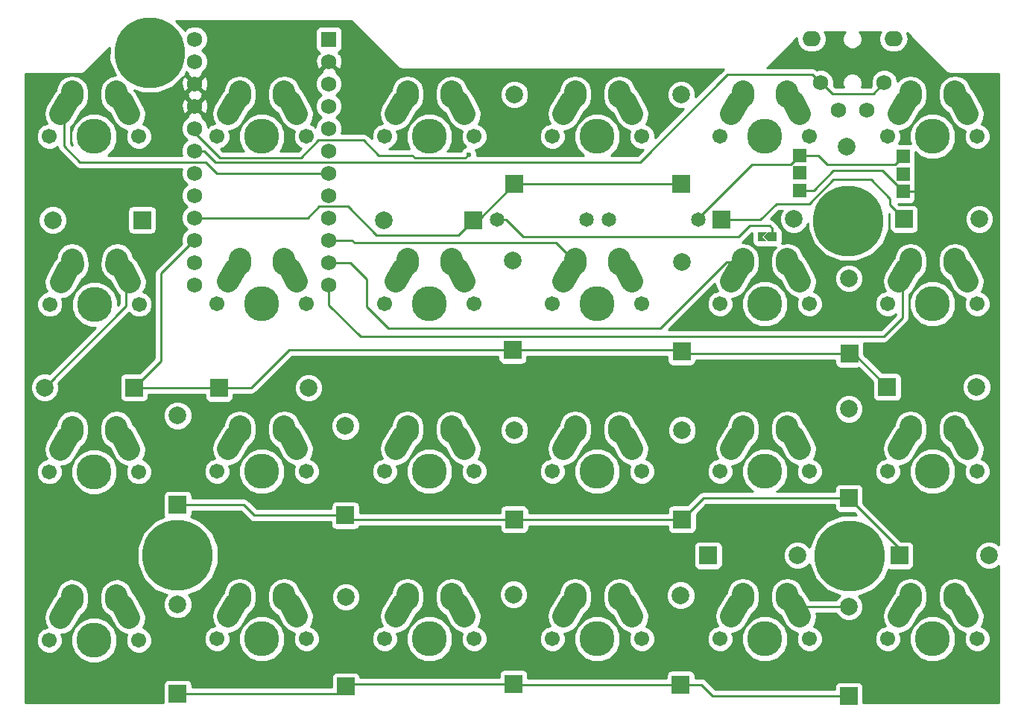
<source format=gtl>
%TF.GenerationSoftware,KiCad,Pcbnew,4.0.6*%
%TF.CreationDate,2017-11-03T08:26:54+09:00*%
%TF.ProjectId,lets_split,6C6574735F73706C69742E6B69636164,rev?*%
%TF.FileFunction,Copper,L1,Top,Signal*%
%FSLAX46Y46*%
G04 Gerber Fmt 4.6, Leading zero omitted, Abs format (unit mm)*
G04 Created by KiCad (PCBNEW 4.0.6) date 11/03/17 08:26:54*
%MOMM*%
%LPD*%
G01*
G04 APERTURE LIST*
%ADD10C,0.100000*%
%ADD11C,2.500000*%
%ADD12C,3.987810*%
%ADD13C,1.701810*%
%ADD14C,1.998980*%
%ADD15R,1.998980X1.998980*%
%ADD16O,2.057400X1.752600*%
%ADD17C,1.752600*%
%ADD18C,1.651000*%
%ADD19R,1.752600X1.752600*%
%ADD20C,2.000000*%
%ADD21R,1.524000X1.524000*%
%ADD22C,1.524000*%
%ADD23R,0.500000X1.000000*%
%ADD24R,1.000000X1.000000*%
%ADD25C,1.000000*%
%ADD26C,0.500000*%
%ADD27C,8.000000*%
%ADD28C,0.600000*%
%ADD29C,0.250000*%
%ADD30C,0.254000*%
G04 APERTURE END LIST*
D10*
D11*
X-30659724Y50939328D02*
X-30620276Y50360672D01*
X-24969816Y49860307D02*
X-24160184Y48399693D01*
D12*
X-28160000Y45860000D03*
D13*
X-33240000Y45860000D03*
X-23080000Y45860000D03*
D11*
X-31159547Y49859954D02*
X-31970453Y48400046D01*
X-25620276Y50939328D02*
X-25659724Y50360672D01*
D14*
X-18612540Y11420000D03*
D15*
X-18612540Y1260000D03*
D14*
X-75762540Y12520000D03*
D15*
X-75762540Y2360000D03*
D14*
X-56712540Y12820000D03*
D15*
X-56712540Y2660000D03*
D14*
X-37712540Y12720000D03*
D15*
X-37712540Y2560000D03*
D14*
X-24450000Y17262540D03*
D15*
X-34610000Y17262540D03*
D14*
X-4100000Y36412540D03*
D15*
X-14260000Y36412540D03*
D14*
X-2700000Y17262540D03*
D15*
X-12860000Y17262540D03*
D14*
X-37562540Y31520000D03*
D15*
X-37562540Y21360000D03*
D14*
X-56612540Y31520000D03*
D15*
X-56612540Y21360000D03*
D14*
X-75812540Y31970000D03*
D15*
X-75812540Y21810000D03*
D14*
X-109970000Y36357460D03*
D15*
X-99810000Y36357460D03*
D14*
X-94862540Y11670000D03*
D15*
X-94862540Y1510000D03*
D14*
X-80000000Y36312540D03*
D15*
X-90160000Y36312540D03*
D14*
X-56812540Y50770000D03*
D15*
X-56812540Y40610000D03*
D14*
X-37612540Y50620000D03*
D15*
X-37612540Y40460000D03*
D14*
X-18610000Y48760000D03*
D15*
X-18562540Y40210000D03*
D14*
X-3800000Y55512540D03*
D15*
X-12360000Y55510000D03*
D14*
X-24860000Y55510000D03*
D15*
X-33110000Y55462540D03*
D14*
X-37662540Y69670000D03*
D15*
X-37662540Y59510000D03*
D14*
X-56612540Y69670000D03*
D15*
X-56612540Y59510000D03*
D14*
X-71470000Y55407460D03*
D15*
X-61310000Y55407460D03*
D14*
X-109070000Y55407460D03*
D15*
X-98910000Y55407460D03*
D14*
X-94862540Y33170000D03*
D15*
X-94862540Y23010000D03*
D14*
X-18612540Y33920000D03*
D15*
X-18612540Y23760000D03*
D16*
X-13561800Y76014400D03*
D17*
X-21816800Y71010600D03*
X-16609800Y67911800D03*
D16*
X-22858200Y76014400D03*
D17*
X-19810200Y67911800D03*
X-14603200Y71010600D03*
D18*
X-48380000Y55460000D03*
X-58540000Y55460000D03*
X-45890000Y55460000D03*
X-35730000Y55460000D03*
D11*
X-106859724Y69989328D02*
X-106820276Y69410672D01*
X-101169816Y68910307D02*
X-100360184Y67449693D01*
D12*
X-104360000Y64910000D03*
D13*
X-109440000Y64910000D03*
X-99280000Y64910000D03*
D11*
X-107359547Y68909954D02*
X-108170453Y67450046D01*
X-101820276Y69989328D02*
X-101859724Y69410672D01*
X-106809724Y50889328D02*
X-106770276Y50310672D01*
X-101119816Y49810307D02*
X-100310184Y48349693D01*
D12*
X-104310000Y45810000D03*
D13*
X-109390000Y45810000D03*
X-99230000Y45810000D03*
D11*
X-107309547Y49809954D02*
X-108120453Y48350046D01*
X-101770276Y50889328D02*
X-101809724Y50310672D01*
X-106859724Y31839328D02*
X-106820276Y31260672D01*
X-101169816Y30760307D02*
X-100360184Y29299693D01*
D12*
X-104360000Y26760000D03*
D13*
X-109440000Y26760000D03*
X-99280000Y26760000D03*
D11*
X-107359547Y30759954D02*
X-108170453Y29300046D01*
X-101820276Y31839328D02*
X-101859724Y31260672D01*
X-106859724Y12689328D02*
X-106820276Y12110672D01*
X-101169816Y11610307D02*
X-100360184Y10149693D01*
D12*
X-104360000Y7610000D03*
D13*
X-109440000Y7610000D03*
X-99280000Y7610000D03*
D11*
X-107359547Y11609954D02*
X-108170453Y10150046D01*
X-101820276Y12689328D02*
X-101859724Y12110672D01*
X-87809724Y69989328D02*
X-87770276Y69410672D01*
X-82119816Y68910307D02*
X-81310184Y67449693D01*
D12*
X-85310000Y64910000D03*
D13*
X-90390000Y64910000D03*
X-80230000Y64910000D03*
D11*
X-88309547Y68909954D02*
X-89120453Y67450046D01*
X-82770276Y69989328D02*
X-82809724Y69410672D01*
X-87809724Y50939328D02*
X-87770276Y50360672D01*
X-82119816Y49860307D02*
X-81310184Y48399693D01*
D12*
X-85310000Y45860000D03*
D13*
X-90390000Y45860000D03*
X-80230000Y45860000D03*
D11*
X-88309547Y49859954D02*
X-89120453Y48400046D01*
X-82770276Y50939328D02*
X-82809724Y50360672D01*
X-87809724Y31889328D02*
X-87770276Y31310672D01*
X-82119816Y30810307D02*
X-81310184Y29349693D01*
D12*
X-85310000Y26810000D03*
D13*
X-90390000Y26810000D03*
X-80230000Y26810000D03*
D11*
X-88309547Y30809954D02*
X-89120453Y29350046D01*
X-82770276Y31889328D02*
X-82809724Y31310672D01*
X-87809724Y12839328D02*
X-87770276Y12260672D01*
X-82119816Y11760307D02*
X-81310184Y10299693D01*
D12*
X-85310000Y7760000D03*
D13*
X-90390000Y7760000D03*
X-80230000Y7760000D03*
D11*
X-88309547Y11759954D02*
X-89120453Y10300046D01*
X-82770276Y12839328D02*
X-82809724Y12260672D01*
X-68759724Y69989328D02*
X-68720276Y69410672D01*
X-63069816Y68910307D02*
X-62260184Y67449693D01*
D12*
X-66260000Y64910000D03*
D13*
X-71340000Y64910000D03*
X-61180000Y64910000D03*
D11*
X-69259547Y68909954D02*
X-70070453Y67450046D01*
X-63720276Y69989328D02*
X-63759724Y69410672D01*
X-68759724Y50939328D02*
X-68720276Y50360672D01*
X-63069816Y49860307D02*
X-62260184Y48399693D01*
D12*
X-66260000Y45860000D03*
D13*
X-71340000Y45860000D03*
X-61180000Y45860000D03*
D11*
X-69259547Y49859954D02*
X-70070453Y48400046D01*
X-63720276Y50939328D02*
X-63759724Y50360672D01*
X-68759724Y31889328D02*
X-68720276Y31310672D01*
X-63069816Y30810307D02*
X-62260184Y29349693D01*
D12*
X-66260000Y26810000D03*
D13*
X-71340000Y26810000D03*
X-61180000Y26810000D03*
D11*
X-69259547Y30809954D02*
X-70070453Y29350046D01*
X-63720276Y31889328D02*
X-63759724Y31310672D01*
X-68759724Y12839328D02*
X-68720276Y12260672D01*
X-63069816Y11760307D02*
X-62260184Y10299693D01*
D12*
X-66260000Y7760000D03*
D13*
X-71340000Y7760000D03*
X-61180000Y7760000D03*
D11*
X-69259547Y11759954D02*
X-70070453Y10300046D01*
X-63720276Y12839328D02*
X-63759724Y12260672D01*
X-49709724Y69989328D02*
X-49670276Y69410672D01*
X-44019816Y68910307D02*
X-43210184Y67449693D01*
D12*
X-47210000Y64910000D03*
D13*
X-52290000Y64910000D03*
X-42130000Y64910000D03*
D11*
X-50209547Y68909954D02*
X-51020453Y67450046D01*
X-44670276Y69989328D02*
X-44709724Y69410672D01*
X-49709724Y50939328D02*
X-49670276Y50360672D01*
X-44019816Y49860307D02*
X-43210184Y48399693D01*
D12*
X-47210000Y45860000D03*
D13*
X-52290000Y45860000D03*
X-42130000Y45860000D03*
D11*
X-50209547Y49859954D02*
X-51020453Y48400046D01*
X-44670276Y50939328D02*
X-44709724Y50360672D01*
X-49709724Y31889328D02*
X-49670276Y31310672D01*
X-44019816Y30810307D02*
X-43210184Y29349693D01*
D12*
X-47210000Y26810000D03*
D13*
X-52290000Y26810000D03*
X-42130000Y26810000D03*
D11*
X-50209547Y30809954D02*
X-51020453Y29350046D01*
X-44670276Y31889328D02*
X-44709724Y31310672D01*
X-49709724Y12839328D02*
X-49670276Y12260672D01*
X-44019816Y11760307D02*
X-43210184Y10299693D01*
D12*
X-47210000Y7760000D03*
D13*
X-52290000Y7760000D03*
X-42130000Y7760000D03*
D11*
X-50209547Y11759954D02*
X-51020453Y10300046D01*
X-44670276Y12839328D02*
X-44709724Y12260672D01*
X-30659724Y69989328D02*
X-30620276Y69410672D01*
X-24969816Y68910307D02*
X-24160184Y67449693D01*
D12*
X-28160000Y64910000D03*
D13*
X-33240000Y64910000D03*
X-23080000Y64910000D03*
D11*
X-31159547Y68909954D02*
X-31970453Y67450046D01*
X-25620276Y69989328D02*
X-25659724Y69410672D01*
X-30659724Y31889328D02*
X-30620276Y31310672D01*
X-24969816Y30810307D02*
X-24160184Y29349693D01*
D12*
X-28160000Y26810000D03*
D13*
X-33240000Y26810000D03*
X-23080000Y26810000D03*
D11*
X-31159547Y30809954D02*
X-31970453Y29350046D01*
X-25620276Y31889328D02*
X-25659724Y31310672D01*
X-30659724Y12839328D02*
X-30620276Y12260672D01*
X-24969816Y11760307D02*
X-24160184Y10299693D01*
D12*
X-28160000Y7760000D03*
D13*
X-33240000Y7760000D03*
X-23080000Y7760000D03*
D11*
X-31159547Y11759954D02*
X-31970453Y10300046D01*
X-25620276Y12839328D02*
X-25659724Y12260672D01*
X-11609724Y69989328D02*
X-11570276Y69410672D01*
X-5919816Y68910307D02*
X-5110184Y67449693D01*
D12*
X-9110000Y64910000D03*
D13*
X-14190000Y64910000D03*
X-4030000Y64910000D03*
D11*
X-12109547Y68909954D02*
X-12920453Y67450046D01*
X-6570276Y69989328D02*
X-6609724Y69410672D01*
X-11609724Y50939328D02*
X-11570276Y50360672D01*
X-5919816Y49860307D02*
X-5110184Y48399693D01*
D12*
X-9110000Y45860000D03*
D13*
X-14190000Y45860000D03*
X-4030000Y45860000D03*
D11*
X-12109547Y49859954D02*
X-12920453Y48400046D01*
X-6570276Y50939328D02*
X-6609724Y50360672D01*
X-11609724Y31889328D02*
X-11570276Y31310672D01*
X-5919816Y30810307D02*
X-5110184Y29349693D01*
D12*
X-9110000Y26810000D03*
D13*
X-14190000Y26810000D03*
X-4030000Y26810000D03*
D11*
X-12109547Y30809954D02*
X-12920453Y29350046D01*
X-6570276Y31889328D02*
X-6609724Y31310672D01*
X-11609724Y12839328D02*
X-11570276Y12260672D01*
X-5919816Y11760307D02*
X-5110184Y10299693D01*
D12*
X-9110000Y7760000D03*
D13*
X-14190000Y7760000D03*
X-4030000Y7760000D03*
D11*
X-12109547Y11759954D02*
X-12920453Y10300046D01*
X-6570276Y12839328D02*
X-6609724Y12260672D01*
D19*
X-77690000Y75980000D03*
D17*
X-77690000Y73440000D03*
X-77690000Y70900000D03*
X-77690000Y68360000D03*
X-77690000Y65820000D03*
X-77690000Y63280000D03*
X-77690000Y60740000D03*
X-77690000Y58200000D03*
X-77690000Y55660000D03*
X-77690000Y53120000D03*
X-77690000Y50580000D03*
X-77690000Y48040000D03*
X-92930000Y48040000D03*
X-92930000Y50580000D03*
X-92930000Y53120000D03*
X-92930000Y55660000D03*
X-92930000Y58200000D03*
X-92930000Y60740000D03*
X-92930000Y63280000D03*
X-92930000Y70900000D03*
X-92930000Y73440000D03*
X-92930000Y75980000D03*
X-92930000Y65820000D03*
X-92930000Y68360000D03*
D20*
X-18860000Y63760000D03*
D21*
X-12460000Y58660000D03*
X-12460000Y60660000D03*
X-12460000Y62660000D03*
D22*
X-12450000Y60650000D03*
X-12470000Y62660000D03*
X-12450000Y58650000D03*
D21*
X-24210000Y58760000D03*
X-24210000Y60760000D03*
X-24210000Y62760000D03*
D22*
X-24200000Y60750000D03*
X-24220000Y62760000D03*
X-24200000Y58750000D03*
D10*
G36*
X-27801200Y52984676D02*
X-28301124Y53484600D01*
X-27801200Y53984524D01*
X-27301276Y53484600D01*
X-27801200Y52984676D01*
X-27801200Y52984676D01*
G37*
G36*
X-28941250Y52984600D02*
X-28441250Y53484600D01*
X-28441150Y53484600D01*
X-27941150Y52984600D01*
X-28941250Y52984600D01*
X-28941250Y52984600D01*
G37*
G36*
X-27941150Y53984600D02*
X-28441150Y53484600D01*
X-28441250Y53484600D01*
X-28941250Y53984600D01*
X-27941150Y53984600D01*
X-27941150Y53984600D01*
G37*
D23*
X-28691200Y53484600D03*
D24*
X-27300000Y53500000D03*
D25*
X-27340000Y53490000D03*
D26*
X-28680000Y53470000D03*
D27*
X-94860000Y17260000D03*
X-18510000Y17210000D03*
X-18660000Y55310000D03*
X-98010000Y74460000D03*
D28*
X-61810000Y62860000D03*
D29*
X-20360000Y53760000D02*
X-20360000Y53810000D01*
X-20360000Y53810000D02*
X-20510000Y53960000D01*
X-13960000Y57860000D02*
X-13960000Y57110000D01*
X-28657460Y55462540D02*
X-26860000Y57260000D01*
X-26860000Y57260000D02*
X-23110000Y57260000D01*
X-23110000Y57260000D02*
X-20360000Y60010000D01*
X-20360000Y60010000D02*
X-16110000Y60010000D01*
X-16110000Y60010000D02*
X-13960000Y57860000D01*
X-33110000Y55462540D02*
X-28657460Y55462540D01*
X-13960000Y57110000D02*
X-12360000Y55510000D01*
X-56612540Y59510000D02*
X-37662540Y59510000D01*
X-61310000Y55407460D02*
X-60715080Y55407460D01*
X-60715080Y55407460D02*
X-56612540Y59510000D01*
X-92930000Y55660000D02*
X-80110000Y55660000D01*
X-63007460Y53710000D02*
X-61310000Y55407460D01*
X-72260000Y53710000D02*
X-63007460Y53710000D01*
X-75510000Y56960000D02*
X-72260000Y53710000D01*
X-78810000Y56960000D02*
X-75510000Y56960000D01*
X-80110000Y55660000D02*
X-78810000Y56960000D01*
X-100715000Y49080000D02*
X-100715000Y45612460D01*
X-100715000Y45612460D02*
X-109970000Y36357460D01*
X-56812540Y40610000D02*
X-37762540Y40610000D01*
X-37762540Y40610000D02*
X-37362540Y40210000D01*
X-37362540Y40210000D02*
X-18057460Y40210000D01*
X-18057460Y40210000D02*
X-14260000Y36412540D01*
X-90160000Y36312540D02*
X-86507460Y36312540D01*
X-82210000Y40610000D02*
X-56812540Y40610000D01*
X-86507460Y36312540D02*
X-82210000Y40610000D01*
X-92930000Y53120000D02*
X-93000000Y53120000D01*
X-93000000Y53120000D02*
X-96760000Y49360000D01*
X-96760000Y49360000D02*
X-96760000Y39407460D01*
X-96760000Y39407460D02*
X-99810000Y36357460D01*
X-99810000Y36357460D02*
X-90204920Y36357460D01*
X-90204920Y36357460D02*
X-90160000Y36312540D01*
X-18612540Y23760000D02*
X-35162540Y23760000D01*
X-35162540Y23760000D02*
X-37562540Y21360000D01*
X-12860000Y17262540D02*
X-12860000Y18007460D01*
X-12860000Y18007460D02*
X-18612540Y23760000D01*
X-94862540Y23010000D02*
X-87360000Y23010000D01*
X-86160000Y21810000D02*
X-75812540Y21810000D01*
X-87360000Y23010000D02*
X-86160000Y21810000D01*
X-37412540Y21510000D02*
X-37562540Y21360000D01*
X-37562540Y21360000D02*
X-75362540Y21360000D01*
X-75362540Y21360000D02*
X-75862540Y21860000D01*
X-18612540Y1260000D02*
X-34110000Y1260000D01*
X-35410000Y2560000D02*
X-37712540Y2560000D01*
X-34110000Y1260000D02*
X-35410000Y2560000D01*
X-94862540Y1510000D02*
X-76612540Y1510000D01*
X-76612540Y1510000D02*
X-75762540Y2360000D01*
X-56712540Y2660000D02*
X-75462540Y2660000D01*
X-75462540Y2660000D02*
X-75762540Y2360000D01*
X-37712540Y2560000D02*
X-56612540Y2560000D01*
X-56612540Y2560000D02*
X-56712540Y2660000D01*
X-37662540Y2510000D02*
X-37712540Y2560000D01*
X-18612540Y11420000D02*
X-24175000Y11420000D01*
X-24175000Y11420000D02*
X-24565000Y11030000D01*
X-25520000Y12670000D02*
X-25640000Y12550000D01*
X-25640000Y12550000D02*
X-24565000Y11030000D01*
X-12460000Y58660000D02*
X-10510000Y58660000D01*
X-10510000Y58660000D02*
X-10360000Y58510000D01*
X-24210000Y58760000D02*
X-22610000Y58760000D01*
X-14810000Y61010000D02*
X-12460000Y58660000D01*
X-20360000Y61010000D02*
X-14810000Y61010000D01*
X-22610000Y58760000D02*
X-20360000Y61010000D01*
X-24210000Y62760000D02*
X-22110000Y62760000D01*
X-13360000Y61760000D02*
X-12460000Y62660000D01*
X-21110000Y61760000D02*
X-13360000Y61760000D01*
X-22110000Y62760000D02*
X-21110000Y61760000D01*
X-35730000Y55460000D02*
X-35730000Y55640000D01*
X-35730000Y55640000D02*
X-29610000Y61760000D01*
X-29610000Y61760000D02*
X-25210000Y61760000D01*
X-25210000Y61760000D02*
X-24210000Y62760000D01*
X-86410000Y62010000D02*
X-90610000Y62010000D01*
X-91880000Y63280000D02*
X-92930000Y63280000D01*
X-90610000Y62010000D02*
X-91880000Y63280000D01*
X-22766200Y71960000D02*
X-21816800Y71010600D01*
X-32410000Y71960000D02*
X-22766200Y71960000D01*
X-42360000Y62010000D02*
X-32410000Y71960000D01*
X-86510000Y62010000D02*
X-86410000Y62010000D01*
X-86410000Y62010000D02*
X-42360000Y62010000D01*
X-21816800Y71010600D02*
X-21760600Y71010600D01*
X-21760600Y71010600D02*
X-20510000Y69760000D01*
X-20510000Y69760000D02*
X-15853800Y69760000D01*
X-15853800Y69760000D02*
X-14603200Y71010600D01*
X-58540000Y55460000D02*
X-57560000Y55460000D01*
X-27300000Y54450000D02*
X-27300000Y53500000D01*
X-27610000Y54760000D02*
X-27300000Y54450000D01*
X-29860000Y54760000D02*
X-27610000Y54760000D01*
X-31110000Y53510000D02*
X-29860000Y54760000D01*
X-55610000Y53510000D02*
X-31110000Y53510000D01*
X-57560000Y55460000D02*
X-55610000Y53510000D01*
X-92930000Y65820000D02*
X-92930000Y65380000D01*
X-92930000Y65380000D02*
X-90060000Y62510000D01*
X-90060000Y62510000D02*
X-80860000Y62510000D01*
X-80860000Y62510000D02*
X-78860000Y64510000D01*
X-78860000Y64510000D02*
X-73760000Y64510000D01*
X-73760000Y64510000D02*
X-72010000Y62760000D01*
X-72010000Y62760000D02*
X-68210000Y62760000D01*
X-68210000Y62760000D02*
X-67910002Y62460002D01*
X-67910002Y62460002D02*
X-62209998Y62460002D01*
X-62209998Y62460002D02*
X-61810000Y62860000D01*
X-77690000Y60740000D02*
X-90440000Y60740000D01*
X-107765000Y63815000D02*
X-107765000Y68180000D01*
X-105960000Y62010000D02*
X-107765000Y63815000D01*
X-91710000Y62010000D02*
X-105960000Y62010000D01*
X-90440000Y60740000D02*
X-91710000Y62010000D01*
X-77690000Y53120000D02*
X-75070000Y53120000D01*
X-51850000Y52810000D02*
X-49690000Y50650000D01*
X-74760000Y52810000D02*
X-51850000Y52810000D01*
X-75070000Y53120000D02*
X-74760000Y52810000D01*
X-77690000Y50580000D02*
X-75280000Y50580000D01*
X-32470000Y50650000D02*
X-30640000Y50650000D01*
X-40010000Y43110000D02*
X-32470000Y50650000D01*
X-70960000Y43110000D02*
X-40010000Y43110000D01*
X-73410000Y45560000D02*
X-70960000Y43110000D01*
X-73410000Y48710000D02*
X-73410000Y45560000D01*
X-75280000Y50580000D02*
X-73410000Y48710000D01*
X-77690000Y48040000D02*
X-77690000Y45740000D01*
X-12515000Y44305000D02*
X-12515000Y49130000D01*
X-14660000Y42160000D02*
X-12515000Y44305000D01*
X-74110000Y42160000D02*
X-14660000Y42160000D01*
X-77690000Y45740000D02*
X-74110000Y42160000D01*
D30*
G36*
X-69862046Y72757954D02*
X-69631705Y72604046D01*
X-69360000Y72549999D01*
X-69359995Y72550000D01*
X-32868681Y72550000D01*
X-32947401Y72497401D01*
X-36028270Y69416532D01*
X-36027766Y69993694D01*
X-36276078Y70594655D01*
X-36735467Y71054846D01*
X-37335993Y71304206D01*
X-37986234Y71304774D01*
X-38587195Y71056462D01*
X-39047386Y70597073D01*
X-39296746Y69996547D01*
X-39297314Y69346306D01*
X-39049002Y68745345D01*
X-38589613Y68285154D01*
X-37989087Y68035794D01*
X-37409514Y68035288D01*
X-40644189Y64800613D01*
X-40643837Y65204268D01*
X-40869576Y65750598D01*
X-41287203Y66168955D01*
X-41660547Y66323981D01*
X-41372371Y66883511D01*
X-41311466Y67616475D01*
X-41535691Y68316953D01*
X-42396993Y69870781D01*
X-42851803Y70408025D01*
X-42880833Y70633078D01*
X-43246909Y71270992D01*
X-43829238Y71720257D01*
X-44539166Y71912476D01*
X-45268613Y71818386D01*
X-45906528Y71452309D01*
X-46355793Y70869980D01*
X-46548012Y70160052D01*
X-46593258Y69496370D01*
X-46499167Y68766923D01*
X-46133091Y68129008D01*
X-45550762Y67679743D01*
X-45482713Y67661318D01*
X-44833007Y66489219D01*
X-44357789Y65927869D01*
X-43703924Y65591108D01*
X-43464360Y65571202D01*
X-43615647Y65206862D01*
X-43616163Y64615732D01*
X-43390424Y64069402D01*
X-42972797Y63651045D01*
X-42426862Y63424353D01*
X-42020803Y63423999D01*
X-42674802Y62770000D01*
X-45632658Y62770000D01*
X-44982623Y63418901D01*
X-44581553Y64384784D01*
X-44580640Y65430627D01*
X-44980024Y66397209D01*
X-45718901Y67137377D01*
X-46684784Y67538447D01*
X-47730627Y67539360D01*
X-48697209Y67139976D01*
X-49437377Y66401099D01*
X-49838447Y65435216D01*
X-49839360Y64389373D01*
X-49439976Y63422791D01*
X-48788324Y62770000D01*
X-60875078Y62770000D01*
X-60874838Y63045167D01*
X-61016883Y63388943D01*
X-61051861Y63423982D01*
X-60885732Y63423837D01*
X-60339402Y63649576D01*
X-59921045Y64067203D01*
X-59694353Y64613138D01*
X-59694351Y64615732D01*
X-53776163Y64615732D01*
X-53550424Y64069402D01*
X-53132797Y63651045D01*
X-52586862Y63424353D01*
X-51995732Y63423837D01*
X-51449402Y63649576D01*
X-51031045Y64067203D01*
X-50804353Y64613138D01*
X-50803837Y65204268D01*
X-50949342Y65556418D01*
X-50528333Y65591032D01*
X-49874175Y65927223D01*
X-49398468Y66488158D01*
X-48667138Y67804803D01*
X-48246909Y68129008D01*
X-47880833Y68766922D01*
X-47786742Y69496369D01*
X-47831988Y70160052D01*
X-48024207Y70869980D01*
X-48473472Y71452309D01*
X-49111387Y71818385D01*
X-49840834Y71912476D01*
X-50550762Y71720257D01*
X-51133091Y71270992D01*
X-51499167Y70633077D01*
X-51555351Y70197504D01*
X-51831533Y69871842D01*
X-52694188Y68318766D01*
X-52919024Y67618484D01*
X-52858758Y66885467D01*
X-52603258Y66388317D01*
X-53130598Y66170424D01*
X-53548955Y65752797D01*
X-53775647Y65206862D01*
X-53776163Y64615732D01*
X-59694351Y64615732D01*
X-59693837Y65204268D01*
X-59919576Y65750598D01*
X-60337203Y66168955D01*
X-60710547Y66323981D01*
X-60422371Y66883511D01*
X-60361466Y67616475D01*
X-60585691Y68316953D01*
X-61156271Y69346306D01*
X-58247314Y69346306D01*
X-57999002Y68745345D01*
X-57539613Y68285154D01*
X-56939087Y68035794D01*
X-56288846Y68035226D01*
X-55687885Y68283538D01*
X-55227694Y68742927D01*
X-54978334Y69343453D01*
X-54977766Y69993694D01*
X-55226078Y70594655D01*
X-55685467Y71054846D01*
X-56285993Y71304206D01*
X-56936234Y71304774D01*
X-57537195Y71056462D01*
X-57997386Y70597073D01*
X-58246746Y69996547D01*
X-58247314Y69346306D01*
X-61156271Y69346306D01*
X-61446993Y69870781D01*
X-61901803Y70408025D01*
X-61930833Y70633078D01*
X-62296909Y71270992D01*
X-62879238Y71720257D01*
X-63589166Y71912476D01*
X-64318613Y71818386D01*
X-64956528Y71452309D01*
X-65405793Y70869980D01*
X-65598012Y70160052D01*
X-65643258Y69496370D01*
X-65549167Y68766923D01*
X-65183091Y68129008D01*
X-64600762Y67679743D01*
X-64532713Y67661318D01*
X-63883007Y66489219D01*
X-63407789Y65927869D01*
X-62753924Y65591108D01*
X-62514360Y65571202D01*
X-62665647Y65206862D01*
X-62666163Y64615732D01*
X-62440424Y64069402D01*
X-62116582Y63744994D01*
X-62338943Y63653117D01*
X-62602192Y63390327D01*
X-62672917Y63220002D01*
X-64231870Y63220002D01*
X-64032623Y63418901D01*
X-63631553Y64384784D01*
X-63630640Y65430627D01*
X-64030024Y66397209D01*
X-64768901Y67137377D01*
X-65734784Y67538447D01*
X-66780627Y67539360D01*
X-67747209Y67139976D01*
X-68487377Y66401099D01*
X-68888447Y65435216D01*
X-68889360Y64389373D01*
X-68530142Y63520000D01*
X-70813000Y63520000D01*
X-70499402Y63649576D01*
X-70081045Y64067203D01*
X-69854353Y64613138D01*
X-69853837Y65204268D01*
X-69999342Y65556418D01*
X-69578333Y65591032D01*
X-68924175Y65927223D01*
X-68448468Y66488158D01*
X-67717138Y67804803D01*
X-67296909Y68129008D01*
X-66930833Y68766922D01*
X-66836742Y69496369D01*
X-66881988Y70160052D01*
X-67074207Y70869980D01*
X-67523472Y71452309D01*
X-68161387Y71818385D01*
X-68890834Y71912476D01*
X-69600762Y71720257D01*
X-70183091Y71270992D01*
X-70549167Y70633077D01*
X-70605351Y70197504D01*
X-70881533Y69871842D01*
X-71744188Y68318766D01*
X-71969024Y67618484D01*
X-71908758Y66885467D01*
X-71653258Y66388317D01*
X-72180598Y66170424D01*
X-72598955Y65752797D01*
X-72825647Y65206862D01*
X-72826132Y64650934D01*
X-73222599Y65047401D01*
X-73469161Y65212148D01*
X-73760000Y65270000D01*
X-76281969Y65270000D01*
X-76178963Y65518065D01*
X-76178438Y66119297D01*
X-76408035Y66674964D01*
X-76822698Y67090351D01*
X-76409529Y67502800D01*
X-76178963Y68058065D01*
X-76178438Y68659297D01*
X-76408035Y69214964D01*
X-76822698Y69630351D01*
X-76409529Y70042800D01*
X-76178963Y70598065D01*
X-76178438Y71199297D01*
X-76408035Y71754964D01*
X-76832800Y72180471D01*
X-76866592Y72194503D01*
X-76806604Y72376999D01*
X-77690000Y73260395D01*
X-78573396Y72376999D01*
X-78513553Y72194944D01*
X-78544964Y72181965D01*
X-78970471Y71757200D01*
X-79201037Y71201935D01*
X-79201562Y70600703D01*
X-78971965Y70045036D01*
X-78557302Y69629649D01*
X-78970471Y69217200D01*
X-79201037Y68661935D01*
X-79201562Y68060703D01*
X-78971965Y67505036D01*
X-78557302Y67089649D01*
X-78970471Y66677200D01*
X-79201037Y66121935D01*
X-79201159Y65982585D01*
X-79387203Y66168955D01*
X-79760547Y66323981D01*
X-79472371Y66883511D01*
X-79411466Y67616475D01*
X-79635691Y68316953D01*
X-80496993Y69870781D01*
X-80951803Y70408025D01*
X-80980833Y70633078D01*
X-81346909Y71270992D01*
X-81929238Y71720257D01*
X-82639166Y71912476D01*
X-83368613Y71818386D01*
X-84006528Y71452309D01*
X-84455793Y70869980D01*
X-84648012Y70160052D01*
X-84693258Y69496370D01*
X-84599167Y68766923D01*
X-84233091Y68129008D01*
X-83650762Y67679743D01*
X-83582713Y67661318D01*
X-82933007Y66489219D01*
X-82457789Y65927869D01*
X-81803924Y65591108D01*
X-81564360Y65571202D01*
X-81715647Y65206862D01*
X-81716163Y64615732D01*
X-81490424Y64069402D01*
X-81072797Y63651045D01*
X-80875629Y63569173D01*
X-81174802Y63270000D01*
X-83231784Y63270000D01*
X-83082623Y63418901D01*
X-82681553Y64384784D01*
X-82680640Y65430627D01*
X-83080024Y66397209D01*
X-83818901Y67137377D01*
X-84784784Y67538447D01*
X-85830627Y67539360D01*
X-86797209Y67139976D01*
X-87537377Y66401099D01*
X-87938447Y65435216D01*
X-87939360Y64389373D01*
X-87539976Y63422791D01*
X-87387451Y63270000D01*
X-89745198Y63270000D01*
X-89956546Y63481348D01*
X-89549402Y63649576D01*
X-89131045Y64067203D01*
X-88904353Y64613138D01*
X-88903837Y65204268D01*
X-89049342Y65556418D01*
X-88628333Y65591032D01*
X-87974175Y65927223D01*
X-87498468Y66488158D01*
X-86767138Y67804803D01*
X-86346909Y68129008D01*
X-85980833Y68766922D01*
X-85886742Y69496369D01*
X-85931988Y70160052D01*
X-86124207Y70869980D01*
X-86573472Y71452309D01*
X-87211387Y71818385D01*
X-87940834Y71912476D01*
X-88650762Y71720257D01*
X-89233091Y71270992D01*
X-89599167Y70633077D01*
X-89655351Y70197504D01*
X-89931533Y69871842D01*
X-90794188Y68318766D01*
X-91019024Y67618484D01*
X-90958758Y66885467D01*
X-90703258Y66388317D01*
X-91230598Y66170424D01*
X-91418557Y65982793D01*
X-91418438Y66119297D01*
X-91648035Y66674964D01*
X-92072800Y67100471D01*
X-92106592Y67114503D01*
X-92046604Y67296999D01*
X-92930000Y68180395D01*
X-93813396Y67296999D01*
X-93753553Y67114944D01*
X-93784964Y67101965D01*
X-94210471Y66677200D01*
X-94441037Y66121935D01*
X-94441562Y65520703D01*
X-94211965Y64965036D01*
X-93797302Y64549649D01*
X-94210471Y64137200D01*
X-94441037Y63581935D01*
X-94441562Y62980703D01*
X-94354501Y62770000D01*
X-102782658Y62770000D01*
X-102132623Y63418901D01*
X-101731553Y64384784D01*
X-101730640Y65430627D01*
X-102130024Y66397209D01*
X-102868901Y67137377D01*
X-103834784Y67538447D01*
X-104880627Y67539360D01*
X-105847209Y67139976D01*
X-106587377Y66401099D01*
X-106988447Y65435216D01*
X-106989360Y64389373D01*
X-106795574Y63920376D01*
X-107005000Y64129802D01*
X-107005000Y65949833D01*
X-106548468Y66488158D01*
X-105817138Y67804803D01*
X-105396909Y68129008D01*
X-105030833Y68766922D01*
X-104936742Y69496369D01*
X-104981988Y70160052D01*
X-105174207Y70869980D01*
X-105623472Y71452309D01*
X-106261387Y71818385D01*
X-106990834Y71912476D01*
X-107700762Y71720257D01*
X-108283091Y71270992D01*
X-108649167Y70633077D01*
X-108705351Y70197504D01*
X-108981533Y69871842D01*
X-109844188Y68318766D01*
X-110069024Y67618484D01*
X-110008758Y66885467D01*
X-109753258Y66388317D01*
X-110280598Y66170424D01*
X-110698955Y65752797D01*
X-110925647Y65206862D01*
X-110926163Y64615732D01*
X-110700424Y64069402D01*
X-110282797Y63651045D01*
X-109736862Y63424353D01*
X-109145732Y63423837D01*
X-108599402Y63649576D01*
X-108509872Y63738949D01*
X-108467148Y63524161D01*
X-108302401Y63277599D01*
X-106497401Y61472599D01*
X-106250840Y61307852D01*
X-106219253Y61301569D01*
X-105960000Y61250000D01*
X-94354641Y61250000D01*
X-94441037Y61041935D01*
X-94441562Y60440703D01*
X-94211965Y59885036D01*
X-93797302Y59469649D01*
X-94210471Y59057200D01*
X-94441037Y58501935D01*
X-94441562Y57900703D01*
X-94211965Y57345036D01*
X-93797302Y56929649D01*
X-94210471Y56517200D01*
X-94441037Y55961935D01*
X-94441562Y55360703D01*
X-94211965Y54805036D01*
X-93797302Y54389649D01*
X-94210471Y53977200D01*
X-94441037Y53421935D01*
X-94441562Y52820703D01*
X-94421837Y52772965D01*
X-97297401Y49897401D01*
X-97462148Y49650839D01*
X-97520000Y49360000D01*
X-97520000Y39722262D01*
X-99237872Y38004390D01*
X-100809490Y38004390D01*
X-101044807Y37960112D01*
X-101260931Y37821040D01*
X-101405921Y37608840D01*
X-101456930Y37356950D01*
X-101456930Y35357970D01*
X-101412652Y35122653D01*
X-101273580Y34906529D01*
X-101061380Y34761539D01*
X-100809490Y34710530D01*
X-98810510Y34710530D01*
X-98575193Y34754808D01*
X-98359069Y34893880D01*
X-98214079Y35106080D01*
X-98163070Y35357970D01*
X-98163070Y35597460D01*
X-91806930Y35597460D01*
X-91806930Y35313050D01*
X-91762652Y35077733D01*
X-91623580Y34861609D01*
X-91411380Y34716619D01*
X-91159490Y34665610D01*
X-89160510Y34665610D01*
X-88925193Y34709888D01*
X-88709069Y34848960D01*
X-88564079Y35061160D01*
X-88513070Y35313050D01*
X-88513070Y35552540D01*
X-86507460Y35552540D01*
X-86216621Y35610392D01*
X-85970059Y35775139D01*
X-85756352Y35988846D01*
X-81634774Y35988846D01*
X-81386462Y35387885D01*
X-80927073Y34927694D01*
X-80326547Y34678334D01*
X-79676306Y34677766D01*
X-79075345Y34926078D01*
X-78615154Y35385467D01*
X-78365794Y35985993D01*
X-78365226Y36636234D01*
X-78613538Y37237195D01*
X-79072927Y37697386D01*
X-79673453Y37946746D01*
X-80323694Y37947314D01*
X-80924655Y37699002D01*
X-81384846Y37239613D01*
X-81634206Y36639087D01*
X-81634774Y35988846D01*
X-85756352Y35988846D01*
X-81895198Y39850000D01*
X-58459470Y39850000D01*
X-58459470Y39610510D01*
X-58415192Y39375193D01*
X-58276120Y39159069D01*
X-58063920Y39014079D01*
X-57812030Y38963070D01*
X-55813050Y38963070D01*
X-55577733Y39007348D01*
X-55361609Y39146420D01*
X-55216619Y39358620D01*
X-55165610Y39610510D01*
X-55165610Y39850000D01*
X-39259470Y39850000D01*
X-39259470Y39460510D01*
X-39215192Y39225193D01*
X-39076120Y39009069D01*
X-38863920Y38864079D01*
X-38612030Y38813070D01*
X-36613050Y38813070D01*
X-36377733Y38857348D01*
X-36161609Y38996420D01*
X-36016619Y39208620D01*
X-35967738Y39450000D01*
X-20209470Y39450000D01*
X-20209470Y39210510D01*
X-20165192Y38975193D01*
X-20026120Y38759069D01*
X-19813920Y38614079D01*
X-19562030Y38563070D01*
X-17563050Y38563070D01*
X-17497640Y38575378D01*
X-15906930Y36984668D01*
X-15906930Y35413050D01*
X-15862652Y35177733D01*
X-15723580Y34961609D01*
X-15511380Y34816619D01*
X-15259490Y34765610D01*
X-13260510Y34765610D01*
X-13025193Y34809888D01*
X-12809069Y34948960D01*
X-12664079Y35161160D01*
X-12613070Y35413050D01*
X-12613070Y36088846D01*
X-5734774Y36088846D01*
X-5486462Y35487885D01*
X-5027073Y35027694D01*
X-4426547Y34778334D01*
X-3776306Y34777766D01*
X-3175345Y35026078D01*
X-2715154Y35485467D01*
X-2465794Y36085993D01*
X-2465226Y36736234D01*
X-2713538Y37337195D01*
X-3172927Y37797386D01*
X-3773453Y38046746D01*
X-4423694Y38047314D01*
X-5024655Y37799002D01*
X-5484846Y37339613D01*
X-5734206Y36739087D01*
X-5734774Y36088846D01*
X-12613070Y36088846D01*
X-12613070Y37412030D01*
X-12657348Y37647347D01*
X-12796420Y37863471D01*
X-13008620Y38008461D01*
X-13260510Y38059470D01*
X-14832128Y38059470D01*
X-16915610Y40142952D01*
X-16915610Y41209490D01*
X-16951457Y41400000D01*
X-14660000Y41400000D01*
X-14369161Y41457852D01*
X-14122599Y41622599D01*
X-11977599Y43767599D01*
X-11812852Y44014161D01*
X-11755000Y44305000D01*
X-11755000Y45339373D01*
X-11739360Y45339373D01*
X-11339976Y44372791D01*
X-10601099Y43632623D01*
X-9635216Y43231553D01*
X-8589373Y43230640D01*
X-7622791Y43630024D01*
X-6882623Y44368901D01*
X-6481553Y45334784D01*
X-6480640Y46380627D01*
X-6880024Y47347209D01*
X-7618901Y48087377D01*
X-8584784Y48488447D01*
X-9630627Y48489360D01*
X-10597209Y48089976D01*
X-11337377Y47351099D01*
X-11738447Y46385216D01*
X-11739360Y45339373D01*
X-11755000Y45339373D01*
X-11755000Y46899833D01*
X-11298468Y47438158D01*
X-10567138Y48754803D01*
X-10146909Y49079008D01*
X-9780833Y49716922D01*
X-9686742Y50446369D01*
X-9686742Y50446370D01*
X-8493258Y50446370D01*
X-8399167Y49716923D01*
X-8033091Y49079008D01*
X-7450762Y48629743D01*
X-7382713Y48611318D01*
X-6733007Y47439219D01*
X-6257789Y46877869D01*
X-5603924Y46541108D01*
X-5364360Y46521202D01*
X-5515647Y46156862D01*
X-5516163Y45565732D01*
X-5290424Y45019402D01*
X-4872797Y44601045D01*
X-4326862Y44374353D01*
X-3735732Y44373837D01*
X-3189402Y44599576D01*
X-2771045Y45017203D01*
X-2544353Y45563138D01*
X-2543837Y46154268D01*
X-2769576Y46700598D01*
X-3187203Y47118955D01*
X-3560547Y47273981D01*
X-3272371Y47833511D01*
X-3211466Y48566475D01*
X-3435691Y49266953D01*
X-4296993Y50820781D01*
X-4751803Y51358025D01*
X-4780833Y51583078D01*
X-5146909Y52220992D01*
X-5729238Y52670257D01*
X-6439166Y52862476D01*
X-7168613Y52768386D01*
X-7806528Y52402309D01*
X-8255793Y51819980D01*
X-8448012Y51110052D01*
X-8493258Y50446370D01*
X-9686742Y50446370D01*
X-9731988Y51110052D01*
X-9924207Y51819980D01*
X-10373472Y52402309D01*
X-11011387Y52768385D01*
X-11740834Y52862476D01*
X-12450762Y52670257D01*
X-13033091Y52220992D01*
X-13399167Y51583077D01*
X-13455351Y51147504D01*
X-13731533Y50821842D01*
X-14594188Y49268766D01*
X-14819024Y48568484D01*
X-14758758Y47835467D01*
X-14503258Y47338317D01*
X-15030598Y47120424D01*
X-15448955Y46702797D01*
X-15675647Y46156862D01*
X-15676163Y45565732D01*
X-15450424Y45019402D01*
X-15032797Y44601045D01*
X-14486862Y44374353D01*
X-13895732Y44373837D01*
X-13349402Y44599576D01*
X-13275000Y44673848D01*
X-13275000Y44619802D01*
X-14974802Y42920000D01*
X-39125198Y42920000D01*
X-33839220Y48205978D01*
X-33808758Y47835467D01*
X-33553258Y47338317D01*
X-34080598Y47120424D01*
X-34498955Y46702797D01*
X-34725647Y46156862D01*
X-34726163Y45565732D01*
X-34500424Y45019402D01*
X-34082797Y44601045D01*
X-33536862Y44374353D01*
X-32945732Y44373837D01*
X-32399402Y44599576D01*
X-31981045Y45017203D01*
X-31847269Y45339373D01*
X-30789360Y45339373D01*
X-30389976Y44372791D01*
X-29651099Y43632623D01*
X-28685216Y43231553D01*
X-27639373Y43230640D01*
X-26672791Y43630024D01*
X-25932623Y44368901D01*
X-25531553Y45334784D01*
X-25530640Y46380627D01*
X-25930024Y47347209D01*
X-26668901Y48087377D01*
X-27634784Y48488447D01*
X-28680627Y48489360D01*
X-29647209Y48089976D01*
X-30387377Y47351099D01*
X-30788447Y46385216D01*
X-30789360Y45339373D01*
X-31847269Y45339373D01*
X-31754353Y45563138D01*
X-31753837Y46154268D01*
X-31899342Y46506418D01*
X-31478333Y46541032D01*
X-30824175Y46877223D01*
X-30348468Y47438158D01*
X-29617138Y48754803D01*
X-29196909Y49079008D01*
X-28830833Y49716922D01*
X-28736742Y50446369D01*
X-28781988Y51110052D01*
X-28974207Y51819980D01*
X-29423472Y52402309D01*
X-30061387Y52768385D01*
X-30746055Y52856700D01*
X-30572599Y52972599D01*
X-29588640Y53956558D01*
X-29588640Y52984600D01*
X-29545021Y52752787D01*
X-29544412Y52749283D01*
X-29405340Y52533159D01*
X-29193140Y52388169D01*
X-28941250Y52337160D01*
X-27941150Y52337160D01*
X-27869390Y52350150D01*
X-27810144Y52337298D01*
X-27729033Y52352560D01*
X-26894909Y52352560D01*
X-27305793Y51819980D01*
X-27498012Y51110052D01*
X-27543258Y50446370D01*
X-27449167Y49716923D01*
X-27083091Y49079008D01*
X-26500762Y48629743D01*
X-26432713Y48611318D01*
X-25783007Y47439219D01*
X-25307789Y46877869D01*
X-24653924Y46541108D01*
X-24414360Y46521202D01*
X-24565647Y46156862D01*
X-24566163Y45565732D01*
X-24340424Y45019402D01*
X-23922797Y44601045D01*
X-23376862Y44374353D01*
X-22785732Y44373837D01*
X-22239402Y44599576D01*
X-21821045Y45017203D01*
X-21594353Y45563138D01*
X-21593837Y46154268D01*
X-21819576Y46700598D01*
X-22237203Y47118955D01*
X-22610547Y47273981D01*
X-22322371Y47833511D01*
X-22272283Y48436306D01*
X-20244774Y48436306D01*
X-19996462Y47835345D01*
X-19537073Y47375154D01*
X-18936547Y47125794D01*
X-18286306Y47125226D01*
X-17685345Y47373538D01*
X-17225154Y47832927D01*
X-16975794Y48433453D01*
X-16975226Y49083694D01*
X-17223538Y49684655D01*
X-17682927Y50144846D01*
X-18283453Y50394206D01*
X-18933694Y50394774D01*
X-19534655Y50146462D01*
X-19994846Y49687073D01*
X-20244206Y49086547D01*
X-20244774Y48436306D01*
X-22272283Y48436306D01*
X-22261466Y48566475D01*
X-22485691Y49266953D01*
X-23346993Y50820781D01*
X-23801803Y51358025D01*
X-23830833Y51583078D01*
X-24196909Y52220992D01*
X-24779238Y52670257D01*
X-25489166Y52862476D01*
X-26198949Y52770922D01*
X-26152560Y53000000D01*
X-26152560Y54000000D01*
X-26196838Y54235317D01*
X-26335910Y54451441D01*
X-26548110Y54596431D01*
X-26570009Y54600866D01*
X-26576555Y54633774D01*
X-26597852Y54740840D01*
X-26762599Y54987401D01*
X-27072599Y55297401D01*
X-27319161Y55462148D01*
X-27539268Y55505930D01*
X-26545198Y56500000D01*
X-26181809Y56500000D01*
X-26244846Y56437073D01*
X-26494206Y55836547D01*
X-26494774Y55186306D01*
X-26246462Y54585345D01*
X-25787073Y54125154D01*
X-25186547Y53875794D01*
X-24536306Y53875226D01*
X-23935345Y54123538D01*
X-23475154Y54582927D01*
X-23295258Y55016164D01*
X-23295803Y54392086D01*
X-22591653Y52687913D01*
X-21288945Y51382929D01*
X-19586003Y50675806D01*
X-17742086Y50674197D01*
X-16037913Y51378347D01*
X-14732929Y52681055D01*
X-14025806Y54383997D01*
X-14024309Y56099507D01*
X-14006930Y56082128D01*
X-14006930Y54510510D01*
X-13962652Y54275193D01*
X-13823580Y54059069D01*
X-13611380Y53914079D01*
X-13359490Y53863070D01*
X-11360510Y53863070D01*
X-11125193Y53907348D01*
X-10909069Y54046420D01*
X-10764079Y54258620D01*
X-10713070Y54510510D01*
X-10713070Y55188846D01*
X-5434774Y55188846D01*
X-5186462Y54587885D01*
X-4727073Y54127694D01*
X-4126547Y53878334D01*
X-3476306Y53877766D01*
X-2875345Y54126078D01*
X-2415154Y54585467D01*
X-2165794Y55185993D01*
X-2165226Y55836234D01*
X-2413538Y56437195D01*
X-2872927Y56897386D01*
X-3473453Y57146746D01*
X-4123694Y57147314D01*
X-4724655Y56899002D01*
X-5184846Y56439613D01*
X-5434206Y55839087D01*
X-5434774Y55188846D01*
X-10713070Y55188846D01*
X-10713070Y56509490D01*
X-10757348Y56744807D01*
X-10896420Y56960931D01*
X-11108620Y57105921D01*
X-11360510Y57156930D01*
X-12932128Y57156930D01*
X-13038198Y57263000D01*
X-12745750Y57263000D01*
X-12738918Y57269832D01*
X-12657698Y57240856D01*
X-12176206Y57264956D01*
X-12174250Y57263000D01*
X-11571690Y57263000D01*
X-11338301Y57359673D01*
X-11159673Y57538302D01*
X-11063000Y57771691D01*
X-11063000Y58374250D01*
X-11064573Y58375823D01*
X-11040856Y58442302D01*
X-11065909Y58942841D01*
X-11063000Y58945750D01*
X-11063000Y59548309D01*
X-11102778Y59644341D01*
X-11101569Y59646110D01*
X-11050560Y59898000D01*
X-11050560Y61422000D01*
X-11094838Y61657317D01*
X-11098232Y61662591D01*
X-11050560Y61898000D01*
X-11050560Y63132869D01*
X-10601099Y62682623D01*
X-9635216Y62281553D01*
X-8589373Y62280640D01*
X-7622791Y62680024D01*
X-6882623Y63418901D01*
X-6481553Y64384784D01*
X-6480640Y65430627D01*
X-6880024Y66397209D01*
X-7618901Y67137377D01*
X-8584784Y67538447D01*
X-9630627Y67539360D01*
X-10597209Y67139976D01*
X-11337377Y66401099D01*
X-11738447Y65435216D01*
X-11739360Y64389373D01*
X-11598872Y64049366D01*
X-11698000Y64069440D01*
X-12930116Y64069440D01*
X-12704353Y64613138D01*
X-12703837Y65204268D01*
X-12849342Y65556418D01*
X-12428333Y65591032D01*
X-11774175Y65927223D01*
X-11298468Y66488158D01*
X-10567138Y67804803D01*
X-10146909Y68129008D01*
X-9780833Y68766922D01*
X-9686742Y69496369D01*
X-9686742Y69496370D01*
X-8493258Y69496370D01*
X-8399167Y68766923D01*
X-8033091Y68129008D01*
X-7450762Y67679743D01*
X-7382713Y67661318D01*
X-6733007Y66489219D01*
X-6257789Y65927869D01*
X-5603924Y65591108D01*
X-5364360Y65571202D01*
X-5515647Y65206862D01*
X-5516163Y64615732D01*
X-5290424Y64069402D01*
X-4872797Y63651045D01*
X-4326862Y63424353D01*
X-3735732Y63423837D01*
X-3189402Y63649576D01*
X-2771045Y64067203D01*
X-2544353Y64613138D01*
X-2543837Y65204268D01*
X-2769576Y65750598D01*
X-3187203Y66168955D01*
X-3560547Y66323981D01*
X-3272371Y66883511D01*
X-3211466Y67616475D01*
X-3435691Y68316953D01*
X-4296993Y69870781D01*
X-4751803Y70408025D01*
X-4780833Y70633078D01*
X-5146909Y71270992D01*
X-5729238Y71720257D01*
X-6439166Y71912476D01*
X-7168613Y71818386D01*
X-7806528Y71452309D01*
X-8255793Y70869980D01*
X-8448012Y70160052D01*
X-8493258Y69496370D01*
X-9686742Y69496370D01*
X-9731988Y70160052D01*
X-9924207Y70869980D01*
X-10373472Y71452309D01*
X-11011387Y71818385D01*
X-11740834Y71912476D01*
X-12450762Y71720257D01*
X-13033091Y71270992D01*
X-13091761Y71168755D01*
X-13091638Y71309897D01*
X-13321235Y71865564D01*
X-13746000Y72291071D01*
X-14301265Y72521637D01*
X-14902497Y72522162D01*
X-15458164Y72292565D01*
X-15883671Y71867800D01*
X-16114237Y71312535D01*
X-16114762Y70711303D01*
X-16074570Y70614032D01*
X-16168602Y70520000D01*
X-17189844Y70520000D01*
X-17079897Y70784783D01*
X-17079504Y71234444D01*
X-17251219Y71650027D01*
X-17568900Y71968263D01*
X-17984183Y72140703D01*
X-18433844Y72141096D01*
X-18849427Y71969381D01*
X-19167663Y71651700D01*
X-19340103Y71236417D01*
X-19340496Y70786756D01*
X-19230275Y70520000D01*
X-20195198Y70520000D01*
X-20328678Y70653480D01*
X-20305763Y70708665D01*
X-20305238Y71309897D01*
X-20534835Y71865564D01*
X-20959600Y72291071D01*
X-21514865Y72521637D01*
X-22116097Y72522162D01*
X-22213368Y72481970D01*
X-22228799Y72497401D01*
X-22475361Y72662148D01*
X-22766200Y72720000D01*
X-27914757Y72720000D01*
X-27857954Y72757954D01*
X-24542820Y76073088D01*
X-24554494Y76014400D01*
X-24439453Y75436051D01*
X-24111844Y74945750D01*
X-23621543Y74618141D01*
X-23043194Y74503100D01*
X-22673206Y74503100D01*
X-22094857Y74618141D01*
X-21604556Y74945750D01*
X-21276947Y75436051D01*
X-21161906Y76014400D01*
X-21276947Y76592749D01*
X-21415428Y76800000D01*
X-19022911Y76800000D01*
X-19167663Y76655500D01*
X-19340103Y76240217D01*
X-19340496Y75790556D01*
X-19168781Y75374973D01*
X-18851100Y75056737D01*
X-18435817Y74884297D01*
X-17986156Y74883904D01*
X-17570573Y75055619D01*
X-17252337Y75373300D01*
X-17079897Y75788583D01*
X-17079504Y76238244D01*
X-17251219Y76653827D01*
X-17397137Y76800000D01*
X-15004572Y76800000D01*
X-15143053Y76592749D01*
X-15258094Y76014400D01*
X-15143053Y75436051D01*
X-14815444Y74945750D01*
X-14325143Y74618141D01*
X-13746794Y74503100D01*
X-13376806Y74503100D01*
X-12798457Y74618141D01*
X-12308156Y74945750D01*
X-11980547Y75436051D01*
X-11865506Y76014400D01*
X-11980547Y76592749D01*
X-12048420Y76694328D01*
X-7612046Y72257954D01*
X-7381705Y72104046D01*
X-7110000Y72050000D01*
X-1570000Y72050000D01*
X-1570000Y18444105D01*
X-1772927Y18647386D01*
X-2373453Y18896746D01*
X-3023694Y18897314D01*
X-3624655Y18649002D01*
X-4084846Y18189613D01*
X-4334206Y17589087D01*
X-4334774Y16938846D01*
X-4086462Y16337885D01*
X-3627073Y15877694D01*
X-3026547Y15628334D01*
X-2376306Y15627766D01*
X-1775345Y15876078D01*
X-1570000Y16081065D01*
X-1570000Y470000D01*
X-16965610Y470000D01*
X-16965610Y2259490D01*
X-17009888Y2494807D01*
X-17148960Y2710931D01*
X-17361160Y2855921D01*
X-17613050Y2906930D01*
X-19612030Y2906930D01*
X-19847347Y2862652D01*
X-20063471Y2723580D01*
X-20208461Y2511380D01*
X-20259470Y2259490D01*
X-20259470Y2020000D01*
X-33795198Y2020000D01*
X-34872599Y3097401D01*
X-35119161Y3262148D01*
X-35410000Y3320000D01*
X-36065610Y3320000D01*
X-36065610Y3559490D01*
X-36109888Y3794807D01*
X-36248960Y4010931D01*
X-36461160Y4155921D01*
X-36713050Y4206930D01*
X-38712030Y4206930D01*
X-38947347Y4162652D01*
X-39163471Y4023580D01*
X-39308461Y3811380D01*
X-39359470Y3559490D01*
X-39359470Y3320000D01*
X-55065610Y3320000D01*
X-55065610Y3659490D01*
X-55109888Y3894807D01*
X-55248960Y4110931D01*
X-55461160Y4255921D01*
X-55713050Y4306930D01*
X-57712030Y4306930D01*
X-57947347Y4262652D01*
X-58163471Y4123580D01*
X-58308461Y3911380D01*
X-58359470Y3659490D01*
X-58359470Y3420000D01*
X-74126996Y3420000D01*
X-74159888Y3594807D01*
X-74298960Y3810931D01*
X-74511160Y3955921D01*
X-74763050Y4006930D01*
X-76762030Y4006930D01*
X-76997347Y3962652D01*
X-77213471Y3823580D01*
X-77358461Y3611380D01*
X-77409470Y3359490D01*
X-77409470Y2270000D01*
X-93215610Y2270000D01*
X-93215610Y2509490D01*
X-93259888Y2744807D01*
X-93398960Y2960931D01*
X-93611160Y3105921D01*
X-93863050Y3156930D01*
X-95862030Y3156930D01*
X-96097347Y3112652D01*
X-96313471Y2973580D01*
X-96458461Y2761380D01*
X-96509470Y2509490D01*
X-96509470Y510510D01*
X-96501848Y470000D01*
X-112150000Y470000D01*
X-112150000Y7315732D01*
X-110926163Y7315732D01*
X-110700424Y6769402D01*
X-110282797Y6351045D01*
X-109736862Y6124353D01*
X-109145732Y6123837D01*
X-108599402Y6349576D01*
X-108181045Y6767203D01*
X-108047269Y7089373D01*
X-106989360Y7089373D01*
X-106589976Y6122791D01*
X-105851099Y5382623D01*
X-104885216Y4981553D01*
X-103839373Y4980640D01*
X-102872791Y5380024D01*
X-102132623Y6118901D01*
X-101731553Y7084784D01*
X-101730640Y8130627D01*
X-102130024Y9097209D01*
X-102868901Y9837377D01*
X-103834784Y10238447D01*
X-104880627Y10239360D01*
X-105847209Y9839976D01*
X-106587377Y9101099D01*
X-106988447Y8135216D01*
X-106989360Y7089373D01*
X-108047269Y7089373D01*
X-107954353Y7313138D01*
X-107953837Y7904268D01*
X-108099342Y8256418D01*
X-107678333Y8291032D01*
X-107024175Y8627223D01*
X-106548468Y9188158D01*
X-105817138Y10504803D01*
X-105396909Y10829008D01*
X-105030833Y11466922D01*
X-104936742Y12196369D01*
X-104936742Y12196370D01*
X-103743258Y12196370D01*
X-103649167Y11466923D01*
X-103283091Y10829008D01*
X-102700762Y10379743D01*
X-102632713Y10361318D01*
X-101983007Y9189219D01*
X-101507789Y8627869D01*
X-100853924Y8291108D01*
X-100614360Y8271202D01*
X-100765647Y7906862D01*
X-100766163Y7315732D01*
X-100540424Y6769402D01*
X-100122797Y6351045D01*
X-99576862Y6124353D01*
X-98985732Y6123837D01*
X-98439402Y6349576D01*
X-98021045Y6767203D01*
X-97794353Y7313138D01*
X-97794220Y7465732D01*
X-91876163Y7465732D01*
X-91650424Y6919402D01*
X-91232797Y6501045D01*
X-90686862Y6274353D01*
X-90095732Y6273837D01*
X-89549402Y6499576D01*
X-89131045Y6917203D01*
X-88997269Y7239373D01*
X-87939360Y7239373D01*
X-87539976Y6272791D01*
X-86801099Y5532623D01*
X-85835216Y5131553D01*
X-84789373Y5130640D01*
X-83822791Y5530024D01*
X-83082623Y6268901D01*
X-82681553Y7234784D01*
X-82680640Y8280627D01*
X-83080024Y9247209D01*
X-83818901Y9987377D01*
X-84784784Y10388447D01*
X-85830627Y10389360D01*
X-86797209Y9989976D01*
X-87537377Y9251099D01*
X-87938447Y8285216D01*
X-87939360Y7239373D01*
X-88997269Y7239373D01*
X-88904353Y7463138D01*
X-88903837Y8054268D01*
X-89049342Y8406418D01*
X-88628333Y8441032D01*
X-87974175Y8777223D01*
X-87498468Y9338158D01*
X-86767138Y10654803D01*
X-86346909Y10979008D01*
X-85980833Y11616922D01*
X-85886742Y12346369D01*
X-85886742Y12346370D01*
X-84693258Y12346370D01*
X-84599167Y11616923D01*
X-84233091Y10979008D01*
X-83650762Y10529743D01*
X-83582713Y10511318D01*
X-82933007Y9339219D01*
X-82457789Y8777869D01*
X-81803924Y8441108D01*
X-81564360Y8421202D01*
X-81715647Y8056862D01*
X-81716163Y7465732D01*
X-81490424Y6919402D01*
X-81072797Y6501045D01*
X-80526862Y6274353D01*
X-79935732Y6273837D01*
X-79389402Y6499576D01*
X-78971045Y6917203D01*
X-78744353Y7463138D01*
X-78744351Y7465732D01*
X-72826163Y7465732D01*
X-72600424Y6919402D01*
X-72182797Y6501045D01*
X-71636862Y6274353D01*
X-71045732Y6273837D01*
X-70499402Y6499576D01*
X-70081045Y6917203D01*
X-69947269Y7239373D01*
X-68889360Y7239373D01*
X-68489976Y6272791D01*
X-67751099Y5532623D01*
X-66785216Y5131553D01*
X-65739373Y5130640D01*
X-64772791Y5530024D01*
X-64032623Y6268901D01*
X-63631553Y7234784D01*
X-63630640Y8280627D01*
X-64030024Y9247209D01*
X-64768901Y9987377D01*
X-65734784Y10388447D01*
X-66780627Y10389360D01*
X-67747209Y9989976D01*
X-68487377Y9251099D01*
X-68888447Y8285216D01*
X-68889360Y7239373D01*
X-69947269Y7239373D01*
X-69854353Y7463138D01*
X-69853837Y8054268D01*
X-69999342Y8406418D01*
X-69578333Y8441032D01*
X-68924175Y8777223D01*
X-68448468Y9338158D01*
X-67717138Y10654803D01*
X-67296909Y10979008D01*
X-66930833Y11616922D01*
X-66836742Y12346369D01*
X-66836742Y12346370D01*
X-65643258Y12346370D01*
X-65549167Y11616923D01*
X-65183091Y10979008D01*
X-64600762Y10529743D01*
X-64532713Y10511318D01*
X-63883007Y9339219D01*
X-63407789Y8777869D01*
X-62753924Y8441108D01*
X-62514360Y8421202D01*
X-62665647Y8056862D01*
X-62666163Y7465732D01*
X-62440424Y6919402D01*
X-62022797Y6501045D01*
X-61476862Y6274353D01*
X-60885732Y6273837D01*
X-60339402Y6499576D01*
X-59921045Y6917203D01*
X-59694353Y7463138D01*
X-59694351Y7465732D01*
X-53776163Y7465732D01*
X-53550424Y6919402D01*
X-53132797Y6501045D01*
X-52586862Y6274353D01*
X-51995732Y6273837D01*
X-51449402Y6499576D01*
X-51031045Y6917203D01*
X-50897269Y7239373D01*
X-49839360Y7239373D01*
X-49439976Y6272791D01*
X-48701099Y5532623D01*
X-47735216Y5131553D01*
X-46689373Y5130640D01*
X-45722791Y5530024D01*
X-44982623Y6268901D01*
X-44581553Y7234784D01*
X-44580640Y8280627D01*
X-44980024Y9247209D01*
X-45718901Y9987377D01*
X-46684784Y10388447D01*
X-47730627Y10389360D01*
X-48697209Y9989976D01*
X-49437377Y9251099D01*
X-49838447Y8285216D01*
X-49839360Y7239373D01*
X-50897269Y7239373D01*
X-50804353Y7463138D01*
X-50803837Y8054268D01*
X-50949342Y8406418D01*
X-50528333Y8441032D01*
X-49874175Y8777223D01*
X-49398468Y9338158D01*
X-48667138Y10654803D01*
X-48246909Y10979008D01*
X-47880833Y11616922D01*
X-47786742Y12346369D01*
X-47786742Y12346370D01*
X-46593258Y12346370D01*
X-46499167Y11616923D01*
X-46133091Y10979008D01*
X-45550762Y10529743D01*
X-45482713Y10511318D01*
X-44833007Y9339219D01*
X-44357789Y8777869D01*
X-43703924Y8441108D01*
X-43464360Y8421202D01*
X-43615647Y8056862D01*
X-43616163Y7465732D01*
X-43390424Y6919402D01*
X-42972797Y6501045D01*
X-42426862Y6274353D01*
X-41835732Y6273837D01*
X-41289402Y6499576D01*
X-40871045Y6917203D01*
X-40644353Y7463138D01*
X-40644351Y7465732D01*
X-34726163Y7465732D01*
X-34500424Y6919402D01*
X-34082797Y6501045D01*
X-33536862Y6274353D01*
X-32945732Y6273837D01*
X-32399402Y6499576D01*
X-31981045Y6917203D01*
X-31847269Y7239373D01*
X-30789360Y7239373D01*
X-30389976Y6272791D01*
X-29651099Y5532623D01*
X-28685216Y5131553D01*
X-27639373Y5130640D01*
X-26672791Y5530024D01*
X-25932623Y6268901D01*
X-25531553Y7234784D01*
X-25530640Y8280627D01*
X-25930024Y9247209D01*
X-26668901Y9987377D01*
X-27634784Y10388447D01*
X-28680627Y10389360D01*
X-29647209Y9989976D01*
X-30387377Y9251099D01*
X-30788447Y8285216D01*
X-30789360Y7239373D01*
X-31847269Y7239373D01*
X-31754353Y7463138D01*
X-31753837Y8054268D01*
X-31899342Y8406418D01*
X-31478333Y8441032D01*
X-30824175Y8777223D01*
X-30348468Y9338158D01*
X-29617138Y10654803D01*
X-29196909Y10979008D01*
X-28830833Y11616922D01*
X-28736742Y12346369D01*
X-28781988Y13010052D01*
X-28974207Y13719980D01*
X-29423472Y14302309D01*
X-30061387Y14668385D01*
X-30790834Y14762476D01*
X-31500762Y14570257D01*
X-32083091Y14120992D01*
X-32449167Y13483077D01*
X-32505351Y13047504D01*
X-32781533Y12721842D01*
X-33644188Y11168766D01*
X-33869024Y10468484D01*
X-33808758Y9735467D01*
X-33553258Y9238317D01*
X-34080598Y9020424D01*
X-34498955Y8602797D01*
X-34725647Y8056862D01*
X-34726163Y7465732D01*
X-40644351Y7465732D01*
X-40643837Y8054268D01*
X-40869576Y8600598D01*
X-41287203Y9018955D01*
X-41660547Y9173981D01*
X-41372371Y9733511D01*
X-41311466Y10466475D01*
X-41535691Y11166953D01*
X-42217133Y12396306D01*
X-39347314Y12396306D01*
X-39099002Y11795345D01*
X-38639613Y11335154D01*
X-38039087Y11085794D01*
X-37388846Y11085226D01*
X-36787885Y11333538D01*
X-36327694Y11792927D01*
X-36078334Y12393453D01*
X-36077766Y13043694D01*
X-36326078Y13644655D01*
X-36785467Y14104846D01*
X-37385993Y14354206D01*
X-38036234Y14354774D01*
X-38637195Y14106462D01*
X-39097386Y13647073D01*
X-39346746Y13046547D01*
X-39347314Y12396306D01*
X-42217133Y12396306D01*
X-42396993Y12720781D01*
X-42851803Y13258025D01*
X-42880833Y13483078D01*
X-43246909Y14120992D01*
X-43829238Y14570257D01*
X-44539166Y14762476D01*
X-45268613Y14668386D01*
X-45906528Y14302309D01*
X-46355793Y13719980D01*
X-46548012Y13010052D01*
X-46593258Y12346370D01*
X-47786742Y12346370D01*
X-47831988Y13010052D01*
X-48024207Y13719980D01*
X-48473472Y14302309D01*
X-49111387Y14668385D01*
X-49840834Y14762476D01*
X-50550762Y14570257D01*
X-51133091Y14120992D01*
X-51499167Y13483077D01*
X-51555351Y13047504D01*
X-51831533Y12721842D01*
X-52694188Y11168766D01*
X-52919024Y10468484D01*
X-52858758Y9735467D01*
X-52603258Y9238317D01*
X-53130598Y9020424D01*
X-53548955Y8602797D01*
X-53775647Y8056862D01*
X-53776163Y7465732D01*
X-59694351Y7465732D01*
X-59693837Y8054268D01*
X-59919576Y8600598D01*
X-60337203Y9018955D01*
X-60710547Y9173981D01*
X-60422371Y9733511D01*
X-60361466Y10466475D01*
X-60585691Y11166953D01*
X-61322564Y12496306D01*
X-58347314Y12496306D01*
X-58099002Y11895345D01*
X-57639613Y11435154D01*
X-57039087Y11185794D01*
X-56388846Y11185226D01*
X-55787885Y11433538D01*
X-55327694Y11892927D01*
X-55078334Y12493453D01*
X-55077766Y13143694D01*
X-55326078Y13744655D01*
X-55785467Y14204846D01*
X-56385993Y14454206D01*
X-57036234Y14454774D01*
X-57637195Y14206462D01*
X-58097386Y13747073D01*
X-58346746Y13146547D01*
X-58347314Y12496306D01*
X-61322564Y12496306D01*
X-61446993Y12720781D01*
X-61901803Y13258025D01*
X-61930833Y13483078D01*
X-62296909Y14120992D01*
X-62879238Y14570257D01*
X-63589166Y14762476D01*
X-64318613Y14668386D01*
X-64956528Y14302309D01*
X-65405793Y13719980D01*
X-65598012Y13010052D01*
X-65643258Y12346370D01*
X-66836742Y12346370D01*
X-66881988Y13010052D01*
X-67074207Y13719980D01*
X-67523472Y14302309D01*
X-68161387Y14668385D01*
X-68890834Y14762476D01*
X-69600762Y14570257D01*
X-70183091Y14120992D01*
X-70549167Y13483077D01*
X-70605351Y13047504D01*
X-70881533Y12721842D01*
X-71744188Y11168766D01*
X-71969024Y10468484D01*
X-71908758Y9735467D01*
X-71653258Y9238317D01*
X-72180598Y9020424D01*
X-72598955Y8602797D01*
X-72825647Y8056862D01*
X-72826163Y7465732D01*
X-78744351Y7465732D01*
X-78743837Y8054268D01*
X-78969576Y8600598D01*
X-79387203Y9018955D01*
X-79760547Y9173981D01*
X-79472371Y9733511D01*
X-79411466Y10466475D01*
X-79635691Y11166953D01*
X-80206271Y12196306D01*
X-77397314Y12196306D01*
X-77149002Y11595345D01*
X-76689613Y11135154D01*
X-76089087Y10885794D01*
X-75438846Y10885226D01*
X-74837885Y11133538D01*
X-74377694Y11592927D01*
X-74128334Y12193453D01*
X-74127766Y12843694D01*
X-74376078Y13444655D01*
X-74835467Y13904846D01*
X-75435993Y14154206D01*
X-76086234Y14154774D01*
X-76687195Y13906462D01*
X-77147386Y13447073D01*
X-77396746Y12846547D01*
X-77397314Y12196306D01*
X-80206271Y12196306D01*
X-80496993Y12720781D01*
X-80951803Y13258025D01*
X-80980833Y13483078D01*
X-81346909Y14120992D01*
X-81929238Y14570257D01*
X-82639166Y14762476D01*
X-83368613Y14668386D01*
X-84006528Y14302309D01*
X-84455793Y13719980D01*
X-84648012Y13010052D01*
X-84693258Y12346370D01*
X-85886742Y12346370D01*
X-85931988Y13010052D01*
X-86124207Y13719980D01*
X-86573472Y14302309D01*
X-87211387Y14668385D01*
X-87940834Y14762476D01*
X-88650762Y14570257D01*
X-89233091Y14120992D01*
X-89599167Y13483077D01*
X-89655351Y13047504D01*
X-89931533Y12721842D01*
X-90794188Y11168766D01*
X-91019024Y10468484D01*
X-90958758Y9735467D01*
X-90703258Y9238317D01*
X-91230598Y9020424D01*
X-91648955Y8602797D01*
X-91875647Y8056862D01*
X-91876163Y7465732D01*
X-97794220Y7465732D01*
X-97793837Y7904268D01*
X-98019576Y8450598D01*
X-98437203Y8868955D01*
X-98810547Y9023981D01*
X-98522371Y9583511D01*
X-98461466Y10316475D01*
X-98685691Y11016953D01*
X-99546993Y12570781D01*
X-100001803Y13108025D01*
X-100030833Y13333078D01*
X-100396909Y13970992D01*
X-100979238Y14420257D01*
X-101689166Y14612476D01*
X-102418613Y14518386D01*
X-103056528Y14152309D01*
X-103505793Y13569980D01*
X-103698012Y12860052D01*
X-103743258Y12196370D01*
X-104936742Y12196370D01*
X-104981988Y12860052D01*
X-105174207Y13569980D01*
X-105623472Y14152309D01*
X-106261387Y14518385D01*
X-106990834Y14612476D01*
X-107700762Y14420257D01*
X-108283091Y13970992D01*
X-108649167Y13333077D01*
X-108705351Y12897504D01*
X-108981533Y12571842D01*
X-109844188Y11018766D01*
X-110069024Y10318484D01*
X-110008758Y9585467D01*
X-109753258Y9088317D01*
X-110280598Y8870424D01*
X-110698955Y8452797D01*
X-110925647Y7906862D01*
X-110926163Y7315732D01*
X-112150000Y7315732D01*
X-112150000Y16342086D01*
X-99495803Y16342086D01*
X-98791653Y14637913D01*
X-97488945Y13332929D01*
X-96091520Y12752668D01*
X-96247386Y12597073D01*
X-96496746Y11996547D01*
X-96497314Y11346306D01*
X-96249002Y10745345D01*
X-95789613Y10285154D01*
X-95189087Y10035794D01*
X-94538846Y10035226D01*
X-93937885Y10283538D01*
X-93477694Y10742927D01*
X-93228334Y11343453D01*
X-93227766Y11993694D01*
X-93476078Y12594655D01*
X-93633041Y12751892D01*
X-92237913Y13328347D01*
X-90932929Y14631055D01*
X-90225806Y16333997D01*
X-90224197Y18177914D01*
X-90258953Y18262030D01*
X-36256930Y18262030D01*
X-36256930Y16263050D01*
X-36212652Y16027733D01*
X-36073580Y15811609D01*
X-35861380Y15666619D01*
X-35609490Y15615610D01*
X-33610510Y15615610D01*
X-33375193Y15659888D01*
X-33159069Y15798960D01*
X-33014079Y16011160D01*
X-32963070Y16263050D01*
X-32963070Y18262030D01*
X-33007348Y18497347D01*
X-33146420Y18713471D01*
X-33358620Y18858461D01*
X-33610510Y18909470D01*
X-35609490Y18909470D01*
X-35844807Y18865192D01*
X-36060931Y18726120D01*
X-36205921Y18513920D01*
X-36256930Y18262030D01*
X-90258953Y18262030D01*
X-90928347Y19882087D01*
X-92231055Y21187071D01*
X-93341958Y21648358D01*
X-93266619Y21758620D01*
X-93215610Y22010510D01*
X-93215610Y22250000D01*
X-87674802Y22250000D01*
X-86697401Y21272599D01*
X-86450840Y21107852D01*
X-86160000Y21050000D01*
X-77459470Y21050000D01*
X-77459470Y20810510D01*
X-77415192Y20575193D01*
X-77276120Y20359069D01*
X-77063920Y20214079D01*
X-76812030Y20163070D01*
X-74813050Y20163070D01*
X-74577733Y20207348D01*
X-74361609Y20346420D01*
X-74216619Y20558620D01*
X-74208239Y20600000D01*
X-58259470Y20600000D01*
X-58259470Y20360510D01*
X-58215192Y20125193D01*
X-58076120Y19909069D01*
X-57863920Y19764079D01*
X-57612030Y19713070D01*
X-55613050Y19713070D01*
X-55377733Y19757348D01*
X-55161609Y19896420D01*
X-55016619Y20108620D01*
X-54965610Y20360510D01*
X-54965610Y20600000D01*
X-39209470Y20600000D01*
X-39209470Y20360510D01*
X-39165192Y20125193D01*
X-39026120Y19909069D01*
X-38813920Y19764079D01*
X-38562030Y19713070D01*
X-36563050Y19713070D01*
X-36327733Y19757348D01*
X-36111609Y19896420D01*
X-35966619Y20108620D01*
X-35915610Y20360510D01*
X-35915610Y21932128D01*
X-34847738Y23000000D01*
X-20259470Y23000000D01*
X-20259470Y22760510D01*
X-20215192Y22525193D01*
X-20076120Y22309069D01*
X-19863920Y22164079D01*
X-19612030Y22113070D01*
X-18040412Y22113070D01*
X-17771700Y21844358D01*
X-19427914Y21845803D01*
X-21132087Y21141653D01*
X-22437071Y19838945D01*
X-23105488Y18229218D01*
X-23522927Y18647386D01*
X-24123453Y18896746D01*
X-24773694Y18897314D01*
X-25374655Y18649002D01*
X-25834846Y18189613D01*
X-26084206Y17589087D01*
X-26084774Y16938846D01*
X-25836462Y16337885D01*
X-25377073Y15877694D01*
X-24776547Y15628334D01*
X-24126306Y15627766D01*
X-23525345Y15876078D01*
X-23134942Y16265801D01*
X-22441653Y14587913D01*
X-21138945Y13282929D01*
X-19670650Y12673240D01*
X-19997386Y12347073D01*
X-20066761Y12180000D01*
X-23047233Y12180000D01*
X-23346993Y12720781D01*
X-23801803Y13258025D01*
X-23830833Y13483078D01*
X-24196909Y14120992D01*
X-24779238Y14570257D01*
X-25489166Y14762476D01*
X-26218613Y14668386D01*
X-26856528Y14302309D01*
X-27305793Y13719980D01*
X-27498012Y13010052D01*
X-27543258Y12346370D01*
X-27449167Y11616923D01*
X-27083091Y10979008D01*
X-26500762Y10529743D01*
X-26432713Y10511318D01*
X-25783007Y9339219D01*
X-25307789Y8777869D01*
X-24653924Y8441108D01*
X-24414360Y8421202D01*
X-24565647Y8056862D01*
X-24566163Y7465732D01*
X-24340424Y6919402D01*
X-23922797Y6501045D01*
X-23376862Y6274353D01*
X-22785732Y6273837D01*
X-22239402Y6499576D01*
X-21821045Y6917203D01*
X-21594353Y7463138D01*
X-21594351Y7465732D01*
X-15676163Y7465732D01*
X-15450424Y6919402D01*
X-15032797Y6501045D01*
X-14486862Y6274353D01*
X-13895732Y6273837D01*
X-13349402Y6499576D01*
X-12931045Y6917203D01*
X-12797269Y7239373D01*
X-11739360Y7239373D01*
X-11339976Y6272791D01*
X-10601099Y5532623D01*
X-9635216Y5131553D01*
X-8589373Y5130640D01*
X-7622791Y5530024D01*
X-6882623Y6268901D01*
X-6481553Y7234784D01*
X-6480640Y8280627D01*
X-6880024Y9247209D01*
X-7618901Y9987377D01*
X-8584784Y10388447D01*
X-9630627Y10389360D01*
X-10597209Y9989976D01*
X-11337377Y9251099D01*
X-11738447Y8285216D01*
X-11739360Y7239373D01*
X-12797269Y7239373D01*
X-12704353Y7463138D01*
X-12703837Y8054268D01*
X-12849342Y8406418D01*
X-12428333Y8441032D01*
X-11774175Y8777223D01*
X-11298468Y9338158D01*
X-10567138Y10654803D01*
X-10146909Y10979008D01*
X-9780833Y11616922D01*
X-9686742Y12346369D01*
X-9686742Y12346370D01*
X-8493258Y12346370D01*
X-8399167Y11616923D01*
X-8033091Y10979008D01*
X-7450762Y10529743D01*
X-7382713Y10511318D01*
X-6733007Y9339219D01*
X-6257789Y8777869D01*
X-5603924Y8441108D01*
X-5364360Y8421202D01*
X-5515647Y8056862D01*
X-5516163Y7465732D01*
X-5290424Y6919402D01*
X-4872797Y6501045D01*
X-4326862Y6274353D01*
X-3735732Y6273837D01*
X-3189402Y6499576D01*
X-2771045Y6917203D01*
X-2544353Y7463138D01*
X-2543837Y8054268D01*
X-2769576Y8600598D01*
X-3187203Y9018955D01*
X-3560547Y9173981D01*
X-3272371Y9733511D01*
X-3211466Y10466475D01*
X-3435691Y11166953D01*
X-4296993Y12720781D01*
X-4751803Y13258025D01*
X-4780833Y13483078D01*
X-5146909Y14120992D01*
X-5729238Y14570257D01*
X-6439166Y14762476D01*
X-7168613Y14668386D01*
X-7806528Y14302309D01*
X-8255793Y13719980D01*
X-8448012Y13010052D01*
X-8493258Y12346370D01*
X-9686742Y12346370D01*
X-9731988Y13010052D01*
X-9924207Y13719980D01*
X-10373472Y14302309D01*
X-11011387Y14668385D01*
X-11740834Y14762476D01*
X-12450762Y14570257D01*
X-13033091Y14120992D01*
X-13399167Y13483077D01*
X-13455351Y13047504D01*
X-13731533Y12721842D01*
X-14594188Y11168766D01*
X-14819024Y10468484D01*
X-14758758Y9735467D01*
X-14503258Y9238317D01*
X-15030598Y9020424D01*
X-15448955Y8602797D01*
X-15675647Y8056862D01*
X-15676163Y7465732D01*
X-21594351Y7465732D01*
X-21593837Y8054268D01*
X-21819576Y8600598D01*
X-22237203Y9018955D01*
X-22610547Y9173981D01*
X-22322371Y9733511D01*
X-22261466Y10466475D01*
X-22323414Y10660000D01*
X-20067036Y10660000D01*
X-19999002Y10495345D01*
X-19539613Y10035154D01*
X-18939087Y9785794D01*
X-18288846Y9785226D01*
X-17687885Y10033538D01*
X-17227694Y10492927D01*
X-16978334Y11093453D01*
X-16977766Y11743694D01*
X-17226078Y12344655D01*
X-17495188Y12614235D01*
X-15887913Y13278347D01*
X-14582929Y14581055D01*
X-14127570Y15677681D01*
X-14111380Y15666619D01*
X-13859490Y15615610D01*
X-11860510Y15615610D01*
X-11625193Y15659888D01*
X-11409069Y15798960D01*
X-11264079Y16011160D01*
X-11213070Y16263050D01*
X-11213070Y18262030D01*
X-11257348Y18497347D01*
X-11396420Y18713471D01*
X-11608620Y18858461D01*
X-11860510Y18909470D01*
X-12687208Y18909470D01*
X-16965610Y23187872D01*
X-16965610Y24759490D01*
X-17009888Y24994807D01*
X-17148960Y25210931D01*
X-17361160Y25355921D01*
X-17613050Y25406930D01*
X-19612030Y25406930D01*
X-19847347Y25362652D01*
X-20063471Y25223580D01*
X-20208461Y25011380D01*
X-20259470Y24759490D01*
X-20259470Y24520000D01*
X-26818060Y24520000D01*
X-26672791Y24580024D01*
X-25932623Y25318901D01*
X-25531553Y26284784D01*
X-25530640Y27330627D01*
X-25930024Y28297209D01*
X-26668901Y29037377D01*
X-27634784Y29438447D01*
X-28680627Y29439360D01*
X-29647209Y29039976D01*
X-30387377Y28301099D01*
X-30788447Y27335216D01*
X-30789360Y26289373D01*
X-30389976Y25322791D01*
X-29651099Y24582623D01*
X-29500286Y24520000D01*
X-35162540Y24520000D01*
X-35453379Y24462148D01*
X-35699941Y24297401D01*
X-36990412Y23006930D01*
X-38562030Y23006930D01*
X-38797347Y22962652D01*
X-39013471Y22823580D01*
X-39158461Y22611380D01*
X-39209470Y22359490D01*
X-39209470Y22120000D01*
X-54965610Y22120000D01*
X-54965610Y22359490D01*
X-55009888Y22594807D01*
X-55148960Y22810931D01*
X-55361160Y22955921D01*
X-55613050Y23006930D01*
X-57612030Y23006930D01*
X-57847347Y22962652D01*
X-58063471Y22823580D01*
X-58208461Y22611380D01*
X-58259470Y22359490D01*
X-58259470Y22120000D01*
X-74165610Y22120000D01*
X-74165610Y22809490D01*
X-74209888Y23044807D01*
X-74348960Y23260931D01*
X-74561160Y23405921D01*
X-74813050Y23456930D01*
X-76812030Y23456930D01*
X-77047347Y23412652D01*
X-77263471Y23273580D01*
X-77408461Y23061380D01*
X-77459470Y22809490D01*
X-77459470Y22570000D01*
X-85845198Y22570000D01*
X-86822599Y23547401D01*
X-87069161Y23712148D01*
X-87360000Y23770000D01*
X-93215610Y23770000D01*
X-93215610Y24009490D01*
X-93259888Y24244807D01*
X-93398960Y24460931D01*
X-93611160Y24605921D01*
X-93863050Y24656930D01*
X-95862030Y24656930D01*
X-96097347Y24612652D01*
X-96313471Y24473580D01*
X-96458461Y24261380D01*
X-96509470Y24009490D01*
X-96509470Y22010510D01*
X-96465192Y21775193D01*
X-96382148Y21646139D01*
X-97482087Y21191653D01*
X-98787071Y19888945D01*
X-99494194Y18186003D01*
X-99495803Y16342086D01*
X-112150000Y16342086D01*
X-112150000Y26465732D01*
X-110926163Y26465732D01*
X-110700424Y25919402D01*
X-110282797Y25501045D01*
X-109736862Y25274353D01*
X-109145732Y25273837D01*
X-108599402Y25499576D01*
X-108181045Y25917203D01*
X-108047269Y26239373D01*
X-106989360Y26239373D01*
X-106589976Y25272791D01*
X-105851099Y24532623D01*
X-104885216Y24131553D01*
X-103839373Y24130640D01*
X-102872791Y24530024D01*
X-102132623Y25268901D01*
X-101731553Y26234784D01*
X-101730640Y27280627D01*
X-102130024Y28247209D01*
X-102868901Y28987377D01*
X-103834784Y29388447D01*
X-104880627Y29389360D01*
X-105847209Y28989976D01*
X-106587377Y28251099D01*
X-106988447Y27285216D01*
X-106989360Y26239373D01*
X-108047269Y26239373D01*
X-107954353Y26463138D01*
X-107953837Y27054268D01*
X-108099342Y27406418D01*
X-107678333Y27441032D01*
X-107024175Y27777223D01*
X-106548468Y28338158D01*
X-105817138Y29654803D01*
X-105396909Y29979008D01*
X-105030833Y30616922D01*
X-104936742Y31346369D01*
X-104936742Y31346370D01*
X-103743258Y31346370D01*
X-103649167Y30616923D01*
X-103283091Y29979008D01*
X-102700762Y29529743D01*
X-102632713Y29511318D01*
X-101983007Y28339219D01*
X-101507789Y27777869D01*
X-100853924Y27441108D01*
X-100614360Y27421202D01*
X-100765647Y27056862D01*
X-100766163Y26465732D01*
X-100540424Y25919402D01*
X-100122797Y25501045D01*
X-99576862Y25274353D01*
X-98985732Y25273837D01*
X-98439402Y25499576D01*
X-98021045Y25917203D01*
X-97794353Y26463138D01*
X-97794308Y26515732D01*
X-91876163Y26515732D01*
X-91650424Y25969402D01*
X-91232797Y25551045D01*
X-90686862Y25324353D01*
X-90095732Y25323837D01*
X-89549402Y25549576D01*
X-89131045Y25967203D01*
X-88997269Y26289373D01*
X-87939360Y26289373D01*
X-87539976Y25322791D01*
X-86801099Y24582623D01*
X-85835216Y24181553D01*
X-84789373Y24180640D01*
X-83822791Y24580024D01*
X-83082623Y25318901D01*
X-82681553Y26284784D01*
X-82680640Y27330627D01*
X-83080024Y28297209D01*
X-83818901Y29037377D01*
X-84784784Y29438447D01*
X-85830627Y29439360D01*
X-86797209Y29039976D01*
X-87537377Y28301099D01*
X-87938447Y27335216D01*
X-87939360Y26289373D01*
X-88997269Y26289373D01*
X-88904353Y26513138D01*
X-88903837Y27104268D01*
X-89049342Y27456418D01*
X-88628333Y27491032D01*
X-87974175Y27827223D01*
X-87498468Y28388158D01*
X-86767138Y29704803D01*
X-86346909Y30029008D01*
X-85980833Y30666922D01*
X-85886742Y31396369D01*
X-85886742Y31396370D01*
X-84693258Y31396370D01*
X-84599167Y30666923D01*
X-84233091Y30029008D01*
X-83650762Y29579743D01*
X-83582713Y29561318D01*
X-82933007Y28389219D01*
X-82457789Y27827869D01*
X-81803924Y27491108D01*
X-81564360Y27471202D01*
X-81715647Y27106862D01*
X-81716163Y26515732D01*
X-81490424Y25969402D01*
X-81072797Y25551045D01*
X-80526862Y25324353D01*
X-79935732Y25323837D01*
X-79389402Y25549576D01*
X-78971045Y25967203D01*
X-78744353Y26513138D01*
X-78744351Y26515732D01*
X-72826163Y26515732D01*
X-72600424Y25969402D01*
X-72182797Y25551045D01*
X-71636862Y25324353D01*
X-71045732Y25323837D01*
X-70499402Y25549576D01*
X-70081045Y25967203D01*
X-69947269Y26289373D01*
X-68889360Y26289373D01*
X-68489976Y25322791D01*
X-67751099Y24582623D01*
X-66785216Y24181553D01*
X-65739373Y24180640D01*
X-64772791Y24580024D01*
X-64032623Y25318901D01*
X-63631553Y26284784D01*
X-63630640Y27330627D01*
X-64030024Y28297209D01*
X-64768901Y29037377D01*
X-65734784Y29438447D01*
X-66780627Y29439360D01*
X-67747209Y29039976D01*
X-68487377Y28301099D01*
X-68888447Y27335216D01*
X-68889360Y26289373D01*
X-69947269Y26289373D01*
X-69854353Y26513138D01*
X-69853837Y27104268D01*
X-69999342Y27456418D01*
X-69578333Y27491032D01*
X-68924175Y27827223D01*
X-68448468Y28388158D01*
X-67717138Y29704803D01*
X-67296909Y30029008D01*
X-66930833Y30666922D01*
X-66836742Y31396369D01*
X-66836742Y31396370D01*
X-65643258Y31396370D01*
X-65549167Y30666923D01*
X-65183091Y30029008D01*
X-64600762Y29579743D01*
X-64532713Y29561318D01*
X-63883007Y28389219D01*
X-63407789Y27827869D01*
X-62753924Y27491108D01*
X-62514360Y27471202D01*
X-62665647Y27106862D01*
X-62666163Y26515732D01*
X-62440424Y25969402D01*
X-62022797Y25551045D01*
X-61476862Y25324353D01*
X-60885732Y25323837D01*
X-60339402Y25549576D01*
X-59921045Y25967203D01*
X-59694353Y26513138D01*
X-59694351Y26515732D01*
X-53776163Y26515732D01*
X-53550424Y25969402D01*
X-53132797Y25551045D01*
X-52586862Y25324353D01*
X-51995732Y25323837D01*
X-51449402Y25549576D01*
X-51031045Y25967203D01*
X-50897269Y26289373D01*
X-49839360Y26289373D01*
X-49439976Y25322791D01*
X-48701099Y24582623D01*
X-47735216Y24181553D01*
X-46689373Y24180640D01*
X-45722791Y24580024D01*
X-44982623Y25318901D01*
X-44581553Y26284784D01*
X-44580640Y27330627D01*
X-44980024Y28297209D01*
X-45718901Y29037377D01*
X-46684784Y29438447D01*
X-47730627Y29439360D01*
X-48697209Y29039976D01*
X-49437377Y28301099D01*
X-49838447Y27335216D01*
X-49839360Y26289373D01*
X-50897269Y26289373D01*
X-50804353Y26513138D01*
X-50803837Y27104268D01*
X-50949342Y27456418D01*
X-50528333Y27491032D01*
X-49874175Y27827223D01*
X-49398468Y28388158D01*
X-48667138Y29704803D01*
X-48246909Y30029008D01*
X-47880833Y30666922D01*
X-47786742Y31396369D01*
X-47786742Y31396370D01*
X-46593258Y31396370D01*
X-46499167Y30666923D01*
X-46133091Y30029008D01*
X-45550762Y29579743D01*
X-45482713Y29561318D01*
X-44833007Y28389219D01*
X-44357789Y27827869D01*
X-43703924Y27491108D01*
X-43464360Y27471202D01*
X-43615647Y27106862D01*
X-43616163Y26515732D01*
X-43390424Y25969402D01*
X-42972797Y25551045D01*
X-42426862Y25324353D01*
X-41835732Y25323837D01*
X-41289402Y25549576D01*
X-40871045Y25967203D01*
X-40644353Y26513138D01*
X-40644351Y26515732D01*
X-34726163Y26515732D01*
X-34500424Y25969402D01*
X-34082797Y25551045D01*
X-33536862Y25324353D01*
X-32945732Y25323837D01*
X-32399402Y25549576D01*
X-31981045Y25967203D01*
X-31754353Y26513138D01*
X-31753837Y27104268D01*
X-31899342Y27456418D01*
X-31478333Y27491032D01*
X-30824175Y27827223D01*
X-30348468Y28388158D01*
X-29617138Y29704803D01*
X-29196909Y30029008D01*
X-28830833Y30666922D01*
X-28736742Y31396369D01*
X-28736742Y31396370D01*
X-27543258Y31396370D01*
X-27449167Y30666923D01*
X-27083091Y30029008D01*
X-26500762Y29579743D01*
X-26432713Y29561318D01*
X-25783007Y28389219D01*
X-25307789Y27827869D01*
X-24653924Y27491108D01*
X-24414360Y27471202D01*
X-24565647Y27106862D01*
X-24566163Y26515732D01*
X-24340424Y25969402D01*
X-23922797Y25551045D01*
X-23376862Y25324353D01*
X-22785732Y25323837D01*
X-22239402Y25549576D01*
X-21821045Y25967203D01*
X-21594353Y26513138D01*
X-21594351Y26515732D01*
X-15676163Y26515732D01*
X-15450424Y25969402D01*
X-15032797Y25551045D01*
X-14486862Y25324353D01*
X-13895732Y25323837D01*
X-13349402Y25549576D01*
X-12931045Y25967203D01*
X-12797269Y26289373D01*
X-11739360Y26289373D01*
X-11339976Y25322791D01*
X-10601099Y24582623D01*
X-9635216Y24181553D01*
X-8589373Y24180640D01*
X-7622791Y24580024D01*
X-6882623Y25318901D01*
X-6481553Y26284784D01*
X-6480640Y27330627D01*
X-6880024Y28297209D01*
X-7618901Y29037377D01*
X-8584784Y29438447D01*
X-9630627Y29439360D01*
X-10597209Y29039976D01*
X-11337377Y28301099D01*
X-11738447Y27335216D01*
X-11739360Y26289373D01*
X-12797269Y26289373D01*
X-12704353Y26513138D01*
X-12703837Y27104268D01*
X-12849342Y27456418D01*
X-12428333Y27491032D01*
X-11774175Y27827223D01*
X-11298468Y28388158D01*
X-10567138Y29704803D01*
X-10146909Y30029008D01*
X-9780833Y30666922D01*
X-9686742Y31396369D01*
X-9686742Y31396370D01*
X-8493258Y31396370D01*
X-8399167Y30666923D01*
X-8033091Y30029008D01*
X-7450762Y29579743D01*
X-7382713Y29561318D01*
X-6733007Y28389219D01*
X-6257789Y27827869D01*
X-5603924Y27491108D01*
X-5364360Y27471202D01*
X-5515647Y27106862D01*
X-5516163Y26515732D01*
X-5290424Y25969402D01*
X-4872797Y25551045D01*
X-4326862Y25324353D01*
X-3735732Y25323837D01*
X-3189402Y25549576D01*
X-2771045Y25967203D01*
X-2544353Y26513138D01*
X-2543837Y27104268D01*
X-2769576Y27650598D01*
X-3187203Y28068955D01*
X-3560547Y28223981D01*
X-3272371Y28783511D01*
X-3211466Y29516475D01*
X-3435691Y30216953D01*
X-4296993Y31770781D01*
X-4751803Y32308025D01*
X-4780833Y32533078D01*
X-5146909Y33170992D01*
X-5729238Y33620257D01*
X-6439166Y33812476D01*
X-7168613Y33718386D01*
X-7806528Y33352309D01*
X-8255793Y32769980D01*
X-8448012Y32060052D01*
X-8493258Y31396370D01*
X-9686742Y31396370D01*
X-9731988Y32060052D01*
X-9924207Y32769980D01*
X-10373472Y33352309D01*
X-11011387Y33718385D01*
X-11740834Y33812476D01*
X-12450762Y33620257D01*
X-13033091Y33170992D01*
X-13399167Y32533077D01*
X-13455351Y32097504D01*
X-13731533Y31771842D01*
X-14594188Y30218766D01*
X-14819024Y29518484D01*
X-14758758Y28785467D01*
X-14503258Y28288317D01*
X-15030598Y28070424D01*
X-15448955Y27652797D01*
X-15675647Y27106862D01*
X-15676163Y26515732D01*
X-21594351Y26515732D01*
X-21593837Y27104268D01*
X-21819576Y27650598D01*
X-22237203Y28068955D01*
X-22610547Y28223981D01*
X-22322371Y28783511D01*
X-22261466Y29516475D01*
X-22485691Y30216953D01*
X-23346993Y31770781D01*
X-23801803Y32308025D01*
X-23830833Y32533078D01*
X-24196909Y33170992D01*
X-24748193Y33596306D01*
X-20247314Y33596306D01*
X-19999002Y32995345D01*
X-19539613Y32535154D01*
X-18939087Y32285794D01*
X-18288846Y32285226D01*
X-17687885Y32533538D01*
X-17227694Y32992927D01*
X-16978334Y33593453D01*
X-16977766Y34243694D01*
X-17226078Y34844655D01*
X-17685467Y35304846D01*
X-18285993Y35554206D01*
X-18936234Y35554774D01*
X-19537195Y35306462D01*
X-19997386Y34847073D01*
X-20246746Y34246547D01*
X-20247314Y33596306D01*
X-24748193Y33596306D01*
X-24779238Y33620257D01*
X-25489166Y33812476D01*
X-26218613Y33718386D01*
X-26856528Y33352309D01*
X-27305793Y32769980D01*
X-27498012Y32060052D01*
X-27543258Y31396370D01*
X-28736742Y31396370D01*
X-28781988Y32060052D01*
X-28974207Y32769980D01*
X-29423472Y33352309D01*
X-30061387Y33718385D01*
X-30790834Y33812476D01*
X-31500762Y33620257D01*
X-32083091Y33170992D01*
X-32449167Y32533077D01*
X-32505351Y32097504D01*
X-32781533Y31771842D01*
X-33644188Y30218766D01*
X-33869024Y29518484D01*
X-33808758Y28785467D01*
X-33553258Y28288317D01*
X-34080598Y28070424D01*
X-34498955Y27652797D01*
X-34725647Y27106862D01*
X-34726163Y26515732D01*
X-40644351Y26515732D01*
X-40643837Y27104268D01*
X-40869576Y27650598D01*
X-41287203Y28068955D01*
X-41660547Y28223981D01*
X-41372371Y28783511D01*
X-41311466Y29516475D01*
X-41535691Y30216953D01*
X-42078555Y31196306D01*
X-39197314Y31196306D01*
X-38949002Y30595345D01*
X-38489613Y30135154D01*
X-37889087Y29885794D01*
X-37238846Y29885226D01*
X-36637885Y30133538D01*
X-36177694Y30592927D01*
X-35928334Y31193453D01*
X-35927766Y31843694D01*
X-36176078Y32444655D01*
X-36635467Y32904846D01*
X-37235993Y33154206D01*
X-37886234Y33154774D01*
X-38487195Y32906462D01*
X-38947386Y32447073D01*
X-39196746Y31846547D01*
X-39197314Y31196306D01*
X-42078555Y31196306D01*
X-42396993Y31770781D01*
X-42851803Y32308025D01*
X-42880833Y32533078D01*
X-43246909Y33170992D01*
X-43829238Y33620257D01*
X-44539166Y33812476D01*
X-45268613Y33718386D01*
X-45906528Y33352309D01*
X-46355793Y32769980D01*
X-46548012Y32060052D01*
X-46593258Y31396370D01*
X-47786742Y31396370D01*
X-47831988Y32060052D01*
X-48024207Y32769980D01*
X-48473472Y33352309D01*
X-49111387Y33718385D01*
X-49840834Y33812476D01*
X-50550762Y33620257D01*
X-51133091Y33170992D01*
X-51499167Y32533077D01*
X-51555351Y32097504D01*
X-51831533Y31771842D01*
X-52694188Y30218766D01*
X-52919024Y29518484D01*
X-52858758Y28785467D01*
X-52603258Y28288317D01*
X-53130598Y28070424D01*
X-53548955Y27652797D01*
X-53775647Y27106862D01*
X-53776163Y26515732D01*
X-59694351Y26515732D01*
X-59693837Y27104268D01*
X-59919576Y27650598D01*
X-60337203Y28068955D01*
X-60710547Y28223981D01*
X-60422371Y28783511D01*
X-60361466Y29516475D01*
X-60585691Y30216953D01*
X-61128555Y31196306D01*
X-58247314Y31196306D01*
X-57999002Y30595345D01*
X-57539613Y30135154D01*
X-56939087Y29885794D01*
X-56288846Y29885226D01*
X-55687885Y30133538D01*
X-55227694Y30592927D01*
X-54978334Y31193453D01*
X-54977766Y31843694D01*
X-55226078Y32444655D01*
X-55685467Y32904846D01*
X-56285993Y33154206D01*
X-56936234Y33154774D01*
X-57537195Y32906462D01*
X-57997386Y32447073D01*
X-58246746Y31846547D01*
X-58247314Y31196306D01*
X-61128555Y31196306D01*
X-61446993Y31770781D01*
X-61901803Y32308025D01*
X-61930833Y32533078D01*
X-62296909Y33170992D01*
X-62879238Y33620257D01*
X-63589166Y33812476D01*
X-64318613Y33718386D01*
X-64956528Y33352309D01*
X-65405793Y32769980D01*
X-65598012Y32060052D01*
X-65643258Y31396370D01*
X-66836742Y31396370D01*
X-66881988Y32060052D01*
X-67074207Y32769980D01*
X-67523472Y33352309D01*
X-68161387Y33718385D01*
X-68890834Y33812476D01*
X-69600762Y33620257D01*
X-70183091Y33170992D01*
X-70549167Y32533077D01*
X-70605351Y32097504D01*
X-70881533Y31771842D01*
X-71744188Y30218766D01*
X-71969024Y29518484D01*
X-71908758Y28785467D01*
X-71653258Y28288317D01*
X-72180598Y28070424D01*
X-72598955Y27652797D01*
X-72825647Y27106862D01*
X-72826163Y26515732D01*
X-78744351Y26515732D01*
X-78743837Y27104268D01*
X-78969576Y27650598D01*
X-79387203Y28068955D01*
X-79760547Y28223981D01*
X-79472371Y28783511D01*
X-79411466Y29516475D01*
X-79635691Y30216953D01*
X-80427995Y31646306D01*
X-77447314Y31646306D01*
X-77199002Y31045345D01*
X-76739613Y30585154D01*
X-76139087Y30335794D01*
X-75488846Y30335226D01*
X-74887885Y30583538D01*
X-74427694Y31042927D01*
X-74178334Y31643453D01*
X-74177766Y32293694D01*
X-74426078Y32894655D01*
X-74885467Y33354846D01*
X-75485993Y33604206D01*
X-76136234Y33604774D01*
X-76737195Y33356462D01*
X-77197386Y32897073D01*
X-77446746Y32296547D01*
X-77447314Y31646306D01*
X-80427995Y31646306D01*
X-80496993Y31770781D01*
X-80951803Y32308025D01*
X-80980833Y32533078D01*
X-81346909Y33170992D01*
X-81929238Y33620257D01*
X-82639166Y33812476D01*
X-83368613Y33718386D01*
X-84006528Y33352309D01*
X-84455793Y32769980D01*
X-84648012Y32060052D01*
X-84693258Y31396370D01*
X-85886742Y31396370D01*
X-85931988Y32060052D01*
X-86124207Y32769980D01*
X-86573472Y33352309D01*
X-87211387Y33718385D01*
X-87940834Y33812476D01*
X-88650762Y33620257D01*
X-89233091Y33170992D01*
X-89599167Y32533077D01*
X-89655351Y32097504D01*
X-89931533Y31771842D01*
X-90794188Y30218766D01*
X-91019024Y29518484D01*
X-90958758Y28785467D01*
X-90703258Y28288317D01*
X-91230598Y28070424D01*
X-91648955Y27652797D01*
X-91875647Y27106862D01*
X-91876163Y26515732D01*
X-97794308Y26515732D01*
X-97793837Y27054268D01*
X-98019576Y27600598D01*
X-98437203Y28018955D01*
X-98810547Y28173981D01*
X-98522371Y28733511D01*
X-98461466Y29466475D01*
X-98685691Y30166953D01*
X-99546993Y31720781D01*
X-100001803Y32258025D01*
X-100030833Y32483078D01*
X-100239276Y32846306D01*
X-96497314Y32846306D01*
X-96249002Y32245345D01*
X-95789613Y31785154D01*
X-95189087Y31535794D01*
X-94538846Y31535226D01*
X-93937885Y31783538D01*
X-93477694Y32242927D01*
X-93228334Y32843453D01*
X-93227766Y33493694D01*
X-93476078Y34094655D01*
X-93935467Y34554846D01*
X-94535993Y34804206D01*
X-95186234Y34804774D01*
X-95787195Y34556462D01*
X-96247386Y34097073D01*
X-96496746Y33496547D01*
X-96497314Y32846306D01*
X-100239276Y32846306D01*
X-100396909Y33120992D01*
X-100979238Y33570257D01*
X-101689166Y33762476D01*
X-102418613Y33668386D01*
X-103056528Y33302309D01*
X-103505793Y32719980D01*
X-103698012Y32010052D01*
X-103743258Y31346370D01*
X-104936742Y31346370D01*
X-104981988Y32010052D01*
X-105174207Y32719980D01*
X-105623472Y33302309D01*
X-106261387Y33668385D01*
X-106990834Y33762476D01*
X-107700762Y33570257D01*
X-108283091Y33120992D01*
X-108649167Y32483077D01*
X-108705351Y32047504D01*
X-108981533Y31721842D01*
X-109844188Y30168766D01*
X-110069024Y29468484D01*
X-110008758Y28735467D01*
X-109753258Y28238317D01*
X-110280598Y28020424D01*
X-110698955Y27602797D01*
X-110925647Y27056862D01*
X-110926163Y26465732D01*
X-112150000Y26465732D01*
X-112150000Y36033766D01*
X-111604774Y36033766D01*
X-111356462Y35432805D01*
X-110897073Y34972614D01*
X-110296547Y34723254D01*
X-109646306Y34722686D01*
X-109045345Y34970998D01*
X-108585154Y35430387D01*
X-108335794Y36030913D01*
X-108335226Y36681154D01*
X-108404309Y36848349D01*
X-100386930Y44865728D01*
X-100072797Y44551045D01*
X-99526862Y44324353D01*
X-98935732Y44323837D01*
X-98389402Y44549576D01*
X-97971045Y44967203D01*
X-97744353Y45513138D01*
X-97743837Y46104268D01*
X-97969576Y46650598D01*
X-98387203Y47068955D01*
X-98760547Y47223981D01*
X-98472371Y47783511D01*
X-98411466Y48516475D01*
X-98635691Y49216953D01*
X-99496993Y50770781D01*
X-99951803Y51308025D01*
X-99980833Y51533078D01*
X-100346909Y52170992D01*
X-100929238Y52620257D01*
X-101639166Y52812476D01*
X-102368613Y52718386D01*
X-103006528Y52352309D01*
X-103455793Y51769980D01*
X-103648012Y51060052D01*
X-103693258Y50396370D01*
X-103599167Y49666923D01*
X-103233091Y49029008D01*
X-102650762Y48579743D01*
X-102582713Y48561318D01*
X-101933007Y47389219D01*
X-101475000Y46848199D01*
X-101475000Y45927262D01*
X-101681172Y45721090D01*
X-101680640Y46330627D01*
X-102080024Y47297209D01*
X-102818901Y48037377D01*
X-103784784Y48438447D01*
X-104830627Y48439360D01*
X-105797209Y48039976D01*
X-106537377Y47301099D01*
X-106938447Y46335216D01*
X-106939360Y45289373D01*
X-106539976Y44322791D01*
X-105801099Y43582623D01*
X-104835216Y43181553D01*
X-104221245Y43181017D01*
X-109478917Y37923345D01*
X-109643453Y37991666D01*
X-110293694Y37992234D01*
X-110894655Y37743922D01*
X-111354846Y37284533D01*
X-111604206Y36684007D01*
X-111604774Y36033766D01*
X-112150000Y36033766D01*
X-112150000Y45515732D01*
X-110876163Y45515732D01*
X-110650424Y44969402D01*
X-110232797Y44551045D01*
X-109686862Y44324353D01*
X-109095732Y44323837D01*
X-108549402Y44549576D01*
X-108131045Y44967203D01*
X-107904353Y45513138D01*
X-107903837Y46104268D01*
X-108049342Y46456418D01*
X-107628333Y46491032D01*
X-106974175Y46827223D01*
X-106498468Y47388158D01*
X-105767138Y48704803D01*
X-105346909Y49029008D01*
X-104980833Y49666922D01*
X-104886742Y50396369D01*
X-104931988Y51060052D01*
X-105124207Y51769980D01*
X-105573472Y52352309D01*
X-106211387Y52718385D01*
X-106940834Y52812476D01*
X-107650762Y52620257D01*
X-108233091Y52170992D01*
X-108599167Y51533077D01*
X-108655351Y51097504D01*
X-108931533Y50771842D01*
X-109794188Y49218766D01*
X-110019024Y48518484D01*
X-109958758Y47785467D01*
X-109703258Y47288317D01*
X-110230598Y47070424D01*
X-110648955Y46652797D01*
X-110875647Y46106862D01*
X-110876163Y45515732D01*
X-112150000Y45515732D01*
X-112150000Y55083766D01*
X-110704774Y55083766D01*
X-110456462Y54482805D01*
X-109997073Y54022614D01*
X-109396547Y53773254D01*
X-108746306Y53772686D01*
X-108145345Y54020998D01*
X-107685154Y54480387D01*
X-107435794Y55080913D01*
X-107435226Y55731154D01*
X-107683538Y56332115D01*
X-107758242Y56406950D01*
X-100556930Y56406950D01*
X-100556930Y54407970D01*
X-100512652Y54172653D01*
X-100373580Y53956529D01*
X-100161380Y53811539D01*
X-99909490Y53760530D01*
X-97910510Y53760530D01*
X-97675193Y53804808D01*
X-97459069Y53943880D01*
X-97314079Y54156080D01*
X-97263070Y54407970D01*
X-97263070Y56406950D01*
X-97307348Y56642267D01*
X-97446420Y56858391D01*
X-97658620Y57003381D01*
X-97910510Y57054390D01*
X-99909490Y57054390D01*
X-100144807Y57010112D01*
X-100360931Y56871040D01*
X-100505921Y56658840D01*
X-100556930Y56406950D01*
X-107758242Y56406950D01*
X-108142927Y56792306D01*
X-108743453Y57041666D01*
X-109393694Y57042234D01*
X-109994655Y56793922D01*
X-110454846Y56334533D01*
X-110704206Y55734007D01*
X-110704774Y55083766D01*
X-112150000Y55083766D01*
X-112150000Y72050000D01*
X-105860000Y72050000D01*
X-105588295Y72104046D01*
X-105357954Y72257954D01*
X-102644556Y74971352D01*
X-102645803Y73542086D01*
X-101958127Y71877783D01*
X-102418613Y71818386D01*
X-103056528Y71452309D01*
X-103505793Y70869980D01*
X-103698012Y70160052D01*
X-103743258Y69496370D01*
X-103649167Y68766923D01*
X-103283091Y68129008D01*
X-102700762Y67679743D01*
X-102632713Y67661318D01*
X-101983007Y66489219D01*
X-101507789Y65927869D01*
X-100853924Y65591108D01*
X-100614360Y65571202D01*
X-100765647Y65206862D01*
X-100766163Y64615732D01*
X-100540424Y64069402D01*
X-100122797Y63651045D01*
X-99576862Y63424353D01*
X-98985732Y63423837D01*
X-98439402Y63649576D01*
X-98021045Y64067203D01*
X-97794353Y64613138D01*
X-97793837Y65204268D01*
X-98019576Y65750598D01*
X-98437203Y66168955D01*
X-98810547Y66323981D01*
X-98522371Y66883511D01*
X-98461466Y67616475D01*
X-98685691Y68316953D01*
X-98839816Y68595003D01*
X-94452882Y68595003D01*
X-94426891Y67994332D01*
X-94247027Y67560104D01*
X-93993001Y67476604D01*
X-93109605Y68360000D01*
X-92750395Y68360000D01*
X-91866999Y67476604D01*
X-91612973Y67560104D01*
X-91407118Y68124997D01*
X-91433109Y68725668D01*
X-91612973Y69159896D01*
X-91866999Y69243396D01*
X-92750395Y68360000D01*
X-93109605Y68360000D01*
X-93993001Y69243396D01*
X-94247027Y69159896D01*
X-94452882Y68595003D01*
X-98839816Y68595003D01*
X-99546993Y69870781D01*
X-99819483Y70192659D01*
X-98936003Y69825806D01*
X-97092086Y69824197D01*
X-97061103Y69836999D01*
X-93813396Y69836999D01*
X-93745354Y69630000D01*
X-93813396Y69423001D01*
X-92930000Y68539605D01*
X-92046604Y69423001D01*
X-92114646Y69630000D01*
X-92046604Y69836999D01*
X-92930000Y70720395D01*
X-93813396Y69836999D01*
X-97061103Y69836999D01*
X-95387913Y70528347D01*
X-94265730Y71648573D01*
X-94452882Y71135003D01*
X-94426891Y70534332D01*
X-94247027Y70100104D01*
X-93993001Y70016604D01*
X-93109605Y70900000D01*
X-92750395Y70900000D01*
X-91866999Y70016604D01*
X-91612973Y70100104D01*
X-91407118Y70664997D01*
X-91433109Y71265668D01*
X-91612973Y71699896D01*
X-91866999Y71783396D01*
X-92750395Y70900000D01*
X-93109605Y70900000D01*
X-93993001Y71783396D01*
X-94198259Y71715926D01*
X-94082929Y71831055D01*
X-93899728Y72272253D01*
X-93787200Y72159529D01*
X-93753408Y72145497D01*
X-93813396Y71963001D01*
X-92930000Y71079605D01*
X-92046604Y71963001D01*
X-92106447Y72145056D01*
X-92075036Y72158035D01*
X-91649529Y72582800D01*
X-91418963Y73138065D01*
X-91418438Y73739297D01*
X-91648035Y74294964D01*
X-92062698Y74710351D01*
X-91649529Y75122800D01*
X-91418963Y75678065D01*
X-91418438Y76279297D01*
X-91648035Y76834964D01*
X-91669333Y76856300D01*
X-79213740Y76856300D01*
X-79213740Y75103700D01*
X-79169462Y74868383D01*
X-79030390Y74652259D01*
X-78818190Y74507269D01*
X-78801720Y74503934D01*
X-78867631Y74438023D01*
X-78753003Y74323395D01*
X-79007027Y74239896D01*
X-79212882Y73675003D01*
X-79186891Y73074332D01*
X-79007027Y72640104D01*
X-78753001Y72556604D01*
X-77869605Y73440000D01*
X-77883747Y73454142D01*
X-77704142Y73633747D01*
X-77690000Y73619605D01*
X-77675857Y73633747D01*
X-77496252Y73454142D01*
X-77510395Y73440000D01*
X-76626999Y72556604D01*
X-76372973Y72640104D01*
X-76167118Y73204997D01*
X-76193109Y73805668D01*
X-76372973Y74239896D01*
X-76626997Y74323395D01*
X-76512369Y74438023D01*
X-76576254Y74501908D01*
X-76362259Y74639610D01*
X-76217269Y74851810D01*
X-76166260Y75103700D01*
X-76166260Y76856300D01*
X-76210538Y77091617D01*
X-76349610Y77307741D01*
X-76561810Y77452731D01*
X-76813700Y77503740D01*
X-78566300Y77503740D01*
X-78801617Y77459462D01*
X-79017741Y77320390D01*
X-79162731Y77108190D01*
X-79213740Y76856300D01*
X-91669333Y76856300D01*
X-92072800Y77260471D01*
X-92628065Y77491037D01*
X-93229297Y77491562D01*
X-93784964Y77261965D01*
X-94045293Y77002090D01*
X-94078347Y77082087D01*
X-95044572Y78050000D01*
X-75154092Y78050000D01*
X-69862046Y72757954D01*
X-69862046Y72757954D01*
G37*
X-69862046Y72757954D02*
X-69631705Y72604046D01*
X-69360000Y72549999D01*
X-69359995Y72550000D01*
X-32868681Y72550000D01*
X-32947401Y72497401D01*
X-36028270Y69416532D01*
X-36027766Y69993694D01*
X-36276078Y70594655D01*
X-36735467Y71054846D01*
X-37335993Y71304206D01*
X-37986234Y71304774D01*
X-38587195Y71056462D01*
X-39047386Y70597073D01*
X-39296746Y69996547D01*
X-39297314Y69346306D01*
X-39049002Y68745345D01*
X-38589613Y68285154D01*
X-37989087Y68035794D01*
X-37409514Y68035288D01*
X-40644189Y64800613D01*
X-40643837Y65204268D01*
X-40869576Y65750598D01*
X-41287203Y66168955D01*
X-41660547Y66323981D01*
X-41372371Y66883511D01*
X-41311466Y67616475D01*
X-41535691Y68316953D01*
X-42396993Y69870781D01*
X-42851803Y70408025D01*
X-42880833Y70633078D01*
X-43246909Y71270992D01*
X-43829238Y71720257D01*
X-44539166Y71912476D01*
X-45268613Y71818386D01*
X-45906528Y71452309D01*
X-46355793Y70869980D01*
X-46548012Y70160052D01*
X-46593258Y69496370D01*
X-46499167Y68766923D01*
X-46133091Y68129008D01*
X-45550762Y67679743D01*
X-45482713Y67661318D01*
X-44833007Y66489219D01*
X-44357789Y65927869D01*
X-43703924Y65591108D01*
X-43464360Y65571202D01*
X-43615647Y65206862D01*
X-43616163Y64615732D01*
X-43390424Y64069402D01*
X-42972797Y63651045D01*
X-42426862Y63424353D01*
X-42020803Y63423999D01*
X-42674802Y62770000D01*
X-45632658Y62770000D01*
X-44982623Y63418901D01*
X-44581553Y64384784D01*
X-44580640Y65430627D01*
X-44980024Y66397209D01*
X-45718901Y67137377D01*
X-46684784Y67538447D01*
X-47730627Y67539360D01*
X-48697209Y67139976D01*
X-49437377Y66401099D01*
X-49838447Y65435216D01*
X-49839360Y64389373D01*
X-49439976Y63422791D01*
X-48788324Y62770000D01*
X-60875078Y62770000D01*
X-60874838Y63045167D01*
X-61016883Y63388943D01*
X-61051861Y63423982D01*
X-60885732Y63423837D01*
X-60339402Y63649576D01*
X-59921045Y64067203D01*
X-59694353Y64613138D01*
X-59694351Y64615732D01*
X-53776163Y64615732D01*
X-53550424Y64069402D01*
X-53132797Y63651045D01*
X-52586862Y63424353D01*
X-51995732Y63423837D01*
X-51449402Y63649576D01*
X-51031045Y64067203D01*
X-50804353Y64613138D01*
X-50803837Y65204268D01*
X-50949342Y65556418D01*
X-50528333Y65591032D01*
X-49874175Y65927223D01*
X-49398468Y66488158D01*
X-48667138Y67804803D01*
X-48246909Y68129008D01*
X-47880833Y68766922D01*
X-47786742Y69496369D01*
X-47831988Y70160052D01*
X-48024207Y70869980D01*
X-48473472Y71452309D01*
X-49111387Y71818385D01*
X-49840834Y71912476D01*
X-50550762Y71720257D01*
X-51133091Y71270992D01*
X-51499167Y70633077D01*
X-51555351Y70197504D01*
X-51831533Y69871842D01*
X-52694188Y68318766D01*
X-52919024Y67618484D01*
X-52858758Y66885467D01*
X-52603258Y66388317D01*
X-53130598Y66170424D01*
X-53548955Y65752797D01*
X-53775647Y65206862D01*
X-53776163Y64615732D01*
X-59694351Y64615732D01*
X-59693837Y65204268D01*
X-59919576Y65750598D01*
X-60337203Y66168955D01*
X-60710547Y66323981D01*
X-60422371Y66883511D01*
X-60361466Y67616475D01*
X-60585691Y68316953D01*
X-61156271Y69346306D01*
X-58247314Y69346306D01*
X-57999002Y68745345D01*
X-57539613Y68285154D01*
X-56939087Y68035794D01*
X-56288846Y68035226D01*
X-55687885Y68283538D01*
X-55227694Y68742927D01*
X-54978334Y69343453D01*
X-54977766Y69993694D01*
X-55226078Y70594655D01*
X-55685467Y71054846D01*
X-56285993Y71304206D01*
X-56936234Y71304774D01*
X-57537195Y71056462D01*
X-57997386Y70597073D01*
X-58246746Y69996547D01*
X-58247314Y69346306D01*
X-61156271Y69346306D01*
X-61446993Y69870781D01*
X-61901803Y70408025D01*
X-61930833Y70633078D01*
X-62296909Y71270992D01*
X-62879238Y71720257D01*
X-63589166Y71912476D01*
X-64318613Y71818386D01*
X-64956528Y71452309D01*
X-65405793Y70869980D01*
X-65598012Y70160052D01*
X-65643258Y69496370D01*
X-65549167Y68766923D01*
X-65183091Y68129008D01*
X-64600762Y67679743D01*
X-64532713Y67661318D01*
X-63883007Y66489219D01*
X-63407789Y65927869D01*
X-62753924Y65591108D01*
X-62514360Y65571202D01*
X-62665647Y65206862D01*
X-62666163Y64615732D01*
X-62440424Y64069402D01*
X-62116582Y63744994D01*
X-62338943Y63653117D01*
X-62602192Y63390327D01*
X-62672917Y63220002D01*
X-64231870Y63220002D01*
X-64032623Y63418901D01*
X-63631553Y64384784D01*
X-63630640Y65430627D01*
X-64030024Y66397209D01*
X-64768901Y67137377D01*
X-65734784Y67538447D01*
X-66780627Y67539360D01*
X-67747209Y67139976D01*
X-68487377Y66401099D01*
X-68888447Y65435216D01*
X-68889360Y64389373D01*
X-68530142Y63520000D01*
X-70813000Y63520000D01*
X-70499402Y63649576D01*
X-70081045Y64067203D01*
X-69854353Y64613138D01*
X-69853837Y65204268D01*
X-69999342Y65556418D01*
X-69578333Y65591032D01*
X-68924175Y65927223D01*
X-68448468Y66488158D01*
X-67717138Y67804803D01*
X-67296909Y68129008D01*
X-66930833Y68766922D01*
X-66836742Y69496369D01*
X-66881988Y70160052D01*
X-67074207Y70869980D01*
X-67523472Y71452309D01*
X-68161387Y71818385D01*
X-68890834Y71912476D01*
X-69600762Y71720257D01*
X-70183091Y71270992D01*
X-70549167Y70633077D01*
X-70605351Y70197504D01*
X-70881533Y69871842D01*
X-71744188Y68318766D01*
X-71969024Y67618484D01*
X-71908758Y66885467D01*
X-71653258Y66388317D01*
X-72180598Y66170424D01*
X-72598955Y65752797D01*
X-72825647Y65206862D01*
X-72826132Y64650934D01*
X-73222599Y65047401D01*
X-73469161Y65212148D01*
X-73760000Y65270000D01*
X-76281969Y65270000D01*
X-76178963Y65518065D01*
X-76178438Y66119297D01*
X-76408035Y66674964D01*
X-76822698Y67090351D01*
X-76409529Y67502800D01*
X-76178963Y68058065D01*
X-76178438Y68659297D01*
X-76408035Y69214964D01*
X-76822698Y69630351D01*
X-76409529Y70042800D01*
X-76178963Y70598065D01*
X-76178438Y71199297D01*
X-76408035Y71754964D01*
X-76832800Y72180471D01*
X-76866592Y72194503D01*
X-76806604Y72376999D01*
X-77690000Y73260395D01*
X-78573396Y72376999D01*
X-78513553Y72194944D01*
X-78544964Y72181965D01*
X-78970471Y71757200D01*
X-79201037Y71201935D01*
X-79201562Y70600703D01*
X-78971965Y70045036D01*
X-78557302Y69629649D01*
X-78970471Y69217200D01*
X-79201037Y68661935D01*
X-79201562Y68060703D01*
X-78971965Y67505036D01*
X-78557302Y67089649D01*
X-78970471Y66677200D01*
X-79201037Y66121935D01*
X-79201159Y65982585D01*
X-79387203Y66168955D01*
X-79760547Y66323981D01*
X-79472371Y66883511D01*
X-79411466Y67616475D01*
X-79635691Y68316953D01*
X-80496993Y69870781D01*
X-80951803Y70408025D01*
X-80980833Y70633078D01*
X-81346909Y71270992D01*
X-81929238Y71720257D01*
X-82639166Y71912476D01*
X-83368613Y71818386D01*
X-84006528Y71452309D01*
X-84455793Y70869980D01*
X-84648012Y70160052D01*
X-84693258Y69496370D01*
X-84599167Y68766923D01*
X-84233091Y68129008D01*
X-83650762Y67679743D01*
X-83582713Y67661318D01*
X-82933007Y66489219D01*
X-82457789Y65927869D01*
X-81803924Y65591108D01*
X-81564360Y65571202D01*
X-81715647Y65206862D01*
X-81716163Y64615732D01*
X-81490424Y64069402D01*
X-81072797Y63651045D01*
X-80875629Y63569173D01*
X-81174802Y63270000D01*
X-83231784Y63270000D01*
X-83082623Y63418901D01*
X-82681553Y64384784D01*
X-82680640Y65430627D01*
X-83080024Y66397209D01*
X-83818901Y67137377D01*
X-84784784Y67538447D01*
X-85830627Y67539360D01*
X-86797209Y67139976D01*
X-87537377Y66401099D01*
X-87938447Y65435216D01*
X-87939360Y64389373D01*
X-87539976Y63422791D01*
X-87387451Y63270000D01*
X-89745198Y63270000D01*
X-89956546Y63481348D01*
X-89549402Y63649576D01*
X-89131045Y64067203D01*
X-88904353Y64613138D01*
X-88903837Y65204268D01*
X-89049342Y65556418D01*
X-88628333Y65591032D01*
X-87974175Y65927223D01*
X-87498468Y66488158D01*
X-86767138Y67804803D01*
X-86346909Y68129008D01*
X-85980833Y68766922D01*
X-85886742Y69496369D01*
X-85931988Y70160052D01*
X-86124207Y70869980D01*
X-86573472Y71452309D01*
X-87211387Y71818385D01*
X-87940834Y71912476D01*
X-88650762Y71720257D01*
X-89233091Y71270992D01*
X-89599167Y70633077D01*
X-89655351Y70197504D01*
X-89931533Y69871842D01*
X-90794188Y68318766D01*
X-91019024Y67618484D01*
X-90958758Y66885467D01*
X-90703258Y66388317D01*
X-91230598Y66170424D01*
X-91418557Y65982793D01*
X-91418438Y66119297D01*
X-91648035Y66674964D01*
X-92072800Y67100471D01*
X-92106592Y67114503D01*
X-92046604Y67296999D01*
X-92930000Y68180395D01*
X-93813396Y67296999D01*
X-93753553Y67114944D01*
X-93784964Y67101965D01*
X-94210471Y66677200D01*
X-94441037Y66121935D01*
X-94441562Y65520703D01*
X-94211965Y64965036D01*
X-93797302Y64549649D01*
X-94210471Y64137200D01*
X-94441037Y63581935D01*
X-94441562Y62980703D01*
X-94354501Y62770000D01*
X-102782658Y62770000D01*
X-102132623Y63418901D01*
X-101731553Y64384784D01*
X-101730640Y65430627D01*
X-102130024Y66397209D01*
X-102868901Y67137377D01*
X-103834784Y67538447D01*
X-104880627Y67539360D01*
X-105847209Y67139976D01*
X-106587377Y66401099D01*
X-106988447Y65435216D01*
X-106989360Y64389373D01*
X-106795574Y63920376D01*
X-107005000Y64129802D01*
X-107005000Y65949833D01*
X-106548468Y66488158D01*
X-105817138Y67804803D01*
X-105396909Y68129008D01*
X-105030833Y68766922D01*
X-104936742Y69496369D01*
X-104981988Y70160052D01*
X-105174207Y70869980D01*
X-105623472Y71452309D01*
X-106261387Y71818385D01*
X-106990834Y71912476D01*
X-107700762Y71720257D01*
X-108283091Y71270992D01*
X-108649167Y70633077D01*
X-108705351Y70197504D01*
X-108981533Y69871842D01*
X-109844188Y68318766D01*
X-110069024Y67618484D01*
X-110008758Y66885467D01*
X-109753258Y66388317D01*
X-110280598Y66170424D01*
X-110698955Y65752797D01*
X-110925647Y65206862D01*
X-110926163Y64615732D01*
X-110700424Y64069402D01*
X-110282797Y63651045D01*
X-109736862Y63424353D01*
X-109145732Y63423837D01*
X-108599402Y63649576D01*
X-108509872Y63738949D01*
X-108467148Y63524161D01*
X-108302401Y63277599D01*
X-106497401Y61472599D01*
X-106250840Y61307852D01*
X-106219253Y61301569D01*
X-105960000Y61250000D01*
X-94354641Y61250000D01*
X-94441037Y61041935D01*
X-94441562Y60440703D01*
X-94211965Y59885036D01*
X-93797302Y59469649D01*
X-94210471Y59057200D01*
X-94441037Y58501935D01*
X-94441562Y57900703D01*
X-94211965Y57345036D01*
X-93797302Y56929649D01*
X-94210471Y56517200D01*
X-94441037Y55961935D01*
X-94441562Y55360703D01*
X-94211965Y54805036D01*
X-93797302Y54389649D01*
X-94210471Y53977200D01*
X-94441037Y53421935D01*
X-94441562Y52820703D01*
X-94421837Y52772965D01*
X-97297401Y49897401D01*
X-97462148Y49650839D01*
X-97520000Y49360000D01*
X-97520000Y39722262D01*
X-99237872Y38004390D01*
X-100809490Y38004390D01*
X-101044807Y37960112D01*
X-101260931Y37821040D01*
X-101405921Y37608840D01*
X-101456930Y37356950D01*
X-101456930Y35357970D01*
X-101412652Y35122653D01*
X-101273580Y34906529D01*
X-101061380Y34761539D01*
X-100809490Y34710530D01*
X-98810510Y34710530D01*
X-98575193Y34754808D01*
X-98359069Y34893880D01*
X-98214079Y35106080D01*
X-98163070Y35357970D01*
X-98163070Y35597460D01*
X-91806930Y35597460D01*
X-91806930Y35313050D01*
X-91762652Y35077733D01*
X-91623580Y34861609D01*
X-91411380Y34716619D01*
X-91159490Y34665610D01*
X-89160510Y34665610D01*
X-88925193Y34709888D01*
X-88709069Y34848960D01*
X-88564079Y35061160D01*
X-88513070Y35313050D01*
X-88513070Y35552540D01*
X-86507460Y35552540D01*
X-86216621Y35610392D01*
X-85970059Y35775139D01*
X-85756352Y35988846D01*
X-81634774Y35988846D01*
X-81386462Y35387885D01*
X-80927073Y34927694D01*
X-80326547Y34678334D01*
X-79676306Y34677766D01*
X-79075345Y34926078D01*
X-78615154Y35385467D01*
X-78365794Y35985993D01*
X-78365226Y36636234D01*
X-78613538Y37237195D01*
X-79072927Y37697386D01*
X-79673453Y37946746D01*
X-80323694Y37947314D01*
X-80924655Y37699002D01*
X-81384846Y37239613D01*
X-81634206Y36639087D01*
X-81634774Y35988846D01*
X-85756352Y35988846D01*
X-81895198Y39850000D01*
X-58459470Y39850000D01*
X-58459470Y39610510D01*
X-58415192Y39375193D01*
X-58276120Y39159069D01*
X-58063920Y39014079D01*
X-57812030Y38963070D01*
X-55813050Y38963070D01*
X-55577733Y39007348D01*
X-55361609Y39146420D01*
X-55216619Y39358620D01*
X-55165610Y39610510D01*
X-55165610Y39850000D01*
X-39259470Y39850000D01*
X-39259470Y39460510D01*
X-39215192Y39225193D01*
X-39076120Y39009069D01*
X-38863920Y38864079D01*
X-38612030Y38813070D01*
X-36613050Y38813070D01*
X-36377733Y38857348D01*
X-36161609Y38996420D01*
X-36016619Y39208620D01*
X-35967738Y39450000D01*
X-20209470Y39450000D01*
X-20209470Y39210510D01*
X-20165192Y38975193D01*
X-20026120Y38759069D01*
X-19813920Y38614079D01*
X-19562030Y38563070D01*
X-17563050Y38563070D01*
X-17497640Y38575378D01*
X-15906930Y36984668D01*
X-15906930Y35413050D01*
X-15862652Y35177733D01*
X-15723580Y34961609D01*
X-15511380Y34816619D01*
X-15259490Y34765610D01*
X-13260510Y34765610D01*
X-13025193Y34809888D01*
X-12809069Y34948960D01*
X-12664079Y35161160D01*
X-12613070Y35413050D01*
X-12613070Y36088846D01*
X-5734774Y36088846D01*
X-5486462Y35487885D01*
X-5027073Y35027694D01*
X-4426547Y34778334D01*
X-3776306Y34777766D01*
X-3175345Y35026078D01*
X-2715154Y35485467D01*
X-2465794Y36085993D01*
X-2465226Y36736234D01*
X-2713538Y37337195D01*
X-3172927Y37797386D01*
X-3773453Y38046746D01*
X-4423694Y38047314D01*
X-5024655Y37799002D01*
X-5484846Y37339613D01*
X-5734206Y36739087D01*
X-5734774Y36088846D01*
X-12613070Y36088846D01*
X-12613070Y37412030D01*
X-12657348Y37647347D01*
X-12796420Y37863471D01*
X-13008620Y38008461D01*
X-13260510Y38059470D01*
X-14832128Y38059470D01*
X-16915610Y40142952D01*
X-16915610Y41209490D01*
X-16951457Y41400000D01*
X-14660000Y41400000D01*
X-14369161Y41457852D01*
X-14122599Y41622599D01*
X-11977599Y43767599D01*
X-11812852Y44014161D01*
X-11755000Y44305000D01*
X-11755000Y45339373D01*
X-11739360Y45339373D01*
X-11339976Y44372791D01*
X-10601099Y43632623D01*
X-9635216Y43231553D01*
X-8589373Y43230640D01*
X-7622791Y43630024D01*
X-6882623Y44368901D01*
X-6481553Y45334784D01*
X-6480640Y46380627D01*
X-6880024Y47347209D01*
X-7618901Y48087377D01*
X-8584784Y48488447D01*
X-9630627Y48489360D01*
X-10597209Y48089976D01*
X-11337377Y47351099D01*
X-11738447Y46385216D01*
X-11739360Y45339373D01*
X-11755000Y45339373D01*
X-11755000Y46899833D01*
X-11298468Y47438158D01*
X-10567138Y48754803D01*
X-10146909Y49079008D01*
X-9780833Y49716922D01*
X-9686742Y50446369D01*
X-9686742Y50446370D01*
X-8493258Y50446370D01*
X-8399167Y49716923D01*
X-8033091Y49079008D01*
X-7450762Y48629743D01*
X-7382713Y48611318D01*
X-6733007Y47439219D01*
X-6257789Y46877869D01*
X-5603924Y46541108D01*
X-5364360Y46521202D01*
X-5515647Y46156862D01*
X-5516163Y45565732D01*
X-5290424Y45019402D01*
X-4872797Y44601045D01*
X-4326862Y44374353D01*
X-3735732Y44373837D01*
X-3189402Y44599576D01*
X-2771045Y45017203D01*
X-2544353Y45563138D01*
X-2543837Y46154268D01*
X-2769576Y46700598D01*
X-3187203Y47118955D01*
X-3560547Y47273981D01*
X-3272371Y47833511D01*
X-3211466Y48566475D01*
X-3435691Y49266953D01*
X-4296993Y50820781D01*
X-4751803Y51358025D01*
X-4780833Y51583078D01*
X-5146909Y52220992D01*
X-5729238Y52670257D01*
X-6439166Y52862476D01*
X-7168613Y52768386D01*
X-7806528Y52402309D01*
X-8255793Y51819980D01*
X-8448012Y51110052D01*
X-8493258Y50446370D01*
X-9686742Y50446370D01*
X-9731988Y51110052D01*
X-9924207Y51819980D01*
X-10373472Y52402309D01*
X-11011387Y52768385D01*
X-11740834Y52862476D01*
X-12450762Y52670257D01*
X-13033091Y52220992D01*
X-13399167Y51583077D01*
X-13455351Y51147504D01*
X-13731533Y50821842D01*
X-14594188Y49268766D01*
X-14819024Y48568484D01*
X-14758758Y47835467D01*
X-14503258Y47338317D01*
X-15030598Y47120424D01*
X-15448955Y46702797D01*
X-15675647Y46156862D01*
X-15676163Y45565732D01*
X-15450424Y45019402D01*
X-15032797Y44601045D01*
X-14486862Y44374353D01*
X-13895732Y44373837D01*
X-13349402Y44599576D01*
X-13275000Y44673848D01*
X-13275000Y44619802D01*
X-14974802Y42920000D01*
X-39125198Y42920000D01*
X-33839220Y48205978D01*
X-33808758Y47835467D01*
X-33553258Y47338317D01*
X-34080598Y47120424D01*
X-34498955Y46702797D01*
X-34725647Y46156862D01*
X-34726163Y45565732D01*
X-34500424Y45019402D01*
X-34082797Y44601045D01*
X-33536862Y44374353D01*
X-32945732Y44373837D01*
X-32399402Y44599576D01*
X-31981045Y45017203D01*
X-31847269Y45339373D01*
X-30789360Y45339373D01*
X-30389976Y44372791D01*
X-29651099Y43632623D01*
X-28685216Y43231553D01*
X-27639373Y43230640D01*
X-26672791Y43630024D01*
X-25932623Y44368901D01*
X-25531553Y45334784D01*
X-25530640Y46380627D01*
X-25930024Y47347209D01*
X-26668901Y48087377D01*
X-27634784Y48488447D01*
X-28680627Y48489360D01*
X-29647209Y48089976D01*
X-30387377Y47351099D01*
X-30788447Y46385216D01*
X-30789360Y45339373D01*
X-31847269Y45339373D01*
X-31754353Y45563138D01*
X-31753837Y46154268D01*
X-31899342Y46506418D01*
X-31478333Y46541032D01*
X-30824175Y46877223D01*
X-30348468Y47438158D01*
X-29617138Y48754803D01*
X-29196909Y49079008D01*
X-28830833Y49716922D01*
X-28736742Y50446369D01*
X-28781988Y51110052D01*
X-28974207Y51819980D01*
X-29423472Y52402309D01*
X-30061387Y52768385D01*
X-30746055Y52856700D01*
X-30572599Y52972599D01*
X-29588640Y53956558D01*
X-29588640Y52984600D01*
X-29545021Y52752787D01*
X-29544412Y52749283D01*
X-29405340Y52533159D01*
X-29193140Y52388169D01*
X-28941250Y52337160D01*
X-27941150Y52337160D01*
X-27869390Y52350150D01*
X-27810144Y52337298D01*
X-27729033Y52352560D01*
X-26894909Y52352560D01*
X-27305793Y51819980D01*
X-27498012Y51110052D01*
X-27543258Y50446370D01*
X-27449167Y49716923D01*
X-27083091Y49079008D01*
X-26500762Y48629743D01*
X-26432713Y48611318D01*
X-25783007Y47439219D01*
X-25307789Y46877869D01*
X-24653924Y46541108D01*
X-24414360Y46521202D01*
X-24565647Y46156862D01*
X-24566163Y45565732D01*
X-24340424Y45019402D01*
X-23922797Y44601045D01*
X-23376862Y44374353D01*
X-22785732Y44373837D01*
X-22239402Y44599576D01*
X-21821045Y45017203D01*
X-21594353Y45563138D01*
X-21593837Y46154268D01*
X-21819576Y46700598D01*
X-22237203Y47118955D01*
X-22610547Y47273981D01*
X-22322371Y47833511D01*
X-22272283Y48436306D01*
X-20244774Y48436306D01*
X-19996462Y47835345D01*
X-19537073Y47375154D01*
X-18936547Y47125794D01*
X-18286306Y47125226D01*
X-17685345Y47373538D01*
X-17225154Y47832927D01*
X-16975794Y48433453D01*
X-16975226Y49083694D01*
X-17223538Y49684655D01*
X-17682927Y50144846D01*
X-18283453Y50394206D01*
X-18933694Y50394774D01*
X-19534655Y50146462D01*
X-19994846Y49687073D01*
X-20244206Y49086547D01*
X-20244774Y48436306D01*
X-22272283Y48436306D01*
X-22261466Y48566475D01*
X-22485691Y49266953D01*
X-23346993Y50820781D01*
X-23801803Y51358025D01*
X-23830833Y51583078D01*
X-24196909Y52220992D01*
X-24779238Y52670257D01*
X-25489166Y52862476D01*
X-26198949Y52770922D01*
X-26152560Y53000000D01*
X-26152560Y54000000D01*
X-26196838Y54235317D01*
X-26335910Y54451441D01*
X-26548110Y54596431D01*
X-26570009Y54600866D01*
X-26576555Y54633774D01*
X-26597852Y54740840D01*
X-26762599Y54987401D01*
X-27072599Y55297401D01*
X-27319161Y55462148D01*
X-27539268Y55505930D01*
X-26545198Y56500000D01*
X-26181809Y56500000D01*
X-26244846Y56437073D01*
X-26494206Y55836547D01*
X-26494774Y55186306D01*
X-26246462Y54585345D01*
X-25787073Y54125154D01*
X-25186547Y53875794D01*
X-24536306Y53875226D01*
X-23935345Y54123538D01*
X-23475154Y54582927D01*
X-23295258Y55016164D01*
X-23295803Y54392086D01*
X-22591653Y52687913D01*
X-21288945Y51382929D01*
X-19586003Y50675806D01*
X-17742086Y50674197D01*
X-16037913Y51378347D01*
X-14732929Y52681055D01*
X-14025806Y54383997D01*
X-14024309Y56099507D01*
X-14006930Y56082128D01*
X-14006930Y54510510D01*
X-13962652Y54275193D01*
X-13823580Y54059069D01*
X-13611380Y53914079D01*
X-13359490Y53863070D01*
X-11360510Y53863070D01*
X-11125193Y53907348D01*
X-10909069Y54046420D01*
X-10764079Y54258620D01*
X-10713070Y54510510D01*
X-10713070Y55188846D01*
X-5434774Y55188846D01*
X-5186462Y54587885D01*
X-4727073Y54127694D01*
X-4126547Y53878334D01*
X-3476306Y53877766D01*
X-2875345Y54126078D01*
X-2415154Y54585467D01*
X-2165794Y55185993D01*
X-2165226Y55836234D01*
X-2413538Y56437195D01*
X-2872927Y56897386D01*
X-3473453Y57146746D01*
X-4123694Y57147314D01*
X-4724655Y56899002D01*
X-5184846Y56439613D01*
X-5434206Y55839087D01*
X-5434774Y55188846D01*
X-10713070Y55188846D01*
X-10713070Y56509490D01*
X-10757348Y56744807D01*
X-10896420Y56960931D01*
X-11108620Y57105921D01*
X-11360510Y57156930D01*
X-12932128Y57156930D01*
X-13038198Y57263000D01*
X-12745750Y57263000D01*
X-12738918Y57269832D01*
X-12657698Y57240856D01*
X-12176206Y57264956D01*
X-12174250Y57263000D01*
X-11571690Y57263000D01*
X-11338301Y57359673D01*
X-11159673Y57538302D01*
X-11063000Y57771691D01*
X-11063000Y58374250D01*
X-11064573Y58375823D01*
X-11040856Y58442302D01*
X-11065909Y58942841D01*
X-11063000Y58945750D01*
X-11063000Y59548309D01*
X-11102778Y59644341D01*
X-11101569Y59646110D01*
X-11050560Y59898000D01*
X-11050560Y61422000D01*
X-11094838Y61657317D01*
X-11098232Y61662591D01*
X-11050560Y61898000D01*
X-11050560Y63132869D01*
X-10601099Y62682623D01*
X-9635216Y62281553D01*
X-8589373Y62280640D01*
X-7622791Y62680024D01*
X-6882623Y63418901D01*
X-6481553Y64384784D01*
X-6480640Y65430627D01*
X-6880024Y66397209D01*
X-7618901Y67137377D01*
X-8584784Y67538447D01*
X-9630627Y67539360D01*
X-10597209Y67139976D01*
X-11337377Y66401099D01*
X-11738447Y65435216D01*
X-11739360Y64389373D01*
X-11598872Y64049366D01*
X-11698000Y64069440D01*
X-12930116Y64069440D01*
X-12704353Y64613138D01*
X-12703837Y65204268D01*
X-12849342Y65556418D01*
X-12428333Y65591032D01*
X-11774175Y65927223D01*
X-11298468Y66488158D01*
X-10567138Y67804803D01*
X-10146909Y68129008D01*
X-9780833Y68766922D01*
X-9686742Y69496369D01*
X-9686742Y69496370D01*
X-8493258Y69496370D01*
X-8399167Y68766923D01*
X-8033091Y68129008D01*
X-7450762Y67679743D01*
X-7382713Y67661318D01*
X-6733007Y66489219D01*
X-6257789Y65927869D01*
X-5603924Y65591108D01*
X-5364360Y65571202D01*
X-5515647Y65206862D01*
X-5516163Y64615732D01*
X-5290424Y64069402D01*
X-4872797Y63651045D01*
X-4326862Y63424353D01*
X-3735732Y63423837D01*
X-3189402Y63649576D01*
X-2771045Y64067203D01*
X-2544353Y64613138D01*
X-2543837Y65204268D01*
X-2769576Y65750598D01*
X-3187203Y66168955D01*
X-3560547Y66323981D01*
X-3272371Y66883511D01*
X-3211466Y67616475D01*
X-3435691Y68316953D01*
X-4296993Y69870781D01*
X-4751803Y70408025D01*
X-4780833Y70633078D01*
X-5146909Y71270992D01*
X-5729238Y71720257D01*
X-6439166Y71912476D01*
X-7168613Y71818386D01*
X-7806528Y71452309D01*
X-8255793Y70869980D01*
X-8448012Y70160052D01*
X-8493258Y69496370D01*
X-9686742Y69496370D01*
X-9731988Y70160052D01*
X-9924207Y70869980D01*
X-10373472Y71452309D01*
X-11011387Y71818385D01*
X-11740834Y71912476D01*
X-12450762Y71720257D01*
X-13033091Y71270992D01*
X-13091761Y71168755D01*
X-13091638Y71309897D01*
X-13321235Y71865564D01*
X-13746000Y72291071D01*
X-14301265Y72521637D01*
X-14902497Y72522162D01*
X-15458164Y72292565D01*
X-15883671Y71867800D01*
X-16114237Y71312535D01*
X-16114762Y70711303D01*
X-16074570Y70614032D01*
X-16168602Y70520000D01*
X-17189844Y70520000D01*
X-17079897Y70784783D01*
X-17079504Y71234444D01*
X-17251219Y71650027D01*
X-17568900Y71968263D01*
X-17984183Y72140703D01*
X-18433844Y72141096D01*
X-18849427Y71969381D01*
X-19167663Y71651700D01*
X-19340103Y71236417D01*
X-19340496Y70786756D01*
X-19230275Y70520000D01*
X-20195198Y70520000D01*
X-20328678Y70653480D01*
X-20305763Y70708665D01*
X-20305238Y71309897D01*
X-20534835Y71865564D01*
X-20959600Y72291071D01*
X-21514865Y72521637D01*
X-22116097Y72522162D01*
X-22213368Y72481970D01*
X-22228799Y72497401D01*
X-22475361Y72662148D01*
X-22766200Y72720000D01*
X-27914757Y72720000D01*
X-27857954Y72757954D01*
X-24542820Y76073088D01*
X-24554494Y76014400D01*
X-24439453Y75436051D01*
X-24111844Y74945750D01*
X-23621543Y74618141D01*
X-23043194Y74503100D01*
X-22673206Y74503100D01*
X-22094857Y74618141D01*
X-21604556Y74945750D01*
X-21276947Y75436051D01*
X-21161906Y76014400D01*
X-21276947Y76592749D01*
X-21415428Y76800000D01*
X-19022911Y76800000D01*
X-19167663Y76655500D01*
X-19340103Y76240217D01*
X-19340496Y75790556D01*
X-19168781Y75374973D01*
X-18851100Y75056737D01*
X-18435817Y74884297D01*
X-17986156Y74883904D01*
X-17570573Y75055619D01*
X-17252337Y75373300D01*
X-17079897Y75788583D01*
X-17079504Y76238244D01*
X-17251219Y76653827D01*
X-17397137Y76800000D01*
X-15004572Y76800000D01*
X-15143053Y76592749D01*
X-15258094Y76014400D01*
X-15143053Y75436051D01*
X-14815444Y74945750D01*
X-14325143Y74618141D01*
X-13746794Y74503100D01*
X-13376806Y74503100D01*
X-12798457Y74618141D01*
X-12308156Y74945750D01*
X-11980547Y75436051D01*
X-11865506Y76014400D01*
X-11980547Y76592749D01*
X-12048420Y76694328D01*
X-7612046Y72257954D01*
X-7381705Y72104046D01*
X-7110000Y72050000D01*
X-1570000Y72050000D01*
X-1570000Y18444105D01*
X-1772927Y18647386D01*
X-2373453Y18896746D01*
X-3023694Y18897314D01*
X-3624655Y18649002D01*
X-4084846Y18189613D01*
X-4334206Y17589087D01*
X-4334774Y16938846D01*
X-4086462Y16337885D01*
X-3627073Y15877694D01*
X-3026547Y15628334D01*
X-2376306Y15627766D01*
X-1775345Y15876078D01*
X-1570000Y16081065D01*
X-1570000Y470000D01*
X-16965610Y470000D01*
X-16965610Y2259490D01*
X-17009888Y2494807D01*
X-17148960Y2710931D01*
X-17361160Y2855921D01*
X-17613050Y2906930D01*
X-19612030Y2906930D01*
X-19847347Y2862652D01*
X-20063471Y2723580D01*
X-20208461Y2511380D01*
X-20259470Y2259490D01*
X-20259470Y2020000D01*
X-33795198Y2020000D01*
X-34872599Y3097401D01*
X-35119161Y3262148D01*
X-35410000Y3320000D01*
X-36065610Y3320000D01*
X-36065610Y3559490D01*
X-36109888Y3794807D01*
X-36248960Y4010931D01*
X-36461160Y4155921D01*
X-36713050Y4206930D01*
X-38712030Y4206930D01*
X-38947347Y4162652D01*
X-39163471Y4023580D01*
X-39308461Y3811380D01*
X-39359470Y3559490D01*
X-39359470Y3320000D01*
X-55065610Y3320000D01*
X-55065610Y3659490D01*
X-55109888Y3894807D01*
X-55248960Y4110931D01*
X-55461160Y4255921D01*
X-55713050Y4306930D01*
X-57712030Y4306930D01*
X-57947347Y4262652D01*
X-58163471Y4123580D01*
X-58308461Y3911380D01*
X-58359470Y3659490D01*
X-58359470Y3420000D01*
X-74126996Y3420000D01*
X-74159888Y3594807D01*
X-74298960Y3810931D01*
X-74511160Y3955921D01*
X-74763050Y4006930D01*
X-76762030Y4006930D01*
X-76997347Y3962652D01*
X-77213471Y3823580D01*
X-77358461Y3611380D01*
X-77409470Y3359490D01*
X-77409470Y2270000D01*
X-93215610Y2270000D01*
X-93215610Y2509490D01*
X-93259888Y2744807D01*
X-93398960Y2960931D01*
X-93611160Y3105921D01*
X-93863050Y3156930D01*
X-95862030Y3156930D01*
X-96097347Y3112652D01*
X-96313471Y2973580D01*
X-96458461Y2761380D01*
X-96509470Y2509490D01*
X-96509470Y510510D01*
X-96501848Y470000D01*
X-112150000Y470000D01*
X-112150000Y7315732D01*
X-110926163Y7315732D01*
X-110700424Y6769402D01*
X-110282797Y6351045D01*
X-109736862Y6124353D01*
X-109145732Y6123837D01*
X-108599402Y6349576D01*
X-108181045Y6767203D01*
X-108047269Y7089373D01*
X-106989360Y7089373D01*
X-106589976Y6122791D01*
X-105851099Y5382623D01*
X-104885216Y4981553D01*
X-103839373Y4980640D01*
X-102872791Y5380024D01*
X-102132623Y6118901D01*
X-101731553Y7084784D01*
X-101730640Y8130627D01*
X-102130024Y9097209D01*
X-102868901Y9837377D01*
X-103834784Y10238447D01*
X-104880627Y10239360D01*
X-105847209Y9839976D01*
X-106587377Y9101099D01*
X-106988447Y8135216D01*
X-106989360Y7089373D01*
X-108047269Y7089373D01*
X-107954353Y7313138D01*
X-107953837Y7904268D01*
X-108099342Y8256418D01*
X-107678333Y8291032D01*
X-107024175Y8627223D01*
X-106548468Y9188158D01*
X-105817138Y10504803D01*
X-105396909Y10829008D01*
X-105030833Y11466922D01*
X-104936742Y12196369D01*
X-104936742Y12196370D01*
X-103743258Y12196370D01*
X-103649167Y11466923D01*
X-103283091Y10829008D01*
X-102700762Y10379743D01*
X-102632713Y10361318D01*
X-101983007Y9189219D01*
X-101507789Y8627869D01*
X-100853924Y8291108D01*
X-100614360Y8271202D01*
X-100765647Y7906862D01*
X-100766163Y7315732D01*
X-100540424Y6769402D01*
X-100122797Y6351045D01*
X-99576862Y6124353D01*
X-98985732Y6123837D01*
X-98439402Y6349576D01*
X-98021045Y6767203D01*
X-97794353Y7313138D01*
X-97794220Y7465732D01*
X-91876163Y7465732D01*
X-91650424Y6919402D01*
X-91232797Y6501045D01*
X-90686862Y6274353D01*
X-90095732Y6273837D01*
X-89549402Y6499576D01*
X-89131045Y6917203D01*
X-88997269Y7239373D01*
X-87939360Y7239373D01*
X-87539976Y6272791D01*
X-86801099Y5532623D01*
X-85835216Y5131553D01*
X-84789373Y5130640D01*
X-83822791Y5530024D01*
X-83082623Y6268901D01*
X-82681553Y7234784D01*
X-82680640Y8280627D01*
X-83080024Y9247209D01*
X-83818901Y9987377D01*
X-84784784Y10388447D01*
X-85830627Y10389360D01*
X-86797209Y9989976D01*
X-87537377Y9251099D01*
X-87938447Y8285216D01*
X-87939360Y7239373D01*
X-88997269Y7239373D01*
X-88904353Y7463138D01*
X-88903837Y8054268D01*
X-89049342Y8406418D01*
X-88628333Y8441032D01*
X-87974175Y8777223D01*
X-87498468Y9338158D01*
X-86767138Y10654803D01*
X-86346909Y10979008D01*
X-85980833Y11616922D01*
X-85886742Y12346369D01*
X-85886742Y12346370D01*
X-84693258Y12346370D01*
X-84599167Y11616923D01*
X-84233091Y10979008D01*
X-83650762Y10529743D01*
X-83582713Y10511318D01*
X-82933007Y9339219D01*
X-82457789Y8777869D01*
X-81803924Y8441108D01*
X-81564360Y8421202D01*
X-81715647Y8056862D01*
X-81716163Y7465732D01*
X-81490424Y6919402D01*
X-81072797Y6501045D01*
X-80526862Y6274353D01*
X-79935732Y6273837D01*
X-79389402Y6499576D01*
X-78971045Y6917203D01*
X-78744353Y7463138D01*
X-78744351Y7465732D01*
X-72826163Y7465732D01*
X-72600424Y6919402D01*
X-72182797Y6501045D01*
X-71636862Y6274353D01*
X-71045732Y6273837D01*
X-70499402Y6499576D01*
X-70081045Y6917203D01*
X-69947269Y7239373D01*
X-68889360Y7239373D01*
X-68489976Y6272791D01*
X-67751099Y5532623D01*
X-66785216Y5131553D01*
X-65739373Y5130640D01*
X-64772791Y5530024D01*
X-64032623Y6268901D01*
X-63631553Y7234784D01*
X-63630640Y8280627D01*
X-64030024Y9247209D01*
X-64768901Y9987377D01*
X-65734784Y10388447D01*
X-66780627Y10389360D01*
X-67747209Y9989976D01*
X-68487377Y9251099D01*
X-68888447Y8285216D01*
X-68889360Y7239373D01*
X-69947269Y7239373D01*
X-69854353Y7463138D01*
X-69853837Y8054268D01*
X-69999342Y8406418D01*
X-69578333Y8441032D01*
X-68924175Y8777223D01*
X-68448468Y9338158D01*
X-67717138Y10654803D01*
X-67296909Y10979008D01*
X-66930833Y11616922D01*
X-66836742Y12346369D01*
X-66836742Y12346370D01*
X-65643258Y12346370D01*
X-65549167Y11616923D01*
X-65183091Y10979008D01*
X-64600762Y10529743D01*
X-64532713Y10511318D01*
X-63883007Y9339219D01*
X-63407789Y8777869D01*
X-62753924Y8441108D01*
X-62514360Y8421202D01*
X-62665647Y8056862D01*
X-62666163Y7465732D01*
X-62440424Y6919402D01*
X-62022797Y6501045D01*
X-61476862Y6274353D01*
X-60885732Y6273837D01*
X-60339402Y6499576D01*
X-59921045Y6917203D01*
X-59694353Y7463138D01*
X-59694351Y7465732D01*
X-53776163Y7465732D01*
X-53550424Y6919402D01*
X-53132797Y6501045D01*
X-52586862Y6274353D01*
X-51995732Y6273837D01*
X-51449402Y6499576D01*
X-51031045Y6917203D01*
X-50897269Y7239373D01*
X-49839360Y7239373D01*
X-49439976Y6272791D01*
X-48701099Y5532623D01*
X-47735216Y5131553D01*
X-46689373Y5130640D01*
X-45722791Y5530024D01*
X-44982623Y6268901D01*
X-44581553Y7234784D01*
X-44580640Y8280627D01*
X-44980024Y9247209D01*
X-45718901Y9987377D01*
X-46684784Y10388447D01*
X-47730627Y10389360D01*
X-48697209Y9989976D01*
X-49437377Y9251099D01*
X-49838447Y8285216D01*
X-49839360Y7239373D01*
X-50897269Y7239373D01*
X-50804353Y7463138D01*
X-50803837Y8054268D01*
X-50949342Y8406418D01*
X-50528333Y8441032D01*
X-49874175Y8777223D01*
X-49398468Y9338158D01*
X-48667138Y10654803D01*
X-48246909Y10979008D01*
X-47880833Y11616922D01*
X-47786742Y12346369D01*
X-47786742Y12346370D01*
X-46593258Y12346370D01*
X-46499167Y11616923D01*
X-46133091Y10979008D01*
X-45550762Y10529743D01*
X-45482713Y10511318D01*
X-44833007Y9339219D01*
X-44357789Y8777869D01*
X-43703924Y8441108D01*
X-43464360Y8421202D01*
X-43615647Y8056862D01*
X-43616163Y7465732D01*
X-43390424Y6919402D01*
X-42972797Y6501045D01*
X-42426862Y6274353D01*
X-41835732Y6273837D01*
X-41289402Y6499576D01*
X-40871045Y6917203D01*
X-40644353Y7463138D01*
X-40644351Y7465732D01*
X-34726163Y7465732D01*
X-34500424Y6919402D01*
X-34082797Y6501045D01*
X-33536862Y6274353D01*
X-32945732Y6273837D01*
X-32399402Y6499576D01*
X-31981045Y6917203D01*
X-31847269Y7239373D01*
X-30789360Y7239373D01*
X-30389976Y6272791D01*
X-29651099Y5532623D01*
X-28685216Y5131553D01*
X-27639373Y5130640D01*
X-26672791Y5530024D01*
X-25932623Y6268901D01*
X-25531553Y7234784D01*
X-25530640Y8280627D01*
X-25930024Y9247209D01*
X-26668901Y9987377D01*
X-27634784Y10388447D01*
X-28680627Y10389360D01*
X-29647209Y9989976D01*
X-30387377Y9251099D01*
X-30788447Y8285216D01*
X-30789360Y7239373D01*
X-31847269Y7239373D01*
X-31754353Y7463138D01*
X-31753837Y8054268D01*
X-31899342Y8406418D01*
X-31478333Y8441032D01*
X-30824175Y8777223D01*
X-30348468Y9338158D01*
X-29617138Y10654803D01*
X-29196909Y10979008D01*
X-28830833Y11616922D01*
X-28736742Y12346369D01*
X-28781988Y13010052D01*
X-28974207Y13719980D01*
X-29423472Y14302309D01*
X-30061387Y14668385D01*
X-30790834Y14762476D01*
X-31500762Y14570257D01*
X-32083091Y14120992D01*
X-32449167Y13483077D01*
X-32505351Y13047504D01*
X-32781533Y12721842D01*
X-33644188Y11168766D01*
X-33869024Y10468484D01*
X-33808758Y9735467D01*
X-33553258Y9238317D01*
X-34080598Y9020424D01*
X-34498955Y8602797D01*
X-34725647Y8056862D01*
X-34726163Y7465732D01*
X-40644351Y7465732D01*
X-40643837Y8054268D01*
X-40869576Y8600598D01*
X-41287203Y9018955D01*
X-41660547Y9173981D01*
X-41372371Y9733511D01*
X-41311466Y10466475D01*
X-41535691Y11166953D01*
X-42217133Y12396306D01*
X-39347314Y12396306D01*
X-39099002Y11795345D01*
X-38639613Y11335154D01*
X-38039087Y11085794D01*
X-37388846Y11085226D01*
X-36787885Y11333538D01*
X-36327694Y11792927D01*
X-36078334Y12393453D01*
X-36077766Y13043694D01*
X-36326078Y13644655D01*
X-36785467Y14104846D01*
X-37385993Y14354206D01*
X-38036234Y14354774D01*
X-38637195Y14106462D01*
X-39097386Y13647073D01*
X-39346746Y13046547D01*
X-39347314Y12396306D01*
X-42217133Y12396306D01*
X-42396993Y12720781D01*
X-42851803Y13258025D01*
X-42880833Y13483078D01*
X-43246909Y14120992D01*
X-43829238Y14570257D01*
X-44539166Y14762476D01*
X-45268613Y14668386D01*
X-45906528Y14302309D01*
X-46355793Y13719980D01*
X-46548012Y13010052D01*
X-46593258Y12346370D01*
X-47786742Y12346370D01*
X-47831988Y13010052D01*
X-48024207Y13719980D01*
X-48473472Y14302309D01*
X-49111387Y14668385D01*
X-49840834Y14762476D01*
X-50550762Y14570257D01*
X-51133091Y14120992D01*
X-51499167Y13483077D01*
X-51555351Y13047504D01*
X-51831533Y12721842D01*
X-52694188Y11168766D01*
X-52919024Y10468484D01*
X-52858758Y9735467D01*
X-52603258Y9238317D01*
X-53130598Y9020424D01*
X-53548955Y8602797D01*
X-53775647Y8056862D01*
X-53776163Y7465732D01*
X-59694351Y7465732D01*
X-59693837Y8054268D01*
X-59919576Y8600598D01*
X-60337203Y9018955D01*
X-60710547Y9173981D01*
X-60422371Y9733511D01*
X-60361466Y10466475D01*
X-60585691Y11166953D01*
X-61322564Y12496306D01*
X-58347314Y12496306D01*
X-58099002Y11895345D01*
X-57639613Y11435154D01*
X-57039087Y11185794D01*
X-56388846Y11185226D01*
X-55787885Y11433538D01*
X-55327694Y11892927D01*
X-55078334Y12493453D01*
X-55077766Y13143694D01*
X-55326078Y13744655D01*
X-55785467Y14204846D01*
X-56385993Y14454206D01*
X-57036234Y14454774D01*
X-57637195Y14206462D01*
X-58097386Y13747073D01*
X-58346746Y13146547D01*
X-58347314Y12496306D01*
X-61322564Y12496306D01*
X-61446993Y12720781D01*
X-61901803Y13258025D01*
X-61930833Y13483078D01*
X-62296909Y14120992D01*
X-62879238Y14570257D01*
X-63589166Y14762476D01*
X-64318613Y14668386D01*
X-64956528Y14302309D01*
X-65405793Y13719980D01*
X-65598012Y13010052D01*
X-65643258Y12346370D01*
X-66836742Y12346370D01*
X-66881988Y13010052D01*
X-67074207Y13719980D01*
X-67523472Y14302309D01*
X-68161387Y14668385D01*
X-68890834Y14762476D01*
X-69600762Y14570257D01*
X-70183091Y14120992D01*
X-70549167Y13483077D01*
X-70605351Y13047504D01*
X-70881533Y12721842D01*
X-71744188Y11168766D01*
X-71969024Y10468484D01*
X-71908758Y9735467D01*
X-71653258Y9238317D01*
X-72180598Y9020424D01*
X-72598955Y8602797D01*
X-72825647Y8056862D01*
X-72826163Y7465732D01*
X-78744351Y7465732D01*
X-78743837Y8054268D01*
X-78969576Y8600598D01*
X-79387203Y9018955D01*
X-79760547Y9173981D01*
X-79472371Y9733511D01*
X-79411466Y10466475D01*
X-79635691Y11166953D01*
X-80206271Y12196306D01*
X-77397314Y12196306D01*
X-77149002Y11595345D01*
X-76689613Y11135154D01*
X-76089087Y10885794D01*
X-75438846Y10885226D01*
X-74837885Y11133538D01*
X-74377694Y11592927D01*
X-74128334Y12193453D01*
X-74127766Y12843694D01*
X-74376078Y13444655D01*
X-74835467Y13904846D01*
X-75435993Y14154206D01*
X-76086234Y14154774D01*
X-76687195Y13906462D01*
X-77147386Y13447073D01*
X-77396746Y12846547D01*
X-77397314Y12196306D01*
X-80206271Y12196306D01*
X-80496993Y12720781D01*
X-80951803Y13258025D01*
X-80980833Y13483078D01*
X-81346909Y14120992D01*
X-81929238Y14570257D01*
X-82639166Y14762476D01*
X-83368613Y14668386D01*
X-84006528Y14302309D01*
X-84455793Y13719980D01*
X-84648012Y13010052D01*
X-84693258Y12346370D01*
X-85886742Y12346370D01*
X-85931988Y13010052D01*
X-86124207Y13719980D01*
X-86573472Y14302309D01*
X-87211387Y14668385D01*
X-87940834Y14762476D01*
X-88650762Y14570257D01*
X-89233091Y14120992D01*
X-89599167Y13483077D01*
X-89655351Y13047504D01*
X-89931533Y12721842D01*
X-90794188Y11168766D01*
X-91019024Y10468484D01*
X-90958758Y9735467D01*
X-90703258Y9238317D01*
X-91230598Y9020424D01*
X-91648955Y8602797D01*
X-91875647Y8056862D01*
X-91876163Y7465732D01*
X-97794220Y7465732D01*
X-97793837Y7904268D01*
X-98019576Y8450598D01*
X-98437203Y8868955D01*
X-98810547Y9023981D01*
X-98522371Y9583511D01*
X-98461466Y10316475D01*
X-98685691Y11016953D01*
X-99546993Y12570781D01*
X-100001803Y13108025D01*
X-100030833Y13333078D01*
X-100396909Y13970992D01*
X-100979238Y14420257D01*
X-101689166Y14612476D01*
X-102418613Y14518386D01*
X-103056528Y14152309D01*
X-103505793Y13569980D01*
X-103698012Y12860052D01*
X-103743258Y12196370D01*
X-104936742Y12196370D01*
X-104981988Y12860052D01*
X-105174207Y13569980D01*
X-105623472Y14152309D01*
X-106261387Y14518385D01*
X-106990834Y14612476D01*
X-107700762Y14420257D01*
X-108283091Y13970992D01*
X-108649167Y13333077D01*
X-108705351Y12897504D01*
X-108981533Y12571842D01*
X-109844188Y11018766D01*
X-110069024Y10318484D01*
X-110008758Y9585467D01*
X-109753258Y9088317D01*
X-110280598Y8870424D01*
X-110698955Y8452797D01*
X-110925647Y7906862D01*
X-110926163Y7315732D01*
X-112150000Y7315732D01*
X-112150000Y16342086D01*
X-99495803Y16342086D01*
X-98791653Y14637913D01*
X-97488945Y13332929D01*
X-96091520Y12752668D01*
X-96247386Y12597073D01*
X-96496746Y11996547D01*
X-96497314Y11346306D01*
X-96249002Y10745345D01*
X-95789613Y10285154D01*
X-95189087Y10035794D01*
X-94538846Y10035226D01*
X-93937885Y10283538D01*
X-93477694Y10742927D01*
X-93228334Y11343453D01*
X-93227766Y11993694D01*
X-93476078Y12594655D01*
X-93633041Y12751892D01*
X-92237913Y13328347D01*
X-90932929Y14631055D01*
X-90225806Y16333997D01*
X-90224197Y18177914D01*
X-90258953Y18262030D01*
X-36256930Y18262030D01*
X-36256930Y16263050D01*
X-36212652Y16027733D01*
X-36073580Y15811609D01*
X-35861380Y15666619D01*
X-35609490Y15615610D01*
X-33610510Y15615610D01*
X-33375193Y15659888D01*
X-33159069Y15798960D01*
X-33014079Y16011160D01*
X-32963070Y16263050D01*
X-32963070Y18262030D01*
X-33007348Y18497347D01*
X-33146420Y18713471D01*
X-33358620Y18858461D01*
X-33610510Y18909470D01*
X-35609490Y18909470D01*
X-35844807Y18865192D01*
X-36060931Y18726120D01*
X-36205921Y18513920D01*
X-36256930Y18262030D01*
X-90258953Y18262030D01*
X-90928347Y19882087D01*
X-92231055Y21187071D01*
X-93341958Y21648358D01*
X-93266619Y21758620D01*
X-93215610Y22010510D01*
X-93215610Y22250000D01*
X-87674802Y22250000D01*
X-86697401Y21272599D01*
X-86450840Y21107852D01*
X-86160000Y21050000D01*
X-77459470Y21050000D01*
X-77459470Y20810510D01*
X-77415192Y20575193D01*
X-77276120Y20359069D01*
X-77063920Y20214079D01*
X-76812030Y20163070D01*
X-74813050Y20163070D01*
X-74577733Y20207348D01*
X-74361609Y20346420D01*
X-74216619Y20558620D01*
X-74208239Y20600000D01*
X-58259470Y20600000D01*
X-58259470Y20360510D01*
X-58215192Y20125193D01*
X-58076120Y19909069D01*
X-57863920Y19764079D01*
X-57612030Y19713070D01*
X-55613050Y19713070D01*
X-55377733Y19757348D01*
X-55161609Y19896420D01*
X-55016619Y20108620D01*
X-54965610Y20360510D01*
X-54965610Y20600000D01*
X-39209470Y20600000D01*
X-39209470Y20360510D01*
X-39165192Y20125193D01*
X-39026120Y19909069D01*
X-38813920Y19764079D01*
X-38562030Y19713070D01*
X-36563050Y19713070D01*
X-36327733Y19757348D01*
X-36111609Y19896420D01*
X-35966619Y20108620D01*
X-35915610Y20360510D01*
X-35915610Y21932128D01*
X-34847738Y23000000D01*
X-20259470Y23000000D01*
X-20259470Y22760510D01*
X-20215192Y22525193D01*
X-20076120Y22309069D01*
X-19863920Y22164079D01*
X-19612030Y22113070D01*
X-18040412Y22113070D01*
X-17771700Y21844358D01*
X-19427914Y21845803D01*
X-21132087Y21141653D01*
X-22437071Y19838945D01*
X-23105488Y18229218D01*
X-23522927Y18647386D01*
X-24123453Y18896746D01*
X-24773694Y18897314D01*
X-25374655Y18649002D01*
X-25834846Y18189613D01*
X-26084206Y17589087D01*
X-26084774Y16938846D01*
X-25836462Y16337885D01*
X-25377073Y15877694D01*
X-24776547Y15628334D01*
X-24126306Y15627766D01*
X-23525345Y15876078D01*
X-23134942Y16265801D01*
X-22441653Y14587913D01*
X-21138945Y13282929D01*
X-19670650Y12673240D01*
X-19997386Y12347073D01*
X-20066761Y12180000D01*
X-23047233Y12180000D01*
X-23346993Y12720781D01*
X-23801803Y13258025D01*
X-23830833Y13483078D01*
X-24196909Y14120992D01*
X-24779238Y14570257D01*
X-25489166Y14762476D01*
X-26218613Y14668386D01*
X-26856528Y14302309D01*
X-27305793Y13719980D01*
X-27498012Y13010052D01*
X-27543258Y12346370D01*
X-27449167Y11616923D01*
X-27083091Y10979008D01*
X-26500762Y10529743D01*
X-26432713Y10511318D01*
X-25783007Y9339219D01*
X-25307789Y8777869D01*
X-24653924Y8441108D01*
X-24414360Y8421202D01*
X-24565647Y8056862D01*
X-24566163Y7465732D01*
X-24340424Y6919402D01*
X-23922797Y6501045D01*
X-23376862Y6274353D01*
X-22785732Y6273837D01*
X-22239402Y6499576D01*
X-21821045Y6917203D01*
X-21594353Y7463138D01*
X-21594351Y7465732D01*
X-15676163Y7465732D01*
X-15450424Y6919402D01*
X-15032797Y6501045D01*
X-14486862Y6274353D01*
X-13895732Y6273837D01*
X-13349402Y6499576D01*
X-12931045Y6917203D01*
X-12797269Y7239373D01*
X-11739360Y7239373D01*
X-11339976Y6272791D01*
X-10601099Y5532623D01*
X-9635216Y5131553D01*
X-8589373Y5130640D01*
X-7622791Y5530024D01*
X-6882623Y6268901D01*
X-6481553Y7234784D01*
X-6480640Y8280627D01*
X-6880024Y9247209D01*
X-7618901Y9987377D01*
X-8584784Y10388447D01*
X-9630627Y10389360D01*
X-10597209Y9989976D01*
X-11337377Y9251099D01*
X-11738447Y8285216D01*
X-11739360Y7239373D01*
X-12797269Y7239373D01*
X-12704353Y7463138D01*
X-12703837Y8054268D01*
X-12849342Y8406418D01*
X-12428333Y8441032D01*
X-11774175Y8777223D01*
X-11298468Y9338158D01*
X-10567138Y10654803D01*
X-10146909Y10979008D01*
X-9780833Y11616922D01*
X-9686742Y12346369D01*
X-9686742Y12346370D01*
X-8493258Y12346370D01*
X-8399167Y11616923D01*
X-8033091Y10979008D01*
X-7450762Y10529743D01*
X-7382713Y10511318D01*
X-6733007Y9339219D01*
X-6257789Y8777869D01*
X-5603924Y8441108D01*
X-5364360Y8421202D01*
X-5515647Y8056862D01*
X-5516163Y7465732D01*
X-5290424Y6919402D01*
X-4872797Y6501045D01*
X-4326862Y6274353D01*
X-3735732Y6273837D01*
X-3189402Y6499576D01*
X-2771045Y6917203D01*
X-2544353Y7463138D01*
X-2543837Y8054268D01*
X-2769576Y8600598D01*
X-3187203Y9018955D01*
X-3560547Y9173981D01*
X-3272371Y9733511D01*
X-3211466Y10466475D01*
X-3435691Y11166953D01*
X-4296993Y12720781D01*
X-4751803Y13258025D01*
X-4780833Y13483078D01*
X-5146909Y14120992D01*
X-5729238Y14570257D01*
X-6439166Y14762476D01*
X-7168613Y14668386D01*
X-7806528Y14302309D01*
X-8255793Y13719980D01*
X-8448012Y13010052D01*
X-8493258Y12346370D01*
X-9686742Y12346370D01*
X-9731988Y13010052D01*
X-9924207Y13719980D01*
X-10373472Y14302309D01*
X-11011387Y14668385D01*
X-11740834Y14762476D01*
X-12450762Y14570257D01*
X-13033091Y14120992D01*
X-13399167Y13483077D01*
X-13455351Y13047504D01*
X-13731533Y12721842D01*
X-14594188Y11168766D01*
X-14819024Y10468484D01*
X-14758758Y9735467D01*
X-14503258Y9238317D01*
X-15030598Y9020424D01*
X-15448955Y8602797D01*
X-15675647Y8056862D01*
X-15676163Y7465732D01*
X-21594351Y7465732D01*
X-21593837Y8054268D01*
X-21819576Y8600598D01*
X-22237203Y9018955D01*
X-22610547Y9173981D01*
X-22322371Y9733511D01*
X-22261466Y10466475D01*
X-22323414Y10660000D01*
X-20067036Y10660000D01*
X-19999002Y10495345D01*
X-19539613Y10035154D01*
X-18939087Y9785794D01*
X-18288846Y9785226D01*
X-17687885Y10033538D01*
X-17227694Y10492927D01*
X-16978334Y11093453D01*
X-16977766Y11743694D01*
X-17226078Y12344655D01*
X-17495188Y12614235D01*
X-15887913Y13278347D01*
X-14582929Y14581055D01*
X-14127570Y15677681D01*
X-14111380Y15666619D01*
X-13859490Y15615610D01*
X-11860510Y15615610D01*
X-11625193Y15659888D01*
X-11409069Y15798960D01*
X-11264079Y16011160D01*
X-11213070Y16263050D01*
X-11213070Y18262030D01*
X-11257348Y18497347D01*
X-11396420Y18713471D01*
X-11608620Y18858461D01*
X-11860510Y18909470D01*
X-12687208Y18909470D01*
X-16965610Y23187872D01*
X-16965610Y24759490D01*
X-17009888Y24994807D01*
X-17148960Y25210931D01*
X-17361160Y25355921D01*
X-17613050Y25406930D01*
X-19612030Y25406930D01*
X-19847347Y25362652D01*
X-20063471Y25223580D01*
X-20208461Y25011380D01*
X-20259470Y24759490D01*
X-20259470Y24520000D01*
X-26818060Y24520000D01*
X-26672791Y24580024D01*
X-25932623Y25318901D01*
X-25531553Y26284784D01*
X-25530640Y27330627D01*
X-25930024Y28297209D01*
X-26668901Y29037377D01*
X-27634784Y29438447D01*
X-28680627Y29439360D01*
X-29647209Y29039976D01*
X-30387377Y28301099D01*
X-30788447Y27335216D01*
X-30789360Y26289373D01*
X-30389976Y25322791D01*
X-29651099Y24582623D01*
X-29500286Y24520000D01*
X-35162540Y24520000D01*
X-35453379Y24462148D01*
X-35699941Y24297401D01*
X-36990412Y23006930D01*
X-38562030Y23006930D01*
X-38797347Y22962652D01*
X-39013471Y22823580D01*
X-39158461Y22611380D01*
X-39209470Y22359490D01*
X-39209470Y22120000D01*
X-54965610Y22120000D01*
X-54965610Y22359490D01*
X-55009888Y22594807D01*
X-55148960Y22810931D01*
X-55361160Y22955921D01*
X-55613050Y23006930D01*
X-57612030Y23006930D01*
X-57847347Y22962652D01*
X-58063471Y22823580D01*
X-58208461Y22611380D01*
X-58259470Y22359490D01*
X-58259470Y22120000D01*
X-74165610Y22120000D01*
X-74165610Y22809490D01*
X-74209888Y23044807D01*
X-74348960Y23260931D01*
X-74561160Y23405921D01*
X-74813050Y23456930D01*
X-76812030Y23456930D01*
X-77047347Y23412652D01*
X-77263471Y23273580D01*
X-77408461Y23061380D01*
X-77459470Y22809490D01*
X-77459470Y22570000D01*
X-85845198Y22570000D01*
X-86822599Y23547401D01*
X-87069161Y23712148D01*
X-87360000Y23770000D01*
X-93215610Y23770000D01*
X-93215610Y24009490D01*
X-93259888Y24244807D01*
X-93398960Y24460931D01*
X-93611160Y24605921D01*
X-93863050Y24656930D01*
X-95862030Y24656930D01*
X-96097347Y24612652D01*
X-96313471Y24473580D01*
X-96458461Y24261380D01*
X-96509470Y24009490D01*
X-96509470Y22010510D01*
X-96465192Y21775193D01*
X-96382148Y21646139D01*
X-97482087Y21191653D01*
X-98787071Y19888945D01*
X-99494194Y18186003D01*
X-99495803Y16342086D01*
X-112150000Y16342086D01*
X-112150000Y26465732D01*
X-110926163Y26465732D01*
X-110700424Y25919402D01*
X-110282797Y25501045D01*
X-109736862Y25274353D01*
X-109145732Y25273837D01*
X-108599402Y25499576D01*
X-108181045Y25917203D01*
X-108047269Y26239373D01*
X-106989360Y26239373D01*
X-106589976Y25272791D01*
X-105851099Y24532623D01*
X-104885216Y24131553D01*
X-103839373Y24130640D01*
X-102872791Y24530024D01*
X-102132623Y25268901D01*
X-101731553Y26234784D01*
X-101730640Y27280627D01*
X-102130024Y28247209D01*
X-102868901Y28987377D01*
X-103834784Y29388447D01*
X-104880627Y29389360D01*
X-105847209Y28989976D01*
X-106587377Y28251099D01*
X-106988447Y27285216D01*
X-106989360Y26239373D01*
X-108047269Y26239373D01*
X-107954353Y26463138D01*
X-107953837Y27054268D01*
X-108099342Y27406418D01*
X-107678333Y27441032D01*
X-107024175Y27777223D01*
X-106548468Y28338158D01*
X-105817138Y29654803D01*
X-105396909Y29979008D01*
X-105030833Y30616922D01*
X-104936742Y31346369D01*
X-104936742Y31346370D01*
X-103743258Y31346370D01*
X-103649167Y30616923D01*
X-103283091Y29979008D01*
X-102700762Y29529743D01*
X-102632713Y29511318D01*
X-101983007Y28339219D01*
X-101507789Y27777869D01*
X-100853924Y27441108D01*
X-100614360Y27421202D01*
X-100765647Y27056862D01*
X-100766163Y26465732D01*
X-100540424Y25919402D01*
X-100122797Y25501045D01*
X-99576862Y25274353D01*
X-98985732Y25273837D01*
X-98439402Y25499576D01*
X-98021045Y25917203D01*
X-97794353Y26463138D01*
X-97794308Y26515732D01*
X-91876163Y26515732D01*
X-91650424Y25969402D01*
X-91232797Y25551045D01*
X-90686862Y25324353D01*
X-90095732Y25323837D01*
X-89549402Y25549576D01*
X-89131045Y25967203D01*
X-88997269Y26289373D01*
X-87939360Y26289373D01*
X-87539976Y25322791D01*
X-86801099Y24582623D01*
X-85835216Y24181553D01*
X-84789373Y24180640D01*
X-83822791Y24580024D01*
X-83082623Y25318901D01*
X-82681553Y26284784D01*
X-82680640Y27330627D01*
X-83080024Y28297209D01*
X-83818901Y29037377D01*
X-84784784Y29438447D01*
X-85830627Y29439360D01*
X-86797209Y29039976D01*
X-87537377Y28301099D01*
X-87938447Y27335216D01*
X-87939360Y26289373D01*
X-88997269Y26289373D01*
X-88904353Y26513138D01*
X-88903837Y27104268D01*
X-89049342Y27456418D01*
X-88628333Y27491032D01*
X-87974175Y27827223D01*
X-87498468Y28388158D01*
X-86767138Y29704803D01*
X-86346909Y30029008D01*
X-85980833Y30666922D01*
X-85886742Y31396369D01*
X-85886742Y31396370D01*
X-84693258Y31396370D01*
X-84599167Y30666923D01*
X-84233091Y30029008D01*
X-83650762Y29579743D01*
X-83582713Y29561318D01*
X-82933007Y28389219D01*
X-82457789Y27827869D01*
X-81803924Y27491108D01*
X-81564360Y27471202D01*
X-81715647Y27106862D01*
X-81716163Y26515732D01*
X-81490424Y25969402D01*
X-81072797Y25551045D01*
X-80526862Y25324353D01*
X-79935732Y25323837D01*
X-79389402Y25549576D01*
X-78971045Y25967203D01*
X-78744353Y26513138D01*
X-78744351Y26515732D01*
X-72826163Y26515732D01*
X-72600424Y25969402D01*
X-72182797Y25551045D01*
X-71636862Y25324353D01*
X-71045732Y25323837D01*
X-70499402Y25549576D01*
X-70081045Y25967203D01*
X-69947269Y26289373D01*
X-68889360Y26289373D01*
X-68489976Y25322791D01*
X-67751099Y24582623D01*
X-66785216Y24181553D01*
X-65739373Y24180640D01*
X-64772791Y24580024D01*
X-64032623Y25318901D01*
X-63631553Y26284784D01*
X-63630640Y27330627D01*
X-64030024Y28297209D01*
X-64768901Y29037377D01*
X-65734784Y29438447D01*
X-66780627Y29439360D01*
X-67747209Y29039976D01*
X-68487377Y28301099D01*
X-68888447Y27335216D01*
X-68889360Y26289373D01*
X-69947269Y26289373D01*
X-69854353Y26513138D01*
X-69853837Y27104268D01*
X-69999342Y27456418D01*
X-69578333Y27491032D01*
X-68924175Y27827223D01*
X-68448468Y28388158D01*
X-67717138Y29704803D01*
X-67296909Y30029008D01*
X-66930833Y30666922D01*
X-66836742Y31396369D01*
X-66836742Y31396370D01*
X-65643258Y31396370D01*
X-65549167Y30666923D01*
X-65183091Y30029008D01*
X-64600762Y29579743D01*
X-64532713Y29561318D01*
X-63883007Y28389219D01*
X-63407789Y27827869D01*
X-62753924Y27491108D01*
X-62514360Y27471202D01*
X-62665647Y27106862D01*
X-62666163Y26515732D01*
X-62440424Y25969402D01*
X-62022797Y25551045D01*
X-61476862Y25324353D01*
X-60885732Y25323837D01*
X-60339402Y25549576D01*
X-59921045Y25967203D01*
X-59694353Y26513138D01*
X-59694351Y26515732D01*
X-53776163Y26515732D01*
X-53550424Y25969402D01*
X-53132797Y25551045D01*
X-52586862Y25324353D01*
X-51995732Y25323837D01*
X-51449402Y25549576D01*
X-51031045Y25967203D01*
X-50897269Y26289373D01*
X-49839360Y26289373D01*
X-49439976Y25322791D01*
X-48701099Y24582623D01*
X-47735216Y24181553D01*
X-46689373Y24180640D01*
X-45722791Y24580024D01*
X-44982623Y25318901D01*
X-44581553Y26284784D01*
X-44580640Y27330627D01*
X-44980024Y28297209D01*
X-45718901Y29037377D01*
X-46684784Y29438447D01*
X-47730627Y29439360D01*
X-48697209Y29039976D01*
X-49437377Y28301099D01*
X-49838447Y27335216D01*
X-49839360Y26289373D01*
X-50897269Y26289373D01*
X-50804353Y26513138D01*
X-50803837Y27104268D01*
X-50949342Y27456418D01*
X-50528333Y27491032D01*
X-49874175Y27827223D01*
X-49398468Y28388158D01*
X-48667138Y29704803D01*
X-48246909Y30029008D01*
X-47880833Y30666922D01*
X-47786742Y31396369D01*
X-47786742Y31396370D01*
X-46593258Y31396370D01*
X-46499167Y30666923D01*
X-46133091Y30029008D01*
X-45550762Y29579743D01*
X-45482713Y29561318D01*
X-44833007Y28389219D01*
X-44357789Y27827869D01*
X-43703924Y27491108D01*
X-43464360Y27471202D01*
X-43615647Y27106862D01*
X-43616163Y26515732D01*
X-43390424Y25969402D01*
X-42972797Y25551045D01*
X-42426862Y25324353D01*
X-41835732Y25323837D01*
X-41289402Y25549576D01*
X-40871045Y25967203D01*
X-40644353Y26513138D01*
X-40644351Y26515732D01*
X-34726163Y26515732D01*
X-34500424Y25969402D01*
X-34082797Y25551045D01*
X-33536862Y25324353D01*
X-32945732Y25323837D01*
X-32399402Y25549576D01*
X-31981045Y25967203D01*
X-31754353Y26513138D01*
X-31753837Y27104268D01*
X-31899342Y27456418D01*
X-31478333Y27491032D01*
X-30824175Y27827223D01*
X-30348468Y28388158D01*
X-29617138Y29704803D01*
X-29196909Y30029008D01*
X-28830833Y30666922D01*
X-28736742Y31396369D01*
X-28736742Y31396370D01*
X-27543258Y31396370D01*
X-27449167Y30666923D01*
X-27083091Y30029008D01*
X-26500762Y29579743D01*
X-26432713Y29561318D01*
X-25783007Y28389219D01*
X-25307789Y27827869D01*
X-24653924Y27491108D01*
X-24414360Y27471202D01*
X-24565647Y27106862D01*
X-24566163Y26515732D01*
X-24340424Y25969402D01*
X-23922797Y25551045D01*
X-23376862Y25324353D01*
X-22785732Y25323837D01*
X-22239402Y25549576D01*
X-21821045Y25967203D01*
X-21594353Y26513138D01*
X-21594351Y26515732D01*
X-15676163Y26515732D01*
X-15450424Y25969402D01*
X-15032797Y25551045D01*
X-14486862Y25324353D01*
X-13895732Y25323837D01*
X-13349402Y25549576D01*
X-12931045Y25967203D01*
X-12797269Y26289373D01*
X-11739360Y26289373D01*
X-11339976Y25322791D01*
X-10601099Y24582623D01*
X-9635216Y24181553D01*
X-8589373Y24180640D01*
X-7622791Y24580024D01*
X-6882623Y25318901D01*
X-6481553Y26284784D01*
X-6480640Y27330627D01*
X-6880024Y28297209D01*
X-7618901Y29037377D01*
X-8584784Y29438447D01*
X-9630627Y29439360D01*
X-10597209Y29039976D01*
X-11337377Y28301099D01*
X-11738447Y27335216D01*
X-11739360Y26289373D01*
X-12797269Y26289373D01*
X-12704353Y26513138D01*
X-12703837Y27104268D01*
X-12849342Y27456418D01*
X-12428333Y27491032D01*
X-11774175Y27827223D01*
X-11298468Y28388158D01*
X-10567138Y29704803D01*
X-10146909Y30029008D01*
X-9780833Y30666922D01*
X-9686742Y31396369D01*
X-9686742Y31396370D01*
X-8493258Y31396370D01*
X-8399167Y30666923D01*
X-8033091Y30029008D01*
X-7450762Y29579743D01*
X-7382713Y29561318D01*
X-6733007Y28389219D01*
X-6257789Y27827869D01*
X-5603924Y27491108D01*
X-5364360Y27471202D01*
X-5515647Y27106862D01*
X-5516163Y26515732D01*
X-5290424Y25969402D01*
X-4872797Y25551045D01*
X-4326862Y25324353D01*
X-3735732Y25323837D01*
X-3189402Y25549576D01*
X-2771045Y25967203D01*
X-2544353Y26513138D01*
X-2543837Y27104268D01*
X-2769576Y27650598D01*
X-3187203Y28068955D01*
X-3560547Y28223981D01*
X-3272371Y28783511D01*
X-3211466Y29516475D01*
X-3435691Y30216953D01*
X-4296993Y31770781D01*
X-4751803Y32308025D01*
X-4780833Y32533078D01*
X-5146909Y33170992D01*
X-5729238Y33620257D01*
X-6439166Y33812476D01*
X-7168613Y33718386D01*
X-7806528Y33352309D01*
X-8255793Y32769980D01*
X-8448012Y32060052D01*
X-8493258Y31396370D01*
X-9686742Y31396370D01*
X-9731988Y32060052D01*
X-9924207Y32769980D01*
X-10373472Y33352309D01*
X-11011387Y33718385D01*
X-11740834Y33812476D01*
X-12450762Y33620257D01*
X-13033091Y33170992D01*
X-13399167Y32533077D01*
X-13455351Y32097504D01*
X-13731533Y31771842D01*
X-14594188Y30218766D01*
X-14819024Y29518484D01*
X-14758758Y28785467D01*
X-14503258Y28288317D01*
X-15030598Y28070424D01*
X-15448955Y27652797D01*
X-15675647Y27106862D01*
X-15676163Y26515732D01*
X-21594351Y26515732D01*
X-21593837Y27104268D01*
X-21819576Y27650598D01*
X-22237203Y28068955D01*
X-22610547Y28223981D01*
X-22322371Y28783511D01*
X-22261466Y29516475D01*
X-22485691Y30216953D01*
X-23346993Y31770781D01*
X-23801803Y32308025D01*
X-23830833Y32533078D01*
X-24196909Y33170992D01*
X-24748193Y33596306D01*
X-20247314Y33596306D01*
X-19999002Y32995345D01*
X-19539613Y32535154D01*
X-18939087Y32285794D01*
X-18288846Y32285226D01*
X-17687885Y32533538D01*
X-17227694Y32992927D01*
X-16978334Y33593453D01*
X-16977766Y34243694D01*
X-17226078Y34844655D01*
X-17685467Y35304846D01*
X-18285993Y35554206D01*
X-18936234Y35554774D01*
X-19537195Y35306462D01*
X-19997386Y34847073D01*
X-20246746Y34246547D01*
X-20247314Y33596306D01*
X-24748193Y33596306D01*
X-24779238Y33620257D01*
X-25489166Y33812476D01*
X-26218613Y33718386D01*
X-26856528Y33352309D01*
X-27305793Y32769980D01*
X-27498012Y32060052D01*
X-27543258Y31396370D01*
X-28736742Y31396370D01*
X-28781988Y32060052D01*
X-28974207Y32769980D01*
X-29423472Y33352309D01*
X-30061387Y33718385D01*
X-30790834Y33812476D01*
X-31500762Y33620257D01*
X-32083091Y33170992D01*
X-32449167Y32533077D01*
X-32505351Y32097504D01*
X-32781533Y31771842D01*
X-33644188Y30218766D01*
X-33869024Y29518484D01*
X-33808758Y28785467D01*
X-33553258Y28288317D01*
X-34080598Y28070424D01*
X-34498955Y27652797D01*
X-34725647Y27106862D01*
X-34726163Y26515732D01*
X-40644351Y26515732D01*
X-40643837Y27104268D01*
X-40869576Y27650598D01*
X-41287203Y28068955D01*
X-41660547Y28223981D01*
X-41372371Y28783511D01*
X-41311466Y29516475D01*
X-41535691Y30216953D01*
X-42078555Y31196306D01*
X-39197314Y31196306D01*
X-38949002Y30595345D01*
X-38489613Y30135154D01*
X-37889087Y29885794D01*
X-37238846Y29885226D01*
X-36637885Y30133538D01*
X-36177694Y30592927D01*
X-35928334Y31193453D01*
X-35927766Y31843694D01*
X-36176078Y32444655D01*
X-36635467Y32904846D01*
X-37235993Y33154206D01*
X-37886234Y33154774D01*
X-38487195Y32906462D01*
X-38947386Y32447073D01*
X-39196746Y31846547D01*
X-39197314Y31196306D01*
X-42078555Y31196306D01*
X-42396993Y31770781D01*
X-42851803Y32308025D01*
X-42880833Y32533078D01*
X-43246909Y33170992D01*
X-43829238Y33620257D01*
X-44539166Y33812476D01*
X-45268613Y33718386D01*
X-45906528Y33352309D01*
X-46355793Y32769980D01*
X-46548012Y32060052D01*
X-46593258Y31396370D01*
X-47786742Y31396370D01*
X-47831988Y32060052D01*
X-48024207Y32769980D01*
X-48473472Y33352309D01*
X-49111387Y33718385D01*
X-49840834Y33812476D01*
X-50550762Y33620257D01*
X-51133091Y33170992D01*
X-51499167Y32533077D01*
X-51555351Y32097504D01*
X-51831533Y31771842D01*
X-52694188Y30218766D01*
X-52919024Y29518484D01*
X-52858758Y28785467D01*
X-52603258Y28288317D01*
X-53130598Y28070424D01*
X-53548955Y27652797D01*
X-53775647Y27106862D01*
X-53776163Y26515732D01*
X-59694351Y26515732D01*
X-59693837Y27104268D01*
X-59919576Y27650598D01*
X-60337203Y28068955D01*
X-60710547Y28223981D01*
X-60422371Y28783511D01*
X-60361466Y29516475D01*
X-60585691Y30216953D01*
X-61128555Y31196306D01*
X-58247314Y31196306D01*
X-57999002Y30595345D01*
X-57539613Y30135154D01*
X-56939087Y29885794D01*
X-56288846Y29885226D01*
X-55687885Y30133538D01*
X-55227694Y30592927D01*
X-54978334Y31193453D01*
X-54977766Y31843694D01*
X-55226078Y32444655D01*
X-55685467Y32904846D01*
X-56285993Y33154206D01*
X-56936234Y33154774D01*
X-57537195Y32906462D01*
X-57997386Y32447073D01*
X-58246746Y31846547D01*
X-58247314Y31196306D01*
X-61128555Y31196306D01*
X-61446993Y31770781D01*
X-61901803Y32308025D01*
X-61930833Y32533078D01*
X-62296909Y33170992D01*
X-62879238Y33620257D01*
X-63589166Y33812476D01*
X-64318613Y33718386D01*
X-64956528Y33352309D01*
X-65405793Y32769980D01*
X-65598012Y32060052D01*
X-65643258Y31396370D01*
X-66836742Y31396370D01*
X-66881988Y32060052D01*
X-67074207Y32769980D01*
X-67523472Y33352309D01*
X-68161387Y33718385D01*
X-68890834Y33812476D01*
X-69600762Y33620257D01*
X-70183091Y33170992D01*
X-70549167Y32533077D01*
X-70605351Y32097504D01*
X-70881533Y31771842D01*
X-71744188Y30218766D01*
X-71969024Y29518484D01*
X-71908758Y28785467D01*
X-71653258Y28288317D01*
X-72180598Y28070424D01*
X-72598955Y27652797D01*
X-72825647Y27106862D01*
X-72826163Y26515732D01*
X-78744351Y26515732D01*
X-78743837Y27104268D01*
X-78969576Y27650598D01*
X-79387203Y28068955D01*
X-79760547Y28223981D01*
X-79472371Y28783511D01*
X-79411466Y29516475D01*
X-79635691Y30216953D01*
X-80427995Y31646306D01*
X-77447314Y31646306D01*
X-77199002Y31045345D01*
X-76739613Y30585154D01*
X-76139087Y30335794D01*
X-75488846Y30335226D01*
X-74887885Y30583538D01*
X-74427694Y31042927D01*
X-74178334Y31643453D01*
X-74177766Y32293694D01*
X-74426078Y32894655D01*
X-74885467Y33354846D01*
X-75485993Y33604206D01*
X-76136234Y33604774D01*
X-76737195Y33356462D01*
X-77197386Y32897073D01*
X-77446746Y32296547D01*
X-77447314Y31646306D01*
X-80427995Y31646306D01*
X-80496993Y31770781D01*
X-80951803Y32308025D01*
X-80980833Y32533078D01*
X-81346909Y33170992D01*
X-81929238Y33620257D01*
X-82639166Y33812476D01*
X-83368613Y33718386D01*
X-84006528Y33352309D01*
X-84455793Y32769980D01*
X-84648012Y32060052D01*
X-84693258Y31396370D01*
X-85886742Y31396370D01*
X-85931988Y32060052D01*
X-86124207Y32769980D01*
X-86573472Y33352309D01*
X-87211387Y33718385D01*
X-87940834Y33812476D01*
X-88650762Y33620257D01*
X-89233091Y33170992D01*
X-89599167Y32533077D01*
X-89655351Y32097504D01*
X-89931533Y31771842D01*
X-90794188Y30218766D01*
X-91019024Y29518484D01*
X-90958758Y28785467D01*
X-90703258Y28288317D01*
X-91230598Y28070424D01*
X-91648955Y27652797D01*
X-91875647Y27106862D01*
X-91876163Y26515732D01*
X-97794308Y26515732D01*
X-97793837Y27054268D01*
X-98019576Y27600598D01*
X-98437203Y28018955D01*
X-98810547Y28173981D01*
X-98522371Y28733511D01*
X-98461466Y29466475D01*
X-98685691Y30166953D01*
X-99546993Y31720781D01*
X-100001803Y32258025D01*
X-100030833Y32483078D01*
X-100239276Y32846306D01*
X-96497314Y32846306D01*
X-96249002Y32245345D01*
X-95789613Y31785154D01*
X-95189087Y31535794D01*
X-94538846Y31535226D01*
X-93937885Y31783538D01*
X-93477694Y32242927D01*
X-93228334Y32843453D01*
X-93227766Y33493694D01*
X-93476078Y34094655D01*
X-93935467Y34554846D01*
X-94535993Y34804206D01*
X-95186234Y34804774D01*
X-95787195Y34556462D01*
X-96247386Y34097073D01*
X-96496746Y33496547D01*
X-96497314Y32846306D01*
X-100239276Y32846306D01*
X-100396909Y33120992D01*
X-100979238Y33570257D01*
X-101689166Y33762476D01*
X-102418613Y33668386D01*
X-103056528Y33302309D01*
X-103505793Y32719980D01*
X-103698012Y32010052D01*
X-103743258Y31346370D01*
X-104936742Y31346370D01*
X-104981988Y32010052D01*
X-105174207Y32719980D01*
X-105623472Y33302309D01*
X-106261387Y33668385D01*
X-106990834Y33762476D01*
X-107700762Y33570257D01*
X-108283091Y33120992D01*
X-108649167Y32483077D01*
X-108705351Y32047504D01*
X-108981533Y31721842D01*
X-109844188Y30168766D01*
X-110069024Y29468484D01*
X-110008758Y28735467D01*
X-109753258Y28238317D01*
X-110280598Y28020424D01*
X-110698955Y27602797D01*
X-110925647Y27056862D01*
X-110926163Y26465732D01*
X-112150000Y26465732D01*
X-112150000Y36033766D01*
X-111604774Y36033766D01*
X-111356462Y35432805D01*
X-110897073Y34972614D01*
X-110296547Y34723254D01*
X-109646306Y34722686D01*
X-109045345Y34970998D01*
X-108585154Y35430387D01*
X-108335794Y36030913D01*
X-108335226Y36681154D01*
X-108404309Y36848349D01*
X-100386930Y44865728D01*
X-100072797Y44551045D01*
X-99526862Y44324353D01*
X-98935732Y44323837D01*
X-98389402Y44549576D01*
X-97971045Y44967203D01*
X-97744353Y45513138D01*
X-97743837Y46104268D01*
X-97969576Y46650598D01*
X-98387203Y47068955D01*
X-98760547Y47223981D01*
X-98472371Y47783511D01*
X-98411466Y48516475D01*
X-98635691Y49216953D01*
X-99496993Y50770781D01*
X-99951803Y51308025D01*
X-99980833Y51533078D01*
X-100346909Y52170992D01*
X-100929238Y52620257D01*
X-101639166Y52812476D01*
X-102368613Y52718386D01*
X-103006528Y52352309D01*
X-103455793Y51769980D01*
X-103648012Y51060052D01*
X-103693258Y50396370D01*
X-103599167Y49666923D01*
X-103233091Y49029008D01*
X-102650762Y48579743D01*
X-102582713Y48561318D01*
X-101933007Y47389219D01*
X-101475000Y46848199D01*
X-101475000Y45927262D01*
X-101681172Y45721090D01*
X-101680640Y46330627D01*
X-102080024Y47297209D01*
X-102818901Y48037377D01*
X-103784784Y48438447D01*
X-104830627Y48439360D01*
X-105797209Y48039976D01*
X-106537377Y47301099D01*
X-106938447Y46335216D01*
X-106939360Y45289373D01*
X-106539976Y44322791D01*
X-105801099Y43582623D01*
X-104835216Y43181553D01*
X-104221245Y43181017D01*
X-109478917Y37923345D01*
X-109643453Y37991666D01*
X-110293694Y37992234D01*
X-110894655Y37743922D01*
X-111354846Y37284533D01*
X-111604206Y36684007D01*
X-111604774Y36033766D01*
X-112150000Y36033766D01*
X-112150000Y45515732D01*
X-110876163Y45515732D01*
X-110650424Y44969402D01*
X-110232797Y44551045D01*
X-109686862Y44324353D01*
X-109095732Y44323837D01*
X-108549402Y44549576D01*
X-108131045Y44967203D01*
X-107904353Y45513138D01*
X-107903837Y46104268D01*
X-108049342Y46456418D01*
X-107628333Y46491032D01*
X-106974175Y46827223D01*
X-106498468Y47388158D01*
X-105767138Y48704803D01*
X-105346909Y49029008D01*
X-104980833Y49666922D01*
X-104886742Y50396369D01*
X-104931988Y51060052D01*
X-105124207Y51769980D01*
X-105573472Y52352309D01*
X-106211387Y52718385D01*
X-106940834Y52812476D01*
X-107650762Y52620257D01*
X-108233091Y52170992D01*
X-108599167Y51533077D01*
X-108655351Y51097504D01*
X-108931533Y50771842D01*
X-109794188Y49218766D01*
X-110019024Y48518484D01*
X-109958758Y47785467D01*
X-109703258Y47288317D01*
X-110230598Y47070424D01*
X-110648955Y46652797D01*
X-110875647Y46106862D01*
X-110876163Y45515732D01*
X-112150000Y45515732D01*
X-112150000Y55083766D01*
X-110704774Y55083766D01*
X-110456462Y54482805D01*
X-109997073Y54022614D01*
X-109396547Y53773254D01*
X-108746306Y53772686D01*
X-108145345Y54020998D01*
X-107685154Y54480387D01*
X-107435794Y55080913D01*
X-107435226Y55731154D01*
X-107683538Y56332115D01*
X-107758242Y56406950D01*
X-100556930Y56406950D01*
X-100556930Y54407970D01*
X-100512652Y54172653D01*
X-100373580Y53956529D01*
X-100161380Y53811539D01*
X-99909490Y53760530D01*
X-97910510Y53760530D01*
X-97675193Y53804808D01*
X-97459069Y53943880D01*
X-97314079Y54156080D01*
X-97263070Y54407970D01*
X-97263070Y56406950D01*
X-97307348Y56642267D01*
X-97446420Y56858391D01*
X-97658620Y57003381D01*
X-97910510Y57054390D01*
X-99909490Y57054390D01*
X-100144807Y57010112D01*
X-100360931Y56871040D01*
X-100505921Y56658840D01*
X-100556930Y56406950D01*
X-107758242Y56406950D01*
X-108142927Y56792306D01*
X-108743453Y57041666D01*
X-109393694Y57042234D01*
X-109994655Y56793922D01*
X-110454846Y56334533D01*
X-110704206Y55734007D01*
X-110704774Y55083766D01*
X-112150000Y55083766D01*
X-112150000Y72050000D01*
X-105860000Y72050000D01*
X-105588295Y72104046D01*
X-105357954Y72257954D01*
X-102644556Y74971352D01*
X-102645803Y73542086D01*
X-101958127Y71877783D01*
X-102418613Y71818386D01*
X-103056528Y71452309D01*
X-103505793Y70869980D01*
X-103698012Y70160052D01*
X-103743258Y69496370D01*
X-103649167Y68766923D01*
X-103283091Y68129008D01*
X-102700762Y67679743D01*
X-102632713Y67661318D01*
X-101983007Y66489219D01*
X-101507789Y65927869D01*
X-100853924Y65591108D01*
X-100614360Y65571202D01*
X-100765647Y65206862D01*
X-100766163Y64615732D01*
X-100540424Y64069402D01*
X-100122797Y63651045D01*
X-99576862Y63424353D01*
X-98985732Y63423837D01*
X-98439402Y63649576D01*
X-98021045Y64067203D01*
X-97794353Y64613138D01*
X-97793837Y65204268D01*
X-98019576Y65750598D01*
X-98437203Y66168955D01*
X-98810547Y66323981D01*
X-98522371Y66883511D01*
X-98461466Y67616475D01*
X-98685691Y68316953D01*
X-98839816Y68595003D01*
X-94452882Y68595003D01*
X-94426891Y67994332D01*
X-94247027Y67560104D01*
X-93993001Y67476604D01*
X-93109605Y68360000D01*
X-92750395Y68360000D01*
X-91866999Y67476604D01*
X-91612973Y67560104D01*
X-91407118Y68124997D01*
X-91433109Y68725668D01*
X-91612973Y69159896D01*
X-91866999Y69243396D01*
X-92750395Y68360000D01*
X-93109605Y68360000D01*
X-93993001Y69243396D01*
X-94247027Y69159896D01*
X-94452882Y68595003D01*
X-98839816Y68595003D01*
X-99546993Y69870781D01*
X-99819483Y70192659D01*
X-98936003Y69825806D01*
X-97092086Y69824197D01*
X-97061103Y69836999D01*
X-93813396Y69836999D01*
X-93745354Y69630000D01*
X-93813396Y69423001D01*
X-92930000Y68539605D01*
X-92046604Y69423001D01*
X-92114646Y69630000D01*
X-92046604Y69836999D01*
X-92930000Y70720395D01*
X-93813396Y69836999D01*
X-97061103Y69836999D01*
X-95387913Y70528347D01*
X-94265730Y71648573D01*
X-94452882Y71135003D01*
X-94426891Y70534332D01*
X-94247027Y70100104D01*
X-93993001Y70016604D01*
X-93109605Y70900000D01*
X-92750395Y70900000D01*
X-91866999Y70016604D01*
X-91612973Y70100104D01*
X-91407118Y70664997D01*
X-91433109Y71265668D01*
X-91612973Y71699896D01*
X-91866999Y71783396D01*
X-92750395Y70900000D01*
X-93109605Y70900000D01*
X-93993001Y71783396D01*
X-94198259Y71715926D01*
X-94082929Y71831055D01*
X-93899728Y72272253D01*
X-93787200Y72159529D01*
X-93753408Y72145497D01*
X-93813396Y71963001D01*
X-92930000Y71079605D01*
X-92046604Y71963001D01*
X-92106447Y72145056D01*
X-92075036Y72158035D01*
X-91649529Y72582800D01*
X-91418963Y73138065D01*
X-91418438Y73739297D01*
X-91648035Y74294964D01*
X-92062698Y74710351D01*
X-91649529Y75122800D01*
X-91418963Y75678065D01*
X-91418438Y76279297D01*
X-91648035Y76834964D01*
X-91669333Y76856300D01*
X-79213740Y76856300D01*
X-79213740Y75103700D01*
X-79169462Y74868383D01*
X-79030390Y74652259D01*
X-78818190Y74507269D01*
X-78801720Y74503934D01*
X-78867631Y74438023D01*
X-78753003Y74323395D01*
X-79007027Y74239896D01*
X-79212882Y73675003D01*
X-79186891Y73074332D01*
X-79007027Y72640104D01*
X-78753001Y72556604D01*
X-77869605Y73440000D01*
X-77883747Y73454142D01*
X-77704142Y73633747D01*
X-77690000Y73619605D01*
X-77675857Y73633747D01*
X-77496252Y73454142D01*
X-77510395Y73440000D01*
X-76626999Y72556604D01*
X-76372973Y72640104D01*
X-76167118Y73204997D01*
X-76193109Y73805668D01*
X-76372973Y74239896D01*
X-76626997Y74323395D01*
X-76512369Y74438023D01*
X-76576254Y74501908D01*
X-76362259Y74639610D01*
X-76217269Y74851810D01*
X-76166260Y75103700D01*
X-76166260Y76856300D01*
X-76210538Y77091617D01*
X-76349610Y77307741D01*
X-76561810Y77452731D01*
X-76813700Y77503740D01*
X-78566300Y77503740D01*
X-78801617Y77459462D01*
X-79017741Y77320390D01*
X-79162731Y77108190D01*
X-79213740Y76856300D01*
X-91669333Y76856300D01*
X-92072800Y77260471D01*
X-92628065Y77491037D01*
X-93229297Y77491562D01*
X-93784964Y77261965D01*
X-94045293Y77002090D01*
X-94078347Y77082087D01*
X-95044572Y78050000D01*
X-75154092Y78050000D01*
X-69862046Y72757954D01*
G36*
X-12313000Y58720890D02*
X-12313000Y58579110D01*
X-12379110Y58513000D01*
X-12520890Y58513000D01*
X-12607000Y58599110D01*
X-12607000Y58700890D01*
X-12500890Y58807000D01*
X-12399110Y58807000D01*
X-12313000Y58720890D01*
X-12313000Y58720890D01*
G37*
X-12313000Y58720890D02*
X-12313000Y58579110D01*
X-12379110Y58513000D01*
X-12520890Y58513000D01*
X-12607000Y58599110D01*
X-12607000Y58700890D01*
X-12500890Y58807000D01*
X-12399110Y58807000D01*
X-12313000Y58720890D01*
G36*
X-24063000Y58820890D02*
X-24063000Y58679110D01*
X-24129110Y58613000D01*
X-24270890Y58613000D01*
X-24357000Y58699110D01*
X-24357000Y58800890D01*
X-24250890Y58907000D01*
X-24149110Y58907000D01*
X-24063000Y58820890D01*
X-24063000Y58820890D01*
G37*
X-24063000Y58820890D02*
X-24063000Y58679110D01*
X-24129110Y58613000D01*
X-24270890Y58613000D01*
X-24357000Y58699110D01*
X-24357000Y58800890D01*
X-24250890Y58907000D01*
X-24149110Y58907000D01*
X-24063000Y58820890D01*
M02*

</source>
